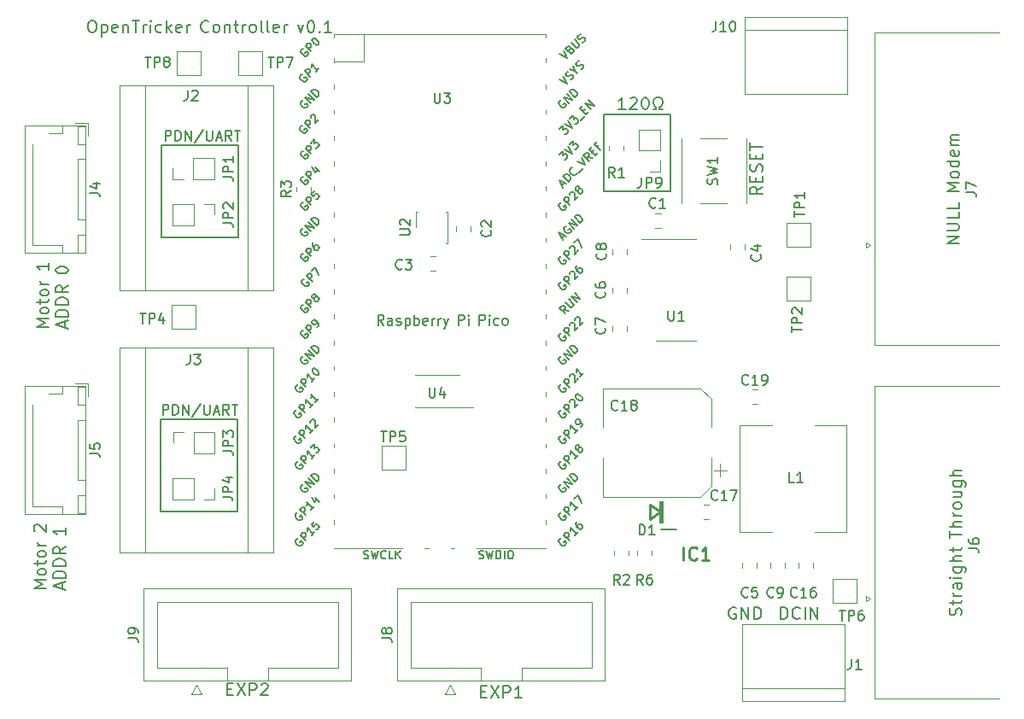
<source format=gbr>
%TF.GenerationSoftware,KiCad,Pcbnew,(7.0.0)*%
%TF.CreationDate,2023-03-02T20:10:48+13:00*%
%TF.ProjectId,pico_expansion_board,7069636f-5f65-4787-9061-6e73696f6e5f,rev?*%
%TF.SameCoordinates,Original*%
%TF.FileFunction,Legend,Top*%
%TF.FilePolarity,Positive*%
%FSLAX46Y46*%
G04 Gerber Fmt 4.6, Leading zero omitted, Abs format (unit mm)*
G04 Created by KiCad (PCBNEW (7.0.0)) date 2023-03-02 20:10:48*
%MOMM*%
%LPD*%
G01*
G04 APERTURE LIST*
%ADD10C,0.150000*%
%ADD11C,0.254000*%
%ADD12C,0.200000*%
%ADD13C,0.010000*%
%ADD14C,0.120000*%
G04 APERTURE END LIST*
D10*
X109982000Y-68834000D02*
X116586000Y-68834000D01*
X116586000Y-68834000D02*
X116586000Y-76454000D01*
X116586000Y-76454000D02*
X109982000Y-76454000D01*
X109982000Y-76454000D02*
X109982000Y-68834000D01*
X66167000Y-71882000D02*
X73787000Y-71882000D01*
X73787000Y-71882000D02*
X73787000Y-81026000D01*
X73787000Y-81026000D02*
X66167000Y-81026000D01*
X66167000Y-81026000D02*
X66167000Y-71882000D01*
X66040000Y-99060000D02*
X73660000Y-99060000D01*
X73660000Y-99060000D02*
X73660000Y-108204000D01*
X73660000Y-108204000D02*
X66040000Y-108204000D01*
X66040000Y-108204000D02*
X66040000Y-99060000D01*
X54690857Y-115792285D02*
X53490857Y-115792285D01*
X53490857Y-115792285D02*
X54348000Y-115392285D01*
X54348000Y-115392285D02*
X53490857Y-114992285D01*
X53490857Y-114992285D02*
X54690857Y-114992285D01*
X54690857Y-114249428D02*
X54633714Y-114363713D01*
X54633714Y-114363713D02*
X54576571Y-114420856D01*
X54576571Y-114420856D02*
X54462285Y-114477999D01*
X54462285Y-114477999D02*
X54119428Y-114477999D01*
X54119428Y-114477999D02*
X54005142Y-114420856D01*
X54005142Y-114420856D02*
X53948000Y-114363713D01*
X53948000Y-114363713D02*
X53890857Y-114249428D01*
X53890857Y-114249428D02*
X53890857Y-114077999D01*
X53890857Y-114077999D02*
X53948000Y-113963713D01*
X53948000Y-113963713D02*
X54005142Y-113906571D01*
X54005142Y-113906571D02*
X54119428Y-113849428D01*
X54119428Y-113849428D02*
X54462285Y-113849428D01*
X54462285Y-113849428D02*
X54576571Y-113906571D01*
X54576571Y-113906571D02*
X54633714Y-113963713D01*
X54633714Y-113963713D02*
X54690857Y-114077999D01*
X54690857Y-114077999D02*
X54690857Y-114249428D01*
X53890857Y-113506571D02*
X53890857Y-113049428D01*
X53490857Y-113335142D02*
X54519428Y-113335142D01*
X54519428Y-113335142D02*
X54633714Y-113277999D01*
X54633714Y-113277999D02*
X54690857Y-113163714D01*
X54690857Y-113163714D02*
X54690857Y-113049428D01*
X54690857Y-112478000D02*
X54633714Y-112592285D01*
X54633714Y-112592285D02*
X54576571Y-112649428D01*
X54576571Y-112649428D02*
X54462285Y-112706571D01*
X54462285Y-112706571D02*
X54119428Y-112706571D01*
X54119428Y-112706571D02*
X54005142Y-112649428D01*
X54005142Y-112649428D02*
X53948000Y-112592285D01*
X53948000Y-112592285D02*
X53890857Y-112478000D01*
X53890857Y-112478000D02*
X53890857Y-112306571D01*
X53890857Y-112306571D02*
X53948000Y-112192285D01*
X53948000Y-112192285D02*
X54005142Y-112135143D01*
X54005142Y-112135143D02*
X54119428Y-112078000D01*
X54119428Y-112078000D02*
X54462285Y-112078000D01*
X54462285Y-112078000D02*
X54576571Y-112135143D01*
X54576571Y-112135143D02*
X54633714Y-112192285D01*
X54633714Y-112192285D02*
X54690857Y-112306571D01*
X54690857Y-112306571D02*
X54690857Y-112478000D01*
X54690857Y-111563714D02*
X53890857Y-111563714D01*
X54119428Y-111563714D02*
X54005142Y-111506571D01*
X54005142Y-111506571D02*
X53948000Y-111449429D01*
X53948000Y-111449429D02*
X53890857Y-111335143D01*
X53890857Y-111335143D02*
X53890857Y-111220857D01*
X53605142Y-110158000D02*
X53548000Y-110100857D01*
X53548000Y-110100857D02*
X53490857Y-109986572D01*
X53490857Y-109986572D02*
X53490857Y-109700857D01*
X53490857Y-109700857D02*
X53548000Y-109586572D01*
X53548000Y-109586572D02*
X53605142Y-109529429D01*
X53605142Y-109529429D02*
X53719428Y-109472286D01*
X53719428Y-109472286D02*
X53833714Y-109472286D01*
X53833714Y-109472286D02*
X54005142Y-109529429D01*
X54005142Y-109529429D02*
X54690857Y-110215143D01*
X54690857Y-110215143D02*
X54690857Y-109472286D01*
X56292000Y-115849428D02*
X56292000Y-115278000D01*
X56634857Y-115963714D02*
X55434857Y-115563714D01*
X55434857Y-115563714D02*
X56634857Y-115163714D01*
X56634857Y-114763714D02*
X55434857Y-114763714D01*
X55434857Y-114763714D02*
X55434857Y-114478000D01*
X55434857Y-114478000D02*
X55492000Y-114306571D01*
X55492000Y-114306571D02*
X55606285Y-114192286D01*
X55606285Y-114192286D02*
X55720571Y-114135143D01*
X55720571Y-114135143D02*
X55949142Y-114078000D01*
X55949142Y-114078000D02*
X56120571Y-114078000D01*
X56120571Y-114078000D02*
X56349142Y-114135143D01*
X56349142Y-114135143D02*
X56463428Y-114192286D01*
X56463428Y-114192286D02*
X56577714Y-114306571D01*
X56577714Y-114306571D02*
X56634857Y-114478000D01*
X56634857Y-114478000D02*
X56634857Y-114763714D01*
X56634857Y-113563714D02*
X55434857Y-113563714D01*
X55434857Y-113563714D02*
X55434857Y-113278000D01*
X55434857Y-113278000D02*
X55492000Y-113106571D01*
X55492000Y-113106571D02*
X55606285Y-112992286D01*
X55606285Y-112992286D02*
X55720571Y-112935143D01*
X55720571Y-112935143D02*
X55949142Y-112878000D01*
X55949142Y-112878000D02*
X56120571Y-112878000D01*
X56120571Y-112878000D02*
X56349142Y-112935143D01*
X56349142Y-112935143D02*
X56463428Y-112992286D01*
X56463428Y-112992286D02*
X56577714Y-113106571D01*
X56577714Y-113106571D02*
X56634857Y-113278000D01*
X56634857Y-113278000D02*
X56634857Y-113563714D01*
X56634857Y-111678000D02*
X56063428Y-112078000D01*
X56634857Y-112363714D02*
X55434857Y-112363714D01*
X55434857Y-112363714D02*
X55434857Y-111906571D01*
X55434857Y-111906571D02*
X55492000Y-111792286D01*
X55492000Y-111792286D02*
X55549142Y-111735143D01*
X55549142Y-111735143D02*
X55663428Y-111678000D01*
X55663428Y-111678000D02*
X55834857Y-111678000D01*
X55834857Y-111678000D02*
X55949142Y-111735143D01*
X55949142Y-111735143D02*
X56006285Y-111792286D01*
X56006285Y-111792286D02*
X56063428Y-111906571D01*
X56063428Y-111906571D02*
X56063428Y-112363714D01*
X56634857Y-109815143D02*
X56634857Y-110500857D01*
X56634857Y-110158000D02*
X55434857Y-110158000D01*
X55434857Y-110158000D02*
X55606285Y-110272286D01*
X55606285Y-110272286D02*
X55720571Y-110386571D01*
X55720571Y-110386571D02*
X55777714Y-110500857D01*
X59188285Y-59498857D02*
X59416857Y-59498857D01*
X59416857Y-59498857D02*
X59531142Y-59556000D01*
X59531142Y-59556000D02*
X59645428Y-59670285D01*
X59645428Y-59670285D02*
X59702571Y-59898857D01*
X59702571Y-59898857D02*
X59702571Y-60298857D01*
X59702571Y-60298857D02*
X59645428Y-60527428D01*
X59645428Y-60527428D02*
X59531142Y-60641714D01*
X59531142Y-60641714D02*
X59416857Y-60698857D01*
X59416857Y-60698857D02*
X59188285Y-60698857D01*
X59188285Y-60698857D02*
X59074000Y-60641714D01*
X59074000Y-60641714D02*
X58959714Y-60527428D01*
X58959714Y-60527428D02*
X58902571Y-60298857D01*
X58902571Y-60298857D02*
X58902571Y-59898857D01*
X58902571Y-59898857D02*
X58959714Y-59670285D01*
X58959714Y-59670285D02*
X59074000Y-59556000D01*
X59074000Y-59556000D02*
X59188285Y-59498857D01*
X60216857Y-59898857D02*
X60216857Y-61098857D01*
X60216857Y-59956000D02*
X60331143Y-59898857D01*
X60331143Y-59898857D02*
X60559714Y-59898857D01*
X60559714Y-59898857D02*
X60674000Y-59956000D01*
X60674000Y-59956000D02*
X60731143Y-60013142D01*
X60731143Y-60013142D02*
X60788285Y-60127428D01*
X60788285Y-60127428D02*
X60788285Y-60470285D01*
X60788285Y-60470285D02*
X60731143Y-60584571D01*
X60731143Y-60584571D02*
X60674000Y-60641714D01*
X60674000Y-60641714D02*
X60559714Y-60698857D01*
X60559714Y-60698857D02*
X60331143Y-60698857D01*
X60331143Y-60698857D02*
X60216857Y-60641714D01*
X61759714Y-60641714D02*
X61645428Y-60698857D01*
X61645428Y-60698857D02*
X61416857Y-60698857D01*
X61416857Y-60698857D02*
X61302571Y-60641714D01*
X61302571Y-60641714D02*
X61245428Y-60527428D01*
X61245428Y-60527428D02*
X61245428Y-60070285D01*
X61245428Y-60070285D02*
X61302571Y-59956000D01*
X61302571Y-59956000D02*
X61416857Y-59898857D01*
X61416857Y-59898857D02*
X61645428Y-59898857D01*
X61645428Y-59898857D02*
X61759714Y-59956000D01*
X61759714Y-59956000D02*
X61816857Y-60070285D01*
X61816857Y-60070285D02*
X61816857Y-60184571D01*
X61816857Y-60184571D02*
X61245428Y-60298857D01*
X62331142Y-59898857D02*
X62331142Y-60698857D01*
X62331142Y-60013142D02*
X62388285Y-59956000D01*
X62388285Y-59956000D02*
X62502570Y-59898857D01*
X62502570Y-59898857D02*
X62673999Y-59898857D01*
X62673999Y-59898857D02*
X62788285Y-59956000D01*
X62788285Y-59956000D02*
X62845428Y-60070285D01*
X62845428Y-60070285D02*
X62845428Y-60698857D01*
X63245427Y-59498857D02*
X63931142Y-59498857D01*
X63588284Y-60698857D02*
X63588284Y-59498857D01*
X64331142Y-60698857D02*
X64331142Y-59898857D01*
X64331142Y-60127428D02*
X64388285Y-60013142D01*
X64388285Y-60013142D02*
X64445428Y-59956000D01*
X64445428Y-59956000D02*
X64559713Y-59898857D01*
X64559713Y-59898857D02*
X64673999Y-59898857D01*
X65073999Y-60698857D02*
X65073999Y-59898857D01*
X65073999Y-59498857D02*
X65016856Y-59556000D01*
X65016856Y-59556000D02*
X65073999Y-59613142D01*
X65073999Y-59613142D02*
X65131142Y-59556000D01*
X65131142Y-59556000D02*
X65073999Y-59498857D01*
X65073999Y-59498857D02*
X65073999Y-59613142D01*
X66159714Y-60641714D02*
X66045428Y-60698857D01*
X66045428Y-60698857D02*
X65816856Y-60698857D01*
X65816856Y-60698857D02*
X65702571Y-60641714D01*
X65702571Y-60641714D02*
X65645428Y-60584571D01*
X65645428Y-60584571D02*
X65588285Y-60470285D01*
X65588285Y-60470285D02*
X65588285Y-60127428D01*
X65588285Y-60127428D02*
X65645428Y-60013142D01*
X65645428Y-60013142D02*
X65702571Y-59956000D01*
X65702571Y-59956000D02*
X65816856Y-59898857D01*
X65816856Y-59898857D02*
X66045428Y-59898857D01*
X66045428Y-59898857D02*
X66159714Y-59956000D01*
X66673999Y-60698857D02*
X66673999Y-59498857D01*
X66788285Y-60241714D02*
X67131142Y-60698857D01*
X67131142Y-59898857D02*
X66673999Y-60356000D01*
X68102571Y-60641714D02*
X67988285Y-60698857D01*
X67988285Y-60698857D02*
X67759714Y-60698857D01*
X67759714Y-60698857D02*
X67645428Y-60641714D01*
X67645428Y-60641714D02*
X67588285Y-60527428D01*
X67588285Y-60527428D02*
X67588285Y-60070285D01*
X67588285Y-60070285D02*
X67645428Y-59956000D01*
X67645428Y-59956000D02*
X67759714Y-59898857D01*
X67759714Y-59898857D02*
X67988285Y-59898857D01*
X67988285Y-59898857D02*
X68102571Y-59956000D01*
X68102571Y-59956000D02*
X68159714Y-60070285D01*
X68159714Y-60070285D02*
X68159714Y-60184571D01*
X68159714Y-60184571D02*
X67588285Y-60298857D01*
X68673999Y-60698857D02*
X68673999Y-59898857D01*
X68673999Y-60127428D02*
X68731142Y-60013142D01*
X68731142Y-60013142D02*
X68788285Y-59956000D01*
X68788285Y-59956000D02*
X68902570Y-59898857D01*
X68902570Y-59898857D02*
X69016856Y-59898857D01*
X70822570Y-60584571D02*
X70765427Y-60641714D01*
X70765427Y-60641714D02*
X70593999Y-60698857D01*
X70593999Y-60698857D02*
X70479713Y-60698857D01*
X70479713Y-60698857D02*
X70308284Y-60641714D01*
X70308284Y-60641714D02*
X70193999Y-60527428D01*
X70193999Y-60527428D02*
X70136856Y-60413142D01*
X70136856Y-60413142D02*
X70079713Y-60184571D01*
X70079713Y-60184571D02*
X70079713Y-60013142D01*
X70079713Y-60013142D02*
X70136856Y-59784571D01*
X70136856Y-59784571D02*
X70193999Y-59670285D01*
X70193999Y-59670285D02*
X70308284Y-59556000D01*
X70308284Y-59556000D02*
X70479713Y-59498857D01*
X70479713Y-59498857D02*
X70593999Y-59498857D01*
X70593999Y-59498857D02*
X70765427Y-59556000D01*
X70765427Y-59556000D02*
X70822570Y-59613142D01*
X71508284Y-60698857D02*
X71393999Y-60641714D01*
X71393999Y-60641714D02*
X71336856Y-60584571D01*
X71336856Y-60584571D02*
X71279713Y-60470285D01*
X71279713Y-60470285D02*
X71279713Y-60127428D01*
X71279713Y-60127428D02*
X71336856Y-60013142D01*
X71336856Y-60013142D02*
X71393999Y-59956000D01*
X71393999Y-59956000D02*
X71508284Y-59898857D01*
X71508284Y-59898857D02*
X71679713Y-59898857D01*
X71679713Y-59898857D02*
X71793999Y-59956000D01*
X71793999Y-59956000D02*
X71851142Y-60013142D01*
X71851142Y-60013142D02*
X71908284Y-60127428D01*
X71908284Y-60127428D02*
X71908284Y-60470285D01*
X71908284Y-60470285D02*
X71851142Y-60584571D01*
X71851142Y-60584571D02*
X71793999Y-60641714D01*
X71793999Y-60641714D02*
X71679713Y-60698857D01*
X71679713Y-60698857D02*
X71508284Y-60698857D01*
X72422570Y-59898857D02*
X72422570Y-60698857D01*
X72422570Y-60013142D02*
X72479713Y-59956000D01*
X72479713Y-59956000D02*
X72593998Y-59898857D01*
X72593998Y-59898857D02*
X72765427Y-59898857D01*
X72765427Y-59898857D02*
X72879713Y-59956000D01*
X72879713Y-59956000D02*
X72936856Y-60070285D01*
X72936856Y-60070285D02*
X72936856Y-60698857D01*
X73336855Y-59898857D02*
X73793998Y-59898857D01*
X73508284Y-59498857D02*
X73508284Y-60527428D01*
X73508284Y-60527428D02*
X73565427Y-60641714D01*
X73565427Y-60641714D02*
X73679712Y-60698857D01*
X73679712Y-60698857D02*
X73793998Y-60698857D01*
X74193998Y-60698857D02*
X74193998Y-59898857D01*
X74193998Y-60127428D02*
X74251141Y-60013142D01*
X74251141Y-60013142D02*
X74308284Y-59956000D01*
X74308284Y-59956000D02*
X74422569Y-59898857D01*
X74422569Y-59898857D02*
X74536855Y-59898857D01*
X75108283Y-60698857D02*
X74993998Y-60641714D01*
X74993998Y-60641714D02*
X74936855Y-60584571D01*
X74936855Y-60584571D02*
X74879712Y-60470285D01*
X74879712Y-60470285D02*
X74879712Y-60127428D01*
X74879712Y-60127428D02*
X74936855Y-60013142D01*
X74936855Y-60013142D02*
X74993998Y-59956000D01*
X74993998Y-59956000D02*
X75108283Y-59898857D01*
X75108283Y-59898857D02*
X75279712Y-59898857D01*
X75279712Y-59898857D02*
X75393998Y-59956000D01*
X75393998Y-59956000D02*
X75451141Y-60013142D01*
X75451141Y-60013142D02*
X75508283Y-60127428D01*
X75508283Y-60127428D02*
X75508283Y-60470285D01*
X75508283Y-60470285D02*
X75451141Y-60584571D01*
X75451141Y-60584571D02*
X75393998Y-60641714D01*
X75393998Y-60641714D02*
X75279712Y-60698857D01*
X75279712Y-60698857D02*
X75108283Y-60698857D01*
X76193997Y-60698857D02*
X76079712Y-60641714D01*
X76079712Y-60641714D02*
X76022569Y-60527428D01*
X76022569Y-60527428D02*
X76022569Y-59498857D01*
X76822568Y-60698857D02*
X76708283Y-60641714D01*
X76708283Y-60641714D02*
X76651140Y-60527428D01*
X76651140Y-60527428D02*
X76651140Y-59498857D01*
X77736854Y-60641714D02*
X77622568Y-60698857D01*
X77622568Y-60698857D02*
X77393997Y-60698857D01*
X77393997Y-60698857D02*
X77279711Y-60641714D01*
X77279711Y-60641714D02*
X77222568Y-60527428D01*
X77222568Y-60527428D02*
X77222568Y-60070285D01*
X77222568Y-60070285D02*
X77279711Y-59956000D01*
X77279711Y-59956000D02*
X77393997Y-59898857D01*
X77393997Y-59898857D02*
X77622568Y-59898857D01*
X77622568Y-59898857D02*
X77736854Y-59956000D01*
X77736854Y-59956000D02*
X77793997Y-60070285D01*
X77793997Y-60070285D02*
X77793997Y-60184571D01*
X77793997Y-60184571D02*
X77222568Y-60298857D01*
X78308282Y-60698857D02*
X78308282Y-59898857D01*
X78308282Y-60127428D02*
X78365425Y-60013142D01*
X78365425Y-60013142D02*
X78422568Y-59956000D01*
X78422568Y-59956000D02*
X78536853Y-59898857D01*
X78536853Y-59898857D02*
X78651139Y-59898857D01*
X79656853Y-59898857D02*
X79942567Y-60698857D01*
X79942567Y-60698857D02*
X80228282Y-59898857D01*
X80913996Y-59498857D02*
X81028282Y-59498857D01*
X81028282Y-59498857D02*
X81142568Y-59556000D01*
X81142568Y-59556000D02*
X81199711Y-59613142D01*
X81199711Y-59613142D02*
X81256853Y-59727428D01*
X81256853Y-59727428D02*
X81313996Y-59956000D01*
X81313996Y-59956000D02*
X81313996Y-60241714D01*
X81313996Y-60241714D02*
X81256853Y-60470285D01*
X81256853Y-60470285D02*
X81199711Y-60584571D01*
X81199711Y-60584571D02*
X81142568Y-60641714D01*
X81142568Y-60641714D02*
X81028282Y-60698857D01*
X81028282Y-60698857D02*
X80913996Y-60698857D01*
X80913996Y-60698857D02*
X80799711Y-60641714D01*
X80799711Y-60641714D02*
X80742568Y-60584571D01*
X80742568Y-60584571D02*
X80685425Y-60470285D01*
X80685425Y-60470285D02*
X80628282Y-60241714D01*
X80628282Y-60241714D02*
X80628282Y-59956000D01*
X80628282Y-59956000D02*
X80685425Y-59727428D01*
X80685425Y-59727428D02*
X80742568Y-59613142D01*
X80742568Y-59613142D02*
X80799711Y-59556000D01*
X80799711Y-59556000D02*
X80913996Y-59498857D01*
X81828282Y-60584571D02*
X81885425Y-60641714D01*
X81885425Y-60641714D02*
X81828282Y-60698857D01*
X81828282Y-60698857D02*
X81771139Y-60641714D01*
X81771139Y-60641714D02*
X81828282Y-60584571D01*
X81828282Y-60584571D02*
X81828282Y-60698857D01*
X83028282Y-60698857D02*
X82342568Y-60698857D01*
X82685425Y-60698857D02*
X82685425Y-59498857D01*
X82685425Y-59498857D02*
X82571139Y-59670285D01*
X82571139Y-59670285D02*
X82456854Y-59784571D01*
X82456854Y-59784571D02*
X82342568Y-59841714D01*
X123088285Y-117722000D02*
X122974000Y-117664857D01*
X122974000Y-117664857D02*
X122802571Y-117664857D01*
X122802571Y-117664857D02*
X122631142Y-117722000D01*
X122631142Y-117722000D02*
X122516857Y-117836285D01*
X122516857Y-117836285D02*
X122459714Y-117950571D01*
X122459714Y-117950571D02*
X122402571Y-118179142D01*
X122402571Y-118179142D02*
X122402571Y-118350571D01*
X122402571Y-118350571D02*
X122459714Y-118579142D01*
X122459714Y-118579142D02*
X122516857Y-118693428D01*
X122516857Y-118693428D02*
X122631142Y-118807714D01*
X122631142Y-118807714D02*
X122802571Y-118864857D01*
X122802571Y-118864857D02*
X122916857Y-118864857D01*
X122916857Y-118864857D02*
X123088285Y-118807714D01*
X123088285Y-118807714D02*
X123145428Y-118750571D01*
X123145428Y-118750571D02*
X123145428Y-118350571D01*
X123145428Y-118350571D02*
X122916857Y-118350571D01*
X123659714Y-118864857D02*
X123659714Y-117664857D01*
X123659714Y-117664857D02*
X124345428Y-118864857D01*
X124345428Y-118864857D02*
X124345428Y-117664857D01*
X124916857Y-118864857D02*
X124916857Y-117664857D01*
X124916857Y-117664857D02*
X125202571Y-117664857D01*
X125202571Y-117664857D02*
X125374000Y-117722000D01*
X125374000Y-117722000D02*
X125488285Y-117836285D01*
X125488285Y-117836285D02*
X125545428Y-117950571D01*
X125545428Y-117950571D02*
X125602571Y-118179142D01*
X125602571Y-118179142D02*
X125602571Y-118350571D01*
X125602571Y-118350571D02*
X125545428Y-118579142D01*
X125545428Y-118579142D02*
X125488285Y-118693428D01*
X125488285Y-118693428D02*
X125374000Y-118807714D01*
X125374000Y-118807714D02*
X125202571Y-118864857D01*
X125202571Y-118864857D02*
X124916857Y-118864857D01*
X127556857Y-118864857D02*
X127556857Y-117664857D01*
X127556857Y-117664857D02*
X127842571Y-117664857D01*
X127842571Y-117664857D02*
X128014000Y-117722000D01*
X128014000Y-117722000D02*
X128128285Y-117836285D01*
X128128285Y-117836285D02*
X128185428Y-117950571D01*
X128185428Y-117950571D02*
X128242571Y-118179142D01*
X128242571Y-118179142D02*
X128242571Y-118350571D01*
X128242571Y-118350571D02*
X128185428Y-118579142D01*
X128185428Y-118579142D02*
X128128285Y-118693428D01*
X128128285Y-118693428D02*
X128014000Y-118807714D01*
X128014000Y-118807714D02*
X127842571Y-118864857D01*
X127842571Y-118864857D02*
X127556857Y-118864857D01*
X129442571Y-118750571D02*
X129385428Y-118807714D01*
X129385428Y-118807714D02*
X129214000Y-118864857D01*
X129214000Y-118864857D02*
X129099714Y-118864857D01*
X129099714Y-118864857D02*
X128928285Y-118807714D01*
X128928285Y-118807714D02*
X128814000Y-118693428D01*
X128814000Y-118693428D02*
X128756857Y-118579142D01*
X128756857Y-118579142D02*
X128699714Y-118350571D01*
X128699714Y-118350571D02*
X128699714Y-118179142D01*
X128699714Y-118179142D02*
X128756857Y-117950571D01*
X128756857Y-117950571D02*
X128814000Y-117836285D01*
X128814000Y-117836285D02*
X128928285Y-117722000D01*
X128928285Y-117722000D02*
X129099714Y-117664857D01*
X129099714Y-117664857D02*
X129214000Y-117664857D01*
X129214000Y-117664857D02*
X129385428Y-117722000D01*
X129385428Y-117722000D02*
X129442571Y-117779142D01*
X129956857Y-118864857D02*
X129956857Y-117664857D01*
X130528286Y-118864857D02*
X130528286Y-117664857D01*
X130528286Y-117664857D02*
X131214000Y-118864857D01*
X131214000Y-118864857D02*
X131214000Y-117664857D01*
X88185523Y-89698380D02*
X87852190Y-89222190D01*
X87614095Y-89698380D02*
X87614095Y-88698380D01*
X87614095Y-88698380D02*
X87995047Y-88698380D01*
X87995047Y-88698380D02*
X88090285Y-88746000D01*
X88090285Y-88746000D02*
X88137904Y-88793619D01*
X88137904Y-88793619D02*
X88185523Y-88888857D01*
X88185523Y-88888857D02*
X88185523Y-89031714D01*
X88185523Y-89031714D02*
X88137904Y-89126952D01*
X88137904Y-89126952D02*
X88090285Y-89174571D01*
X88090285Y-89174571D02*
X87995047Y-89222190D01*
X87995047Y-89222190D02*
X87614095Y-89222190D01*
X89042666Y-89698380D02*
X89042666Y-89174571D01*
X89042666Y-89174571D02*
X88995047Y-89079333D01*
X88995047Y-89079333D02*
X88899809Y-89031714D01*
X88899809Y-89031714D02*
X88709333Y-89031714D01*
X88709333Y-89031714D02*
X88614095Y-89079333D01*
X89042666Y-89650761D02*
X88947428Y-89698380D01*
X88947428Y-89698380D02*
X88709333Y-89698380D01*
X88709333Y-89698380D02*
X88614095Y-89650761D01*
X88614095Y-89650761D02*
X88566476Y-89555523D01*
X88566476Y-89555523D02*
X88566476Y-89460285D01*
X88566476Y-89460285D02*
X88614095Y-89365047D01*
X88614095Y-89365047D02*
X88709333Y-89317428D01*
X88709333Y-89317428D02*
X88947428Y-89317428D01*
X88947428Y-89317428D02*
X89042666Y-89269809D01*
X89471238Y-89650761D02*
X89566476Y-89698380D01*
X89566476Y-89698380D02*
X89756952Y-89698380D01*
X89756952Y-89698380D02*
X89852190Y-89650761D01*
X89852190Y-89650761D02*
X89899809Y-89555523D01*
X89899809Y-89555523D02*
X89899809Y-89507904D01*
X89899809Y-89507904D02*
X89852190Y-89412666D01*
X89852190Y-89412666D02*
X89756952Y-89365047D01*
X89756952Y-89365047D02*
X89614095Y-89365047D01*
X89614095Y-89365047D02*
X89518857Y-89317428D01*
X89518857Y-89317428D02*
X89471238Y-89222190D01*
X89471238Y-89222190D02*
X89471238Y-89174571D01*
X89471238Y-89174571D02*
X89518857Y-89079333D01*
X89518857Y-89079333D02*
X89614095Y-89031714D01*
X89614095Y-89031714D02*
X89756952Y-89031714D01*
X89756952Y-89031714D02*
X89852190Y-89079333D01*
X90328381Y-89031714D02*
X90328381Y-90031714D01*
X90328381Y-89079333D02*
X90423619Y-89031714D01*
X90423619Y-89031714D02*
X90614095Y-89031714D01*
X90614095Y-89031714D02*
X90709333Y-89079333D01*
X90709333Y-89079333D02*
X90756952Y-89126952D01*
X90756952Y-89126952D02*
X90804571Y-89222190D01*
X90804571Y-89222190D02*
X90804571Y-89507904D01*
X90804571Y-89507904D02*
X90756952Y-89603142D01*
X90756952Y-89603142D02*
X90709333Y-89650761D01*
X90709333Y-89650761D02*
X90614095Y-89698380D01*
X90614095Y-89698380D02*
X90423619Y-89698380D01*
X90423619Y-89698380D02*
X90328381Y-89650761D01*
X91233143Y-89698380D02*
X91233143Y-88698380D01*
X91233143Y-89079333D02*
X91328381Y-89031714D01*
X91328381Y-89031714D02*
X91518857Y-89031714D01*
X91518857Y-89031714D02*
X91614095Y-89079333D01*
X91614095Y-89079333D02*
X91661714Y-89126952D01*
X91661714Y-89126952D02*
X91709333Y-89222190D01*
X91709333Y-89222190D02*
X91709333Y-89507904D01*
X91709333Y-89507904D02*
X91661714Y-89603142D01*
X91661714Y-89603142D02*
X91614095Y-89650761D01*
X91614095Y-89650761D02*
X91518857Y-89698380D01*
X91518857Y-89698380D02*
X91328381Y-89698380D01*
X91328381Y-89698380D02*
X91233143Y-89650761D01*
X92518857Y-89650761D02*
X92423619Y-89698380D01*
X92423619Y-89698380D02*
X92233143Y-89698380D01*
X92233143Y-89698380D02*
X92137905Y-89650761D01*
X92137905Y-89650761D02*
X92090286Y-89555523D01*
X92090286Y-89555523D02*
X92090286Y-89174571D01*
X92090286Y-89174571D02*
X92137905Y-89079333D01*
X92137905Y-89079333D02*
X92233143Y-89031714D01*
X92233143Y-89031714D02*
X92423619Y-89031714D01*
X92423619Y-89031714D02*
X92518857Y-89079333D01*
X92518857Y-89079333D02*
X92566476Y-89174571D01*
X92566476Y-89174571D02*
X92566476Y-89269809D01*
X92566476Y-89269809D02*
X92090286Y-89365047D01*
X92995048Y-89698380D02*
X92995048Y-89031714D01*
X92995048Y-89222190D02*
X93042667Y-89126952D01*
X93042667Y-89126952D02*
X93090286Y-89079333D01*
X93090286Y-89079333D02*
X93185524Y-89031714D01*
X93185524Y-89031714D02*
X93280762Y-89031714D01*
X93614096Y-89698380D02*
X93614096Y-89031714D01*
X93614096Y-89222190D02*
X93661715Y-89126952D01*
X93661715Y-89126952D02*
X93709334Y-89079333D01*
X93709334Y-89079333D02*
X93804572Y-89031714D01*
X93804572Y-89031714D02*
X93899810Y-89031714D01*
X94137906Y-89031714D02*
X94376001Y-89698380D01*
X94614096Y-89031714D02*
X94376001Y-89698380D01*
X94376001Y-89698380D02*
X94280763Y-89936476D01*
X94280763Y-89936476D02*
X94233144Y-89984095D01*
X94233144Y-89984095D02*
X94137906Y-90031714D01*
X95595049Y-89698380D02*
X95595049Y-88698380D01*
X95595049Y-88698380D02*
X95976001Y-88698380D01*
X95976001Y-88698380D02*
X96071239Y-88746000D01*
X96071239Y-88746000D02*
X96118858Y-88793619D01*
X96118858Y-88793619D02*
X96166477Y-88888857D01*
X96166477Y-88888857D02*
X96166477Y-89031714D01*
X96166477Y-89031714D02*
X96118858Y-89126952D01*
X96118858Y-89126952D02*
X96071239Y-89174571D01*
X96071239Y-89174571D02*
X95976001Y-89222190D01*
X95976001Y-89222190D02*
X95595049Y-89222190D01*
X96595049Y-89698380D02*
X96595049Y-89031714D01*
X96595049Y-88698380D02*
X96547430Y-88746000D01*
X96547430Y-88746000D02*
X96595049Y-88793619D01*
X96595049Y-88793619D02*
X96642668Y-88746000D01*
X96642668Y-88746000D02*
X96595049Y-88698380D01*
X96595049Y-88698380D02*
X96595049Y-88793619D01*
X97671239Y-89698380D02*
X97671239Y-88698380D01*
X97671239Y-88698380D02*
X98052191Y-88698380D01*
X98052191Y-88698380D02*
X98147429Y-88746000D01*
X98147429Y-88746000D02*
X98195048Y-88793619D01*
X98195048Y-88793619D02*
X98242667Y-88888857D01*
X98242667Y-88888857D02*
X98242667Y-89031714D01*
X98242667Y-89031714D02*
X98195048Y-89126952D01*
X98195048Y-89126952D02*
X98147429Y-89174571D01*
X98147429Y-89174571D02*
X98052191Y-89222190D01*
X98052191Y-89222190D02*
X97671239Y-89222190D01*
X98671239Y-89698380D02*
X98671239Y-89031714D01*
X98671239Y-88698380D02*
X98623620Y-88746000D01*
X98623620Y-88746000D02*
X98671239Y-88793619D01*
X98671239Y-88793619D02*
X98718858Y-88746000D01*
X98718858Y-88746000D02*
X98671239Y-88698380D01*
X98671239Y-88698380D02*
X98671239Y-88793619D01*
X99576000Y-89650761D02*
X99480762Y-89698380D01*
X99480762Y-89698380D02*
X99290286Y-89698380D01*
X99290286Y-89698380D02*
X99195048Y-89650761D01*
X99195048Y-89650761D02*
X99147429Y-89603142D01*
X99147429Y-89603142D02*
X99099810Y-89507904D01*
X99099810Y-89507904D02*
X99099810Y-89222190D01*
X99099810Y-89222190D02*
X99147429Y-89126952D01*
X99147429Y-89126952D02*
X99195048Y-89079333D01*
X99195048Y-89079333D02*
X99290286Y-89031714D01*
X99290286Y-89031714D02*
X99480762Y-89031714D01*
X99480762Y-89031714D02*
X99576000Y-89079333D01*
X100147429Y-89698380D02*
X100052191Y-89650761D01*
X100052191Y-89650761D02*
X100004572Y-89603142D01*
X100004572Y-89603142D02*
X99956953Y-89507904D01*
X99956953Y-89507904D02*
X99956953Y-89222190D01*
X99956953Y-89222190D02*
X100004572Y-89126952D01*
X100004572Y-89126952D02*
X100052191Y-89079333D01*
X100052191Y-89079333D02*
X100147429Y-89031714D01*
X100147429Y-89031714D02*
X100290286Y-89031714D01*
X100290286Y-89031714D02*
X100385524Y-89079333D01*
X100385524Y-89079333D02*
X100433143Y-89126952D01*
X100433143Y-89126952D02*
X100480762Y-89222190D01*
X100480762Y-89222190D02*
X100480762Y-89507904D01*
X100480762Y-89507904D02*
X100433143Y-89603142D01*
X100433143Y-89603142D02*
X100385524Y-89650761D01*
X100385524Y-89650761D02*
X100290286Y-89698380D01*
X100290286Y-89698380D02*
X100147429Y-89698380D01*
X54944857Y-89884285D02*
X53744857Y-89884285D01*
X53744857Y-89884285D02*
X54602000Y-89484285D01*
X54602000Y-89484285D02*
X53744857Y-89084285D01*
X53744857Y-89084285D02*
X54944857Y-89084285D01*
X54944857Y-88341428D02*
X54887714Y-88455713D01*
X54887714Y-88455713D02*
X54830571Y-88512856D01*
X54830571Y-88512856D02*
X54716285Y-88569999D01*
X54716285Y-88569999D02*
X54373428Y-88569999D01*
X54373428Y-88569999D02*
X54259142Y-88512856D01*
X54259142Y-88512856D02*
X54202000Y-88455713D01*
X54202000Y-88455713D02*
X54144857Y-88341428D01*
X54144857Y-88341428D02*
X54144857Y-88169999D01*
X54144857Y-88169999D02*
X54202000Y-88055713D01*
X54202000Y-88055713D02*
X54259142Y-87998571D01*
X54259142Y-87998571D02*
X54373428Y-87941428D01*
X54373428Y-87941428D02*
X54716285Y-87941428D01*
X54716285Y-87941428D02*
X54830571Y-87998571D01*
X54830571Y-87998571D02*
X54887714Y-88055713D01*
X54887714Y-88055713D02*
X54944857Y-88169999D01*
X54944857Y-88169999D02*
X54944857Y-88341428D01*
X54144857Y-87598571D02*
X54144857Y-87141428D01*
X53744857Y-87427142D02*
X54773428Y-87427142D01*
X54773428Y-87427142D02*
X54887714Y-87369999D01*
X54887714Y-87369999D02*
X54944857Y-87255714D01*
X54944857Y-87255714D02*
X54944857Y-87141428D01*
X54944857Y-86570000D02*
X54887714Y-86684285D01*
X54887714Y-86684285D02*
X54830571Y-86741428D01*
X54830571Y-86741428D02*
X54716285Y-86798571D01*
X54716285Y-86798571D02*
X54373428Y-86798571D01*
X54373428Y-86798571D02*
X54259142Y-86741428D01*
X54259142Y-86741428D02*
X54202000Y-86684285D01*
X54202000Y-86684285D02*
X54144857Y-86570000D01*
X54144857Y-86570000D02*
X54144857Y-86398571D01*
X54144857Y-86398571D02*
X54202000Y-86284285D01*
X54202000Y-86284285D02*
X54259142Y-86227143D01*
X54259142Y-86227143D02*
X54373428Y-86170000D01*
X54373428Y-86170000D02*
X54716285Y-86170000D01*
X54716285Y-86170000D02*
X54830571Y-86227143D01*
X54830571Y-86227143D02*
X54887714Y-86284285D01*
X54887714Y-86284285D02*
X54944857Y-86398571D01*
X54944857Y-86398571D02*
X54944857Y-86570000D01*
X54944857Y-85655714D02*
X54144857Y-85655714D01*
X54373428Y-85655714D02*
X54259142Y-85598571D01*
X54259142Y-85598571D02*
X54202000Y-85541429D01*
X54202000Y-85541429D02*
X54144857Y-85427143D01*
X54144857Y-85427143D02*
X54144857Y-85312857D01*
X54944857Y-83564286D02*
X54944857Y-84250000D01*
X54944857Y-83907143D02*
X53744857Y-83907143D01*
X53744857Y-83907143D02*
X53916285Y-84021429D01*
X53916285Y-84021429D02*
X54030571Y-84135714D01*
X54030571Y-84135714D02*
X54087714Y-84250000D01*
X56546000Y-89941428D02*
X56546000Y-89370000D01*
X56888857Y-90055714D02*
X55688857Y-89655714D01*
X55688857Y-89655714D02*
X56888857Y-89255714D01*
X56888857Y-88855714D02*
X55688857Y-88855714D01*
X55688857Y-88855714D02*
X55688857Y-88570000D01*
X55688857Y-88570000D02*
X55746000Y-88398571D01*
X55746000Y-88398571D02*
X55860285Y-88284286D01*
X55860285Y-88284286D02*
X55974571Y-88227143D01*
X55974571Y-88227143D02*
X56203142Y-88170000D01*
X56203142Y-88170000D02*
X56374571Y-88170000D01*
X56374571Y-88170000D02*
X56603142Y-88227143D01*
X56603142Y-88227143D02*
X56717428Y-88284286D01*
X56717428Y-88284286D02*
X56831714Y-88398571D01*
X56831714Y-88398571D02*
X56888857Y-88570000D01*
X56888857Y-88570000D02*
X56888857Y-88855714D01*
X56888857Y-87655714D02*
X55688857Y-87655714D01*
X55688857Y-87655714D02*
X55688857Y-87370000D01*
X55688857Y-87370000D02*
X55746000Y-87198571D01*
X55746000Y-87198571D02*
X55860285Y-87084286D01*
X55860285Y-87084286D02*
X55974571Y-87027143D01*
X55974571Y-87027143D02*
X56203142Y-86970000D01*
X56203142Y-86970000D02*
X56374571Y-86970000D01*
X56374571Y-86970000D02*
X56603142Y-87027143D01*
X56603142Y-87027143D02*
X56717428Y-87084286D01*
X56717428Y-87084286D02*
X56831714Y-87198571D01*
X56831714Y-87198571D02*
X56888857Y-87370000D01*
X56888857Y-87370000D02*
X56888857Y-87655714D01*
X56888857Y-85770000D02*
X56317428Y-86170000D01*
X56888857Y-86455714D02*
X55688857Y-86455714D01*
X55688857Y-86455714D02*
X55688857Y-85998571D01*
X55688857Y-85998571D02*
X55746000Y-85884286D01*
X55746000Y-85884286D02*
X55803142Y-85827143D01*
X55803142Y-85827143D02*
X55917428Y-85770000D01*
X55917428Y-85770000D02*
X56088857Y-85770000D01*
X56088857Y-85770000D02*
X56203142Y-85827143D01*
X56203142Y-85827143D02*
X56260285Y-85884286D01*
X56260285Y-85884286D02*
X56317428Y-85998571D01*
X56317428Y-85998571D02*
X56317428Y-86455714D01*
X55688857Y-84307143D02*
X55688857Y-84192857D01*
X55688857Y-84192857D02*
X55746000Y-84078571D01*
X55746000Y-84078571D02*
X55803142Y-84021429D01*
X55803142Y-84021429D02*
X55917428Y-83964286D01*
X55917428Y-83964286D02*
X56146000Y-83907143D01*
X56146000Y-83907143D02*
X56431714Y-83907143D01*
X56431714Y-83907143D02*
X56660285Y-83964286D01*
X56660285Y-83964286D02*
X56774571Y-84021429D01*
X56774571Y-84021429D02*
X56831714Y-84078571D01*
X56831714Y-84078571D02*
X56888857Y-84192857D01*
X56888857Y-84192857D02*
X56888857Y-84307143D01*
X56888857Y-84307143D02*
X56831714Y-84421429D01*
X56831714Y-84421429D02*
X56774571Y-84478571D01*
X56774571Y-84478571D02*
X56660285Y-84535714D01*
X56660285Y-84535714D02*
X56431714Y-84592857D01*
X56431714Y-84592857D02*
X56146000Y-84592857D01*
X56146000Y-84592857D02*
X55917428Y-84535714D01*
X55917428Y-84535714D02*
X55803142Y-84478571D01*
X55803142Y-84478571D02*
X55746000Y-84421429D01*
X55746000Y-84421429D02*
X55688857Y-84307143D01*
X66532095Y-71410380D02*
X66532095Y-70410380D01*
X66532095Y-70410380D02*
X66913047Y-70410380D01*
X66913047Y-70410380D02*
X67008285Y-70458000D01*
X67008285Y-70458000D02*
X67055904Y-70505619D01*
X67055904Y-70505619D02*
X67103523Y-70600857D01*
X67103523Y-70600857D02*
X67103523Y-70743714D01*
X67103523Y-70743714D02*
X67055904Y-70838952D01*
X67055904Y-70838952D02*
X67008285Y-70886571D01*
X67008285Y-70886571D02*
X66913047Y-70934190D01*
X66913047Y-70934190D02*
X66532095Y-70934190D01*
X67532095Y-71410380D02*
X67532095Y-70410380D01*
X67532095Y-70410380D02*
X67770190Y-70410380D01*
X67770190Y-70410380D02*
X67913047Y-70458000D01*
X67913047Y-70458000D02*
X68008285Y-70553238D01*
X68008285Y-70553238D02*
X68055904Y-70648476D01*
X68055904Y-70648476D02*
X68103523Y-70838952D01*
X68103523Y-70838952D02*
X68103523Y-70981809D01*
X68103523Y-70981809D02*
X68055904Y-71172285D01*
X68055904Y-71172285D02*
X68008285Y-71267523D01*
X68008285Y-71267523D02*
X67913047Y-71362761D01*
X67913047Y-71362761D02*
X67770190Y-71410380D01*
X67770190Y-71410380D02*
X67532095Y-71410380D01*
X68532095Y-71410380D02*
X68532095Y-70410380D01*
X68532095Y-70410380D02*
X69103523Y-71410380D01*
X69103523Y-71410380D02*
X69103523Y-70410380D01*
X70293999Y-70362761D02*
X69436857Y-71648476D01*
X70627333Y-70410380D02*
X70627333Y-71219904D01*
X70627333Y-71219904D02*
X70674952Y-71315142D01*
X70674952Y-71315142D02*
X70722571Y-71362761D01*
X70722571Y-71362761D02*
X70817809Y-71410380D01*
X70817809Y-71410380D02*
X71008285Y-71410380D01*
X71008285Y-71410380D02*
X71103523Y-71362761D01*
X71103523Y-71362761D02*
X71151142Y-71315142D01*
X71151142Y-71315142D02*
X71198761Y-71219904D01*
X71198761Y-71219904D02*
X71198761Y-70410380D01*
X71627333Y-71124666D02*
X72103523Y-71124666D01*
X71532095Y-71410380D02*
X71865428Y-70410380D01*
X71865428Y-70410380D02*
X72198761Y-71410380D01*
X73103523Y-71410380D02*
X72770190Y-70934190D01*
X72532095Y-71410380D02*
X72532095Y-70410380D01*
X72532095Y-70410380D02*
X72913047Y-70410380D01*
X72913047Y-70410380D02*
X73008285Y-70458000D01*
X73008285Y-70458000D02*
X73055904Y-70505619D01*
X73055904Y-70505619D02*
X73103523Y-70600857D01*
X73103523Y-70600857D02*
X73103523Y-70743714D01*
X73103523Y-70743714D02*
X73055904Y-70838952D01*
X73055904Y-70838952D02*
X73008285Y-70886571D01*
X73008285Y-70886571D02*
X72913047Y-70934190D01*
X72913047Y-70934190D02*
X72532095Y-70934190D01*
X73389238Y-70410380D02*
X73960666Y-70410380D01*
X73674952Y-71410380D02*
X73674952Y-70410380D01*
X145417714Y-118469141D02*
X145474857Y-118297713D01*
X145474857Y-118297713D02*
X145474857Y-118011998D01*
X145474857Y-118011998D02*
X145417714Y-117897713D01*
X145417714Y-117897713D02*
X145360571Y-117840570D01*
X145360571Y-117840570D02*
X145246285Y-117783427D01*
X145246285Y-117783427D02*
X145132000Y-117783427D01*
X145132000Y-117783427D02*
X145017714Y-117840570D01*
X145017714Y-117840570D02*
X144960571Y-117897713D01*
X144960571Y-117897713D02*
X144903428Y-118011998D01*
X144903428Y-118011998D02*
X144846285Y-118240570D01*
X144846285Y-118240570D02*
X144789142Y-118354855D01*
X144789142Y-118354855D02*
X144732000Y-118411998D01*
X144732000Y-118411998D02*
X144617714Y-118469141D01*
X144617714Y-118469141D02*
X144503428Y-118469141D01*
X144503428Y-118469141D02*
X144389142Y-118411998D01*
X144389142Y-118411998D02*
X144332000Y-118354855D01*
X144332000Y-118354855D02*
X144274857Y-118240570D01*
X144274857Y-118240570D02*
X144274857Y-117954855D01*
X144274857Y-117954855D02*
X144332000Y-117783427D01*
X144674857Y-117440570D02*
X144674857Y-116983427D01*
X144274857Y-117269141D02*
X145303428Y-117269141D01*
X145303428Y-117269141D02*
X145417714Y-117211998D01*
X145417714Y-117211998D02*
X145474857Y-117097713D01*
X145474857Y-117097713D02*
X145474857Y-116983427D01*
X145474857Y-116583427D02*
X144674857Y-116583427D01*
X144903428Y-116583427D02*
X144789142Y-116526284D01*
X144789142Y-116526284D02*
X144732000Y-116469142D01*
X144732000Y-116469142D02*
X144674857Y-116354856D01*
X144674857Y-116354856D02*
X144674857Y-116240570D01*
X145474857Y-115326285D02*
X144846285Y-115326285D01*
X144846285Y-115326285D02*
X144732000Y-115383427D01*
X144732000Y-115383427D02*
X144674857Y-115497713D01*
X144674857Y-115497713D02*
X144674857Y-115726285D01*
X144674857Y-115726285D02*
X144732000Y-115840570D01*
X145417714Y-115326285D02*
X145474857Y-115440570D01*
X145474857Y-115440570D02*
X145474857Y-115726285D01*
X145474857Y-115726285D02*
X145417714Y-115840570D01*
X145417714Y-115840570D02*
X145303428Y-115897713D01*
X145303428Y-115897713D02*
X145189142Y-115897713D01*
X145189142Y-115897713D02*
X145074857Y-115840570D01*
X145074857Y-115840570D02*
X145017714Y-115726285D01*
X145017714Y-115726285D02*
X145017714Y-115440570D01*
X145017714Y-115440570D02*
X144960571Y-115326285D01*
X145474857Y-114754856D02*
X144674857Y-114754856D01*
X144274857Y-114754856D02*
X144332000Y-114811999D01*
X144332000Y-114811999D02*
X144389142Y-114754856D01*
X144389142Y-114754856D02*
X144332000Y-114697713D01*
X144332000Y-114697713D02*
X144274857Y-114754856D01*
X144274857Y-114754856D02*
X144389142Y-114754856D01*
X144674857Y-113669142D02*
X145646285Y-113669142D01*
X145646285Y-113669142D02*
X145760571Y-113726284D01*
X145760571Y-113726284D02*
X145817714Y-113783427D01*
X145817714Y-113783427D02*
X145874857Y-113897713D01*
X145874857Y-113897713D02*
X145874857Y-114069142D01*
X145874857Y-114069142D02*
X145817714Y-114183427D01*
X145417714Y-113669142D02*
X145474857Y-113783427D01*
X145474857Y-113783427D02*
X145474857Y-114011999D01*
X145474857Y-114011999D02*
X145417714Y-114126284D01*
X145417714Y-114126284D02*
X145360571Y-114183427D01*
X145360571Y-114183427D02*
X145246285Y-114240570D01*
X145246285Y-114240570D02*
X144903428Y-114240570D01*
X144903428Y-114240570D02*
X144789142Y-114183427D01*
X144789142Y-114183427D02*
X144732000Y-114126284D01*
X144732000Y-114126284D02*
X144674857Y-114011999D01*
X144674857Y-114011999D02*
X144674857Y-113783427D01*
X144674857Y-113783427D02*
X144732000Y-113669142D01*
X145474857Y-113097713D02*
X144274857Y-113097713D01*
X145474857Y-112583428D02*
X144846285Y-112583428D01*
X144846285Y-112583428D02*
X144732000Y-112640570D01*
X144732000Y-112640570D02*
X144674857Y-112754856D01*
X144674857Y-112754856D02*
X144674857Y-112926285D01*
X144674857Y-112926285D02*
X144732000Y-113040570D01*
X144732000Y-113040570D02*
X144789142Y-113097713D01*
X144674857Y-112183428D02*
X144674857Y-111726285D01*
X144274857Y-112011999D02*
X145303428Y-112011999D01*
X145303428Y-112011999D02*
X145417714Y-111954856D01*
X145417714Y-111954856D02*
X145474857Y-111840571D01*
X145474857Y-111840571D02*
X145474857Y-111726285D01*
X144274857Y-110777714D02*
X144274857Y-110092000D01*
X145474857Y-110434857D02*
X144274857Y-110434857D01*
X145474857Y-109691999D02*
X144274857Y-109691999D01*
X145474857Y-109177714D02*
X144846285Y-109177714D01*
X144846285Y-109177714D02*
X144732000Y-109234856D01*
X144732000Y-109234856D02*
X144674857Y-109349142D01*
X144674857Y-109349142D02*
X144674857Y-109520571D01*
X144674857Y-109520571D02*
X144732000Y-109634856D01*
X144732000Y-109634856D02*
X144789142Y-109691999D01*
X145474857Y-108606285D02*
X144674857Y-108606285D01*
X144903428Y-108606285D02*
X144789142Y-108549142D01*
X144789142Y-108549142D02*
X144732000Y-108492000D01*
X144732000Y-108492000D02*
X144674857Y-108377714D01*
X144674857Y-108377714D02*
X144674857Y-108263428D01*
X145474857Y-107692000D02*
X145417714Y-107806285D01*
X145417714Y-107806285D02*
X145360571Y-107863428D01*
X145360571Y-107863428D02*
X145246285Y-107920571D01*
X145246285Y-107920571D02*
X144903428Y-107920571D01*
X144903428Y-107920571D02*
X144789142Y-107863428D01*
X144789142Y-107863428D02*
X144732000Y-107806285D01*
X144732000Y-107806285D02*
X144674857Y-107692000D01*
X144674857Y-107692000D02*
X144674857Y-107520571D01*
X144674857Y-107520571D02*
X144732000Y-107406285D01*
X144732000Y-107406285D02*
X144789142Y-107349143D01*
X144789142Y-107349143D02*
X144903428Y-107292000D01*
X144903428Y-107292000D02*
X145246285Y-107292000D01*
X145246285Y-107292000D02*
X145360571Y-107349143D01*
X145360571Y-107349143D02*
X145417714Y-107406285D01*
X145417714Y-107406285D02*
X145474857Y-107520571D01*
X145474857Y-107520571D02*
X145474857Y-107692000D01*
X144674857Y-106263429D02*
X145474857Y-106263429D01*
X144674857Y-106777714D02*
X145303428Y-106777714D01*
X145303428Y-106777714D02*
X145417714Y-106720571D01*
X145417714Y-106720571D02*
X145474857Y-106606286D01*
X145474857Y-106606286D02*
X145474857Y-106434857D01*
X145474857Y-106434857D02*
X145417714Y-106320571D01*
X145417714Y-106320571D02*
X145360571Y-106263429D01*
X144674857Y-105177715D02*
X145646285Y-105177715D01*
X145646285Y-105177715D02*
X145760571Y-105234857D01*
X145760571Y-105234857D02*
X145817714Y-105292000D01*
X145817714Y-105292000D02*
X145874857Y-105406286D01*
X145874857Y-105406286D02*
X145874857Y-105577715D01*
X145874857Y-105577715D02*
X145817714Y-105692000D01*
X145417714Y-105177715D02*
X145474857Y-105292000D01*
X145474857Y-105292000D02*
X145474857Y-105520572D01*
X145474857Y-105520572D02*
X145417714Y-105634857D01*
X145417714Y-105634857D02*
X145360571Y-105692000D01*
X145360571Y-105692000D02*
X145246285Y-105749143D01*
X145246285Y-105749143D02*
X144903428Y-105749143D01*
X144903428Y-105749143D02*
X144789142Y-105692000D01*
X144789142Y-105692000D02*
X144732000Y-105634857D01*
X144732000Y-105634857D02*
X144674857Y-105520572D01*
X144674857Y-105520572D02*
X144674857Y-105292000D01*
X144674857Y-105292000D02*
X144732000Y-105177715D01*
X145474857Y-104606286D02*
X144274857Y-104606286D01*
X145474857Y-104092001D02*
X144846285Y-104092001D01*
X144846285Y-104092001D02*
X144732000Y-104149143D01*
X144732000Y-104149143D02*
X144674857Y-104263429D01*
X144674857Y-104263429D02*
X144674857Y-104434858D01*
X144674857Y-104434858D02*
X144732000Y-104549143D01*
X144732000Y-104549143D02*
X144789142Y-104606286D01*
X66278095Y-98588380D02*
X66278095Y-97588380D01*
X66278095Y-97588380D02*
X66659047Y-97588380D01*
X66659047Y-97588380D02*
X66754285Y-97636000D01*
X66754285Y-97636000D02*
X66801904Y-97683619D01*
X66801904Y-97683619D02*
X66849523Y-97778857D01*
X66849523Y-97778857D02*
X66849523Y-97921714D01*
X66849523Y-97921714D02*
X66801904Y-98016952D01*
X66801904Y-98016952D02*
X66754285Y-98064571D01*
X66754285Y-98064571D02*
X66659047Y-98112190D01*
X66659047Y-98112190D02*
X66278095Y-98112190D01*
X67278095Y-98588380D02*
X67278095Y-97588380D01*
X67278095Y-97588380D02*
X67516190Y-97588380D01*
X67516190Y-97588380D02*
X67659047Y-97636000D01*
X67659047Y-97636000D02*
X67754285Y-97731238D01*
X67754285Y-97731238D02*
X67801904Y-97826476D01*
X67801904Y-97826476D02*
X67849523Y-98016952D01*
X67849523Y-98016952D02*
X67849523Y-98159809D01*
X67849523Y-98159809D02*
X67801904Y-98350285D01*
X67801904Y-98350285D02*
X67754285Y-98445523D01*
X67754285Y-98445523D02*
X67659047Y-98540761D01*
X67659047Y-98540761D02*
X67516190Y-98588380D01*
X67516190Y-98588380D02*
X67278095Y-98588380D01*
X68278095Y-98588380D02*
X68278095Y-97588380D01*
X68278095Y-97588380D02*
X68849523Y-98588380D01*
X68849523Y-98588380D02*
X68849523Y-97588380D01*
X70039999Y-97540761D02*
X69182857Y-98826476D01*
X70373333Y-97588380D02*
X70373333Y-98397904D01*
X70373333Y-98397904D02*
X70420952Y-98493142D01*
X70420952Y-98493142D02*
X70468571Y-98540761D01*
X70468571Y-98540761D02*
X70563809Y-98588380D01*
X70563809Y-98588380D02*
X70754285Y-98588380D01*
X70754285Y-98588380D02*
X70849523Y-98540761D01*
X70849523Y-98540761D02*
X70897142Y-98493142D01*
X70897142Y-98493142D02*
X70944761Y-98397904D01*
X70944761Y-98397904D02*
X70944761Y-97588380D01*
X71373333Y-98302666D02*
X71849523Y-98302666D01*
X71278095Y-98588380D02*
X71611428Y-97588380D01*
X71611428Y-97588380D02*
X71944761Y-98588380D01*
X72849523Y-98588380D02*
X72516190Y-98112190D01*
X72278095Y-98588380D02*
X72278095Y-97588380D01*
X72278095Y-97588380D02*
X72659047Y-97588380D01*
X72659047Y-97588380D02*
X72754285Y-97636000D01*
X72754285Y-97636000D02*
X72801904Y-97683619D01*
X72801904Y-97683619D02*
X72849523Y-97778857D01*
X72849523Y-97778857D02*
X72849523Y-97921714D01*
X72849523Y-97921714D02*
X72801904Y-98016952D01*
X72801904Y-98016952D02*
X72754285Y-98064571D01*
X72754285Y-98064571D02*
X72659047Y-98112190D01*
X72659047Y-98112190D02*
X72278095Y-98112190D01*
X73135238Y-97588380D02*
X73706666Y-97588380D01*
X73420952Y-98588380D02*
X73420952Y-97588380D01*
X112166285Y-68318857D02*
X111480571Y-68318857D01*
X111823428Y-68318857D02*
X111823428Y-67118857D01*
X111823428Y-67118857D02*
X111709142Y-67290285D01*
X111709142Y-67290285D02*
X111594857Y-67404571D01*
X111594857Y-67404571D02*
X111480571Y-67461714D01*
X112623428Y-67233142D02*
X112680571Y-67176000D01*
X112680571Y-67176000D02*
X112794857Y-67118857D01*
X112794857Y-67118857D02*
X113080571Y-67118857D01*
X113080571Y-67118857D02*
X113194857Y-67176000D01*
X113194857Y-67176000D02*
X113251999Y-67233142D01*
X113251999Y-67233142D02*
X113309142Y-67347428D01*
X113309142Y-67347428D02*
X113309142Y-67461714D01*
X113309142Y-67461714D02*
X113251999Y-67633142D01*
X113251999Y-67633142D02*
X112566285Y-68318857D01*
X112566285Y-68318857D02*
X113309142Y-68318857D01*
X114051999Y-67118857D02*
X114166285Y-67118857D01*
X114166285Y-67118857D02*
X114280571Y-67176000D01*
X114280571Y-67176000D02*
X114337714Y-67233142D01*
X114337714Y-67233142D02*
X114394856Y-67347428D01*
X114394856Y-67347428D02*
X114451999Y-67576000D01*
X114451999Y-67576000D02*
X114451999Y-67861714D01*
X114451999Y-67861714D02*
X114394856Y-68090285D01*
X114394856Y-68090285D02*
X114337714Y-68204571D01*
X114337714Y-68204571D02*
X114280571Y-68261714D01*
X114280571Y-68261714D02*
X114166285Y-68318857D01*
X114166285Y-68318857D02*
X114051999Y-68318857D01*
X114051999Y-68318857D02*
X113937714Y-68261714D01*
X113937714Y-68261714D02*
X113880571Y-68204571D01*
X113880571Y-68204571D02*
X113823428Y-68090285D01*
X113823428Y-68090285D02*
X113766285Y-67861714D01*
X113766285Y-67861714D02*
X113766285Y-67576000D01*
X113766285Y-67576000D02*
X113823428Y-67347428D01*
X113823428Y-67347428D02*
X113880571Y-67233142D01*
X113880571Y-67233142D02*
X113937714Y-67176000D01*
X113937714Y-67176000D02*
X114051999Y-67118857D01*
X114909142Y-68318857D02*
X115194856Y-68318857D01*
X115194856Y-68318857D02*
X115194856Y-68090285D01*
X115194856Y-68090285D02*
X115080571Y-68033142D01*
X115080571Y-68033142D02*
X114966285Y-67918857D01*
X114966285Y-67918857D02*
X114909142Y-67747428D01*
X114909142Y-67747428D02*
X114909142Y-67461714D01*
X114909142Y-67461714D02*
X114966285Y-67290285D01*
X114966285Y-67290285D02*
X115080571Y-67176000D01*
X115080571Y-67176000D02*
X115251999Y-67118857D01*
X115251999Y-67118857D02*
X115480571Y-67118857D01*
X115480571Y-67118857D02*
X115651999Y-67176000D01*
X115651999Y-67176000D02*
X115766285Y-67290285D01*
X115766285Y-67290285D02*
X115823428Y-67461714D01*
X115823428Y-67461714D02*
X115823428Y-67747428D01*
X115823428Y-67747428D02*
X115766285Y-67918857D01*
X115766285Y-67918857D02*
X115651999Y-68033142D01*
X115651999Y-68033142D02*
X115537713Y-68090285D01*
X115537713Y-68090285D02*
X115537713Y-68318857D01*
X115537713Y-68318857D02*
X115823428Y-68318857D01*
X125722857Y-75990571D02*
X125151428Y-76390571D01*
X125722857Y-76676285D02*
X124522857Y-76676285D01*
X124522857Y-76676285D02*
X124522857Y-76219142D01*
X124522857Y-76219142D02*
X124580000Y-76104857D01*
X124580000Y-76104857D02*
X124637142Y-76047714D01*
X124637142Y-76047714D02*
X124751428Y-75990571D01*
X124751428Y-75990571D02*
X124922857Y-75990571D01*
X124922857Y-75990571D02*
X125037142Y-76047714D01*
X125037142Y-76047714D02*
X125094285Y-76104857D01*
X125094285Y-76104857D02*
X125151428Y-76219142D01*
X125151428Y-76219142D02*
X125151428Y-76676285D01*
X125094285Y-75476285D02*
X125094285Y-75076285D01*
X125722857Y-74904857D02*
X125722857Y-75476285D01*
X125722857Y-75476285D02*
X124522857Y-75476285D01*
X124522857Y-75476285D02*
X124522857Y-74904857D01*
X125665714Y-74447714D02*
X125722857Y-74276286D01*
X125722857Y-74276286D02*
X125722857Y-73990571D01*
X125722857Y-73990571D02*
X125665714Y-73876286D01*
X125665714Y-73876286D02*
X125608571Y-73819143D01*
X125608571Y-73819143D02*
X125494285Y-73762000D01*
X125494285Y-73762000D02*
X125380000Y-73762000D01*
X125380000Y-73762000D02*
X125265714Y-73819143D01*
X125265714Y-73819143D02*
X125208571Y-73876286D01*
X125208571Y-73876286D02*
X125151428Y-73990571D01*
X125151428Y-73990571D02*
X125094285Y-74219143D01*
X125094285Y-74219143D02*
X125037142Y-74333428D01*
X125037142Y-74333428D02*
X124980000Y-74390571D01*
X124980000Y-74390571D02*
X124865714Y-74447714D01*
X124865714Y-74447714D02*
X124751428Y-74447714D01*
X124751428Y-74447714D02*
X124637142Y-74390571D01*
X124637142Y-74390571D02*
X124580000Y-74333428D01*
X124580000Y-74333428D02*
X124522857Y-74219143D01*
X124522857Y-74219143D02*
X124522857Y-73933428D01*
X124522857Y-73933428D02*
X124580000Y-73762000D01*
X125094285Y-73247714D02*
X125094285Y-72847714D01*
X125722857Y-72676286D02*
X125722857Y-73247714D01*
X125722857Y-73247714D02*
X124522857Y-73247714D01*
X124522857Y-73247714D02*
X124522857Y-72676286D01*
X124522857Y-72333429D02*
X124522857Y-71647715D01*
X125722857Y-71990572D02*
X124522857Y-71990572D01*
D11*
%TO.C,IC1*%
X117886237Y-112988573D02*
X117886237Y-111718573D01*
X119216714Y-112867621D02*
X119156238Y-112928097D01*
X119156238Y-112928097D02*
X118974809Y-112988573D01*
X118974809Y-112988573D02*
X118853857Y-112988573D01*
X118853857Y-112988573D02*
X118672428Y-112928097D01*
X118672428Y-112928097D02*
X118551476Y-112807145D01*
X118551476Y-112807145D02*
X118490999Y-112686192D01*
X118490999Y-112686192D02*
X118430523Y-112444288D01*
X118430523Y-112444288D02*
X118430523Y-112262859D01*
X118430523Y-112262859D02*
X118490999Y-112020954D01*
X118490999Y-112020954D02*
X118551476Y-111900002D01*
X118551476Y-111900002D02*
X118672428Y-111779050D01*
X118672428Y-111779050D02*
X118853857Y-111718573D01*
X118853857Y-111718573D02*
X118974809Y-111718573D01*
X118974809Y-111718573D02*
X119156238Y-111779050D01*
X119156238Y-111779050D02*
X119216714Y-111839526D01*
X120426238Y-112988573D02*
X119700523Y-112988573D01*
X120063380Y-112988573D02*
X120063380Y-111718573D01*
X120063380Y-111718573D02*
X119942428Y-111900002D01*
X119942428Y-111900002D02*
X119821476Y-112020954D01*
X119821476Y-112020954D02*
X119700523Y-112081430D01*
D10*
%TO.C,D1*%
X113534905Y-110492380D02*
X113534905Y-109492380D01*
X113534905Y-109492380D02*
X113773000Y-109492380D01*
X113773000Y-109492380D02*
X113915857Y-109540000D01*
X113915857Y-109540000D02*
X114011095Y-109635238D01*
X114011095Y-109635238D02*
X114058714Y-109730476D01*
X114058714Y-109730476D02*
X114106333Y-109920952D01*
X114106333Y-109920952D02*
X114106333Y-110063809D01*
X114106333Y-110063809D02*
X114058714Y-110254285D01*
X114058714Y-110254285D02*
X114011095Y-110349523D01*
X114011095Y-110349523D02*
X113915857Y-110444761D01*
X113915857Y-110444761D02*
X113773000Y-110492380D01*
X113773000Y-110492380D02*
X113534905Y-110492380D01*
X115058714Y-110492380D02*
X114487286Y-110492380D01*
X114773000Y-110492380D02*
X114773000Y-109492380D01*
X114773000Y-109492380D02*
X114677762Y-109635238D01*
X114677762Y-109635238D02*
X114582524Y-109730476D01*
X114582524Y-109730476D02*
X114487286Y-109778095D01*
%TO.C,L1*%
X128865333Y-105269380D02*
X128389143Y-105269380D01*
X128389143Y-105269380D02*
X128389143Y-104269380D01*
X129722476Y-105269380D02*
X129151048Y-105269380D01*
X129436762Y-105269380D02*
X129436762Y-104269380D01*
X129436762Y-104269380D02*
X129341524Y-104412238D01*
X129341524Y-104412238D02*
X129246286Y-104507476D01*
X129246286Y-104507476D02*
X129151048Y-104555095D01*
%TO.C,JP9*%
X113720666Y-75059380D02*
X113720666Y-75773666D01*
X113720666Y-75773666D02*
X113673047Y-75916523D01*
X113673047Y-75916523D02*
X113577809Y-76011761D01*
X113577809Y-76011761D02*
X113434952Y-76059380D01*
X113434952Y-76059380D02*
X113339714Y-76059380D01*
X114196857Y-76059380D02*
X114196857Y-75059380D01*
X114196857Y-75059380D02*
X114577809Y-75059380D01*
X114577809Y-75059380D02*
X114673047Y-75107000D01*
X114673047Y-75107000D02*
X114720666Y-75154619D01*
X114720666Y-75154619D02*
X114768285Y-75249857D01*
X114768285Y-75249857D02*
X114768285Y-75392714D01*
X114768285Y-75392714D02*
X114720666Y-75487952D01*
X114720666Y-75487952D02*
X114673047Y-75535571D01*
X114673047Y-75535571D02*
X114577809Y-75583190D01*
X114577809Y-75583190D02*
X114196857Y-75583190D01*
X115244476Y-76059380D02*
X115434952Y-76059380D01*
X115434952Y-76059380D02*
X115530190Y-76011761D01*
X115530190Y-76011761D02*
X115577809Y-75964142D01*
X115577809Y-75964142D02*
X115673047Y-75821285D01*
X115673047Y-75821285D02*
X115720666Y-75630809D01*
X115720666Y-75630809D02*
X115720666Y-75249857D01*
X115720666Y-75249857D02*
X115673047Y-75154619D01*
X115673047Y-75154619D02*
X115625428Y-75107000D01*
X115625428Y-75107000D02*
X115530190Y-75059380D01*
X115530190Y-75059380D02*
X115339714Y-75059380D01*
X115339714Y-75059380D02*
X115244476Y-75107000D01*
X115244476Y-75107000D02*
X115196857Y-75154619D01*
X115196857Y-75154619D02*
X115149238Y-75249857D01*
X115149238Y-75249857D02*
X115149238Y-75487952D01*
X115149238Y-75487952D02*
X115196857Y-75583190D01*
X115196857Y-75583190D02*
X115244476Y-75630809D01*
X115244476Y-75630809D02*
X115339714Y-75678428D01*
X115339714Y-75678428D02*
X115530190Y-75678428D01*
X115530190Y-75678428D02*
X115625428Y-75630809D01*
X115625428Y-75630809D02*
X115673047Y-75583190D01*
X115673047Y-75583190D02*
X115720666Y-75487952D01*
%TO.C,JP4*%
X72209380Y-106741333D02*
X72923666Y-106741333D01*
X72923666Y-106741333D02*
X73066523Y-106788952D01*
X73066523Y-106788952D02*
X73161761Y-106884190D01*
X73161761Y-106884190D02*
X73209380Y-107027047D01*
X73209380Y-107027047D02*
X73209380Y-107122285D01*
X73209380Y-106265142D02*
X72209380Y-106265142D01*
X72209380Y-106265142D02*
X72209380Y-105884190D01*
X72209380Y-105884190D02*
X72257000Y-105788952D01*
X72257000Y-105788952D02*
X72304619Y-105741333D01*
X72304619Y-105741333D02*
X72399857Y-105693714D01*
X72399857Y-105693714D02*
X72542714Y-105693714D01*
X72542714Y-105693714D02*
X72637952Y-105741333D01*
X72637952Y-105741333D02*
X72685571Y-105788952D01*
X72685571Y-105788952D02*
X72733190Y-105884190D01*
X72733190Y-105884190D02*
X72733190Y-106265142D01*
X72542714Y-104836571D02*
X73209380Y-104836571D01*
X72161761Y-105074666D02*
X72876047Y-105312761D01*
X72876047Y-105312761D02*
X72876047Y-104693714D01*
%TO.C,JP3*%
X72265380Y-102179333D02*
X72979666Y-102179333D01*
X72979666Y-102179333D02*
X73122523Y-102226952D01*
X73122523Y-102226952D02*
X73217761Y-102322190D01*
X73217761Y-102322190D02*
X73265380Y-102465047D01*
X73265380Y-102465047D02*
X73265380Y-102560285D01*
X73265380Y-101703142D02*
X72265380Y-101703142D01*
X72265380Y-101703142D02*
X72265380Y-101322190D01*
X72265380Y-101322190D02*
X72313000Y-101226952D01*
X72313000Y-101226952D02*
X72360619Y-101179333D01*
X72360619Y-101179333D02*
X72455857Y-101131714D01*
X72455857Y-101131714D02*
X72598714Y-101131714D01*
X72598714Y-101131714D02*
X72693952Y-101179333D01*
X72693952Y-101179333D02*
X72741571Y-101226952D01*
X72741571Y-101226952D02*
X72789190Y-101322190D01*
X72789190Y-101322190D02*
X72789190Y-101703142D01*
X72265380Y-100798380D02*
X72265380Y-100179333D01*
X72265380Y-100179333D02*
X72646333Y-100512666D01*
X72646333Y-100512666D02*
X72646333Y-100369809D01*
X72646333Y-100369809D02*
X72693952Y-100274571D01*
X72693952Y-100274571D02*
X72741571Y-100226952D01*
X72741571Y-100226952D02*
X72836809Y-100179333D01*
X72836809Y-100179333D02*
X73074904Y-100179333D01*
X73074904Y-100179333D02*
X73170142Y-100226952D01*
X73170142Y-100226952D02*
X73217761Y-100274571D01*
X73217761Y-100274571D02*
X73265380Y-100369809D01*
X73265380Y-100369809D02*
X73265380Y-100655523D01*
X73265380Y-100655523D02*
X73217761Y-100750761D01*
X73217761Y-100750761D02*
X73170142Y-100798380D01*
%TO.C,JP2*%
X72265380Y-79573333D02*
X72979666Y-79573333D01*
X72979666Y-79573333D02*
X73122523Y-79620952D01*
X73122523Y-79620952D02*
X73217761Y-79716190D01*
X73217761Y-79716190D02*
X73265380Y-79859047D01*
X73265380Y-79859047D02*
X73265380Y-79954285D01*
X73265380Y-79097142D02*
X72265380Y-79097142D01*
X72265380Y-79097142D02*
X72265380Y-78716190D01*
X72265380Y-78716190D02*
X72313000Y-78620952D01*
X72313000Y-78620952D02*
X72360619Y-78573333D01*
X72360619Y-78573333D02*
X72455857Y-78525714D01*
X72455857Y-78525714D02*
X72598714Y-78525714D01*
X72598714Y-78525714D02*
X72693952Y-78573333D01*
X72693952Y-78573333D02*
X72741571Y-78620952D01*
X72741571Y-78620952D02*
X72789190Y-78716190D01*
X72789190Y-78716190D02*
X72789190Y-79097142D01*
X72360619Y-78144761D02*
X72313000Y-78097142D01*
X72313000Y-78097142D02*
X72265380Y-78001904D01*
X72265380Y-78001904D02*
X72265380Y-77763809D01*
X72265380Y-77763809D02*
X72313000Y-77668571D01*
X72313000Y-77668571D02*
X72360619Y-77620952D01*
X72360619Y-77620952D02*
X72455857Y-77573333D01*
X72455857Y-77573333D02*
X72551095Y-77573333D01*
X72551095Y-77573333D02*
X72693952Y-77620952D01*
X72693952Y-77620952D02*
X73265380Y-78192380D01*
X73265380Y-78192380D02*
X73265380Y-77573333D01*
%TO.C,JP1*%
X72265380Y-75001333D02*
X72979666Y-75001333D01*
X72979666Y-75001333D02*
X73122523Y-75048952D01*
X73122523Y-75048952D02*
X73217761Y-75144190D01*
X73217761Y-75144190D02*
X73265380Y-75287047D01*
X73265380Y-75287047D02*
X73265380Y-75382285D01*
X73265380Y-74525142D02*
X72265380Y-74525142D01*
X72265380Y-74525142D02*
X72265380Y-74144190D01*
X72265380Y-74144190D02*
X72313000Y-74048952D01*
X72313000Y-74048952D02*
X72360619Y-74001333D01*
X72360619Y-74001333D02*
X72455857Y-73953714D01*
X72455857Y-73953714D02*
X72598714Y-73953714D01*
X72598714Y-73953714D02*
X72693952Y-74001333D01*
X72693952Y-74001333D02*
X72741571Y-74048952D01*
X72741571Y-74048952D02*
X72789190Y-74144190D01*
X72789190Y-74144190D02*
X72789190Y-74525142D01*
X73265380Y-73001333D02*
X73265380Y-73572761D01*
X73265380Y-73287047D02*
X72265380Y-73287047D01*
X72265380Y-73287047D02*
X72408238Y-73382285D01*
X72408238Y-73382285D02*
X72503476Y-73477523D01*
X72503476Y-73477523D02*
X72551095Y-73572761D01*
%TO.C,C18*%
X111371142Y-98062142D02*
X111323523Y-98109761D01*
X111323523Y-98109761D02*
X111180666Y-98157380D01*
X111180666Y-98157380D02*
X111085428Y-98157380D01*
X111085428Y-98157380D02*
X110942571Y-98109761D01*
X110942571Y-98109761D02*
X110847333Y-98014523D01*
X110847333Y-98014523D02*
X110799714Y-97919285D01*
X110799714Y-97919285D02*
X110752095Y-97728809D01*
X110752095Y-97728809D02*
X110752095Y-97585952D01*
X110752095Y-97585952D02*
X110799714Y-97395476D01*
X110799714Y-97395476D02*
X110847333Y-97300238D01*
X110847333Y-97300238D02*
X110942571Y-97205000D01*
X110942571Y-97205000D02*
X111085428Y-97157380D01*
X111085428Y-97157380D02*
X111180666Y-97157380D01*
X111180666Y-97157380D02*
X111323523Y-97205000D01*
X111323523Y-97205000D02*
X111371142Y-97252619D01*
X112323523Y-98157380D02*
X111752095Y-98157380D01*
X112037809Y-98157380D02*
X112037809Y-97157380D01*
X112037809Y-97157380D02*
X111942571Y-97300238D01*
X111942571Y-97300238D02*
X111847333Y-97395476D01*
X111847333Y-97395476D02*
X111752095Y-97443095D01*
X112894952Y-97585952D02*
X112799714Y-97538333D01*
X112799714Y-97538333D02*
X112752095Y-97490714D01*
X112752095Y-97490714D02*
X112704476Y-97395476D01*
X112704476Y-97395476D02*
X112704476Y-97347857D01*
X112704476Y-97347857D02*
X112752095Y-97252619D01*
X112752095Y-97252619D02*
X112799714Y-97205000D01*
X112799714Y-97205000D02*
X112894952Y-97157380D01*
X112894952Y-97157380D02*
X113085428Y-97157380D01*
X113085428Y-97157380D02*
X113180666Y-97205000D01*
X113180666Y-97205000D02*
X113228285Y-97252619D01*
X113228285Y-97252619D02*
X113275904Y-97347857D01*
X113275904Y-97347857D02*
X113275904Y-97395476D01*
X113275904Y-97395476D02*
X113228285Y-97490714D01*
X113228285Y-97490714D02*
X113180666Y-97538333D01*
X113180666Y-97538333D02*
X113085428Y-97585952D01*
X113085428Y-97585952D02*
X112894952Y-97585952D01*
X112894952Y-97585952D02*
X112799714Y-97633571D01*
X112799714Y-97633571D02*
X112752095Y-97681190D01*
X112752095Y-97681190D02*
X112704476Y-97776428D01*
X112704476Y-97776428D02*
X112704476Y-97966904D01*
X112704476Y-97966904D02*
X112752095Y-98062142D01*
X112752095Y-98062142D02*
X112799714Y-98109761D01*
X112799714Y-98109761D02*
X112894952Y-98157380D01*
X112894952Y-98157380D02*
X113085428Y-98157380D01*
X113085428Y-98157380D02*
X113180666Y-98109761D01*
X113180666Y-98109761D02*
X113228285Y-98062142D01*
X113228285Y-98062142D02*
X113275904Y-97966904D01*
X113275904Y-97966904D02*
X113275904Y-97776428D01*
X113275904Y-97776428D02*
X113228285Y-97681190D01*
X113228285Y-97681190D02*
X113180666Y-97633571D01*
X113180666Y-97633571D02*
X113085428Y-97585952D01*
%TO.C,U4*%
X92710095Y-95887380D02*
X92710095Y-96696904D01*
X92710095Y-96696904D02*
X92757714Y-96792142D01*
X92757714Y-96792142D02*
X92805333Y-96839761D01*
X92805333Y-96839761D02*
X92900571Y-96887380D01*
X92900571Y-96887380D02*
X93091047Y-96887380D01*
X93091047Y-96887380D02*
X93186285Y-96839761D01*
X93186285Y-96839761D02*
X93233904Y-96792142D01*
X93233904Y-96792142D02*
X93281523Y-96696904D01*
X93281523Y-96696904D02*
X93281523Y-95887380D01*
X94186285Y-96220714D02*
X94186285Y-96887380D01*
X93948190Y-95839761D02*
X93710095Y-96554047D01*
X93710095Y-96554047D02*
X94329142Y-96554047D01*
%TO.C,U2*%
X89781380Y-80771904D02*
X90590904Y-80771904D01*
X90590904Y-80771904D02*
X90686142Y-80724285D01*
X90686142Y-80724285D02*
X90733761Y-80676666D01*
X90733761Y-80676666D02*
X90781380Y-80581428D01*
X90781380Y-80581428D02*
X90781380Y-80390952D01*
X90781380Y-80390952D02*
X90733761Y-80295714D01*
X90733761Y-80295714D02*
X90686142Y-80248095D01*
X90686142Y-80248095D02*
X90590904Y-80200476D01*
X90590904Y-80200476D02*
X89781380Y-80200476D01*
X89876619Y-79771904D02*
X89829000Y-79724285D01*
X89829000Y-79724285D02*
X89781380Y-79629047D01*
X89781380Y-79629047D02*
X89781380Y-79390952D01*
X89781380Y-79390952D02*
X89829000Y-79295714D01*
X89829000Y-79295714D02*
X89876619Y-79248095D01*
X89876619Y-79248095D02*
X89971857Y-79200476D01*
X89971857Y-79200476D02*
X90067095Y-79200476D01*
X90067095Y-79200476D02*
X90209952Y-79248095D01*
X90209952Y-79248095D02*
X90781380Y-79819523D01*
X90781380Y-79819523D02*
X90781380Y-79200476D01*
%TO.C,J1*%
X134540666Y-122811380D02*
X134540666Y-123525666D01*
X134540666Y-123525666D02*
X134493047Y-123668523D01*
X134493047Y-123668523D02*
X134397809Y-123763761D01*
X134397809Y-123763761D02*
X134254952Y-123811380D01*
X134254952Y-123811380D02*
X134159714Y-123811380D01*
X135540666Y-123811380D02*
X134969238Y-123811380D01*
X135254952Y-123811380D02*
X135254952Y-122811380D01*
X135254952Y-122811380D02*
X135159714Y-122954238D01*
X135159714Y-122954238D02*
X135064476Y-123049476D01*
X135064476Y-123049476D02*
X134969238Y-123097095D01*
%TO.C,C5*%
X124293333Y-116604142D02*
X124245714Y-116651761D01*
X124245714Y-116651761D02*
X124102857Y-116699380D01*
X124102857Y-116699380D02*
X124007619Y-116699380D01*
X124007619Y-116699380D02*
X123864762Y-116651761D01*
X123864762Y-116651761D02*
X123769524Y-116556523D01*
X123769524Y-116556523D02*
X123721905Y-116461285D01*
X123721905Y-116461285D02*
X123674286Y-116270809D01*
X123674286Y-116270809D02*
X123674286Y-116127952D01*
X123674286Y-116127952D02*
X123721905Y-115937476D01*
X123721905Y-115937476D02*
X123769524Y-115842238D01*
X123769524Y-115842238D02*
X123864762Y-115747000D01*
X123864762Y-115747000D02*
X124007619Y-115699380D01*
X124007619Y-115699380D02*
X124102857Y-115699380D01*
X124102857Y-115699380D02*
X124245714Y-115747000D01*
X124245714Y-115747000D02*
X124293333Y-115794619D01*
X125198095Y-115699380D02*
X124721905Y-115699380D01*
X124721905Y-115699380D02*
X124674286Y-116175571D01*
X124674286Y-116175571D02*
X124721905Y-116127952D01*
X124721905Y-116127952D02*
X124817143Y-116080333D01*
X124817143Y-116080333D02*
X125055238Y-116080333D01*
X125055238Y-116080333D02*
X125150476Y-116127952D01*
X125150476Y-116127952D02*
X125198095Y-116175571D01*
X125198095Y-116175571D02*
X125245714Y-116270809D01*
X125245714Y-116270809D02*
X125245714Y-116508904D01*
X125245714Y-116508904D02*
X125198095Y-116604142D01*
X125198095Y-116604142D02*
X125150476Y-116651761D01*
X125150476Y-116651761D02*
X125055238Y-116699380D01*
X125055238Y-116699380D02*
X124817143Y-116699380D01*
X124817143Y-116699380D02*
X124721905Y-116651761D01*
X124721905Y-116651761D02*
X124674286Y-116604142D01*
%TO.C,R1*%
X111085333Y-75043380D02*
X110752000Y-74567190D01*
X110513905Y-75043380D02*
X110513905Y-74043380D01*
X110513905Y-74043380D02*
X110894857Y-74043380D01*
X110894857Y-74043380D02*
X110990095Y-74091000D01*
X110990095Y-74091000D02*
X111037714Y-74138619D01*
X111037714Y-74138619D02*
X111085333Y-74233857D01*
X111085333Y-74233857D02*
X111085333Y-74376714D01*
X111085333Y-74376714D02*
X111037714Y-74471952D01*
X111037714Y-74471952D02*
X110990095Y-74519571D01*
X110990095Y-74519571D02*
X110894857Y-74567190D01*
X110894857Y-74567190D02*
X110513905Y-74567190D01*
X112037714Y-75043380D02*
X111466286Y-75043380D01*
X111752000Y-75043380D02*
X111752000Y-74043380D01*
X111752000Y-74043380D02*
X111656762Y-74186238D01*
X111656762Y-74186238D02*
X111561524Y-74281476D01*
X111561524Y-74281476D02*
X111466286Y-74329095D01*
%TO.C,C7*%
X110065142Y-89955666D02*
X110112761Y-90003285D01*
X110112761Y-90003285D02*
X110160380Y-90146142D01*
X110160380Y-90146142D02*
X110160380Y-90241380D01*
X110160380Y-90241380D02*
X110112761Y-90384237D01*
X110112761Y-90384237D02*
X110017523Y-90479475D01*
X110017523Y-90479475D02*
X109922285Y-90527094D01*
X109922285Y-90527094D02*
X109731809Y-90574713D01*
X109731809Y-90574713D02*
X109588952Y-90574713D01*
X109588952Y-90574713D02*
X109398476Y-90527094D01*
X109398476Y-90527094D02*
X109303238Y-90479475D01*
X109303238Y-90479475D02*
X109208000Y-90384237D01*
X109208000Y-90384237D02*
X109160380Y-90241380D01*
X109160380Y-90241380D02*
X109160380Y-90146142D01*
X109160380Y-90146142D02*
X109208000Y-90003285D01*
X109208000Y-90003285D02*
X109255619Y-89955666D01*
X109160380Y-89622332D02*
X109160380Y-88955666D01*
X109160380Y-88955666D02*
X110160380Y-89384237D01*
%TO.C,C2*%
X98754142Y-80297166D02*
X98801761Y-80344785D01*
X98801761Y-80344785D02*
X98849380Y-80487642D01*
X98849380Y-80487642D02*
X98849380Y-80582880D01*
X98849380Y-80582880D02*
X98801761Y-80725737D01*
X98801761Y-80725737D02*
X98706523Y-80820975D01*
X98706523Y-80820975D02*
X98611285Y-80868594D01*
X98611285Y-80868594D02*
X98420809Y-80916213D01*
X98420809Y-80916213D02*
X98277952Y-80916213D01*
X98277952Y-80916213D02*
X98087476Y-80868594D01*
X98087476Y-80868594D02*
X97992238Y-80820975D01*
X97992238Y-80820975D02*
X97897000Y-80725737D01*
X97897000Y-80725737D02*
X97849380Y-80582880D01*
X97849380Y-80582880D02*
X97849380Y-80487642D01*
X97849380Y-80487642D02*
X97897000Y-80344785D01*
X97897000Y-80344785D02*
X97944619Y-80297166D01*
X97944619Y-79916213D02*
X97897000Y-79868594D01*
X97897000Y-79868594D02*
X97849380Y-79773356D01*
X97849380Y-79773356D02*
X97849380Y-79535261D01*
X97849380Y-79535261D02*
X97897000Y-79440023D01*
X97897000Y-79440023D02*
X97944619Y-79392404D01*
X97944619Y-79392404D02*
X98039857Y-79344785D01*
X98039857Y-79344785D02*
X98135095Y-79344785D01*
X98135095Y-79344785D02*
X98277952Y-79392404D01*
X98277952Y-79392404D02*
X98849380Y-79963832D01*
X98849380Y-79963832D02*
X98849380Y-79344785D01*
%TO.C,C1*%
X115149333Y-77996142D02*
X115101714Y-78043761D01*
X115101714Y-78043761D02*
X114958857Y-78091380D01*
X114958857Y-78091380D02*
X114863619Y-78091380D01*
X114863619Y-78091380D02*
X114720762Y-78043761D01*
X114720762Y-78043761D02*
X114625524Y-77948523D01*
X114625524Y-77948523D02*
X114577905Y-77853285D01*
X114577905Y-77853285D02*
X114530286Y-77662809D01*
X114530286Y-77662809D02*
X114530286Y-77519952D01*
X114530286Y-77519952D02*
X114577905Y-77329476D01*
X114577905Y-77329476D02*
X114625524Y-77234238D01*
X114625524Y-77234238D02*
X114720762Y-77139000D01*
X114720762Y-77139000D02*
X114863619Y-77091380D01*
X114863619Y-77091380D02*
X114958857Y-77091380D01*
X114958857Y-77091380D02*
X115101714Y-77139000D01*
X115101714Y-77139000D02*
X115149333Y-77186619D01*
X116101714Y-78091380D02*
X115530286Y-78091380D01*
X115816000Y-78091380D02*
X115816000Y-77091380D01*
X115816000Y-77091380D02*
X115720762Y-77234238D01*
X115720762Y-77234238D02*
X115625524Y-77329476D01*
X115625524Y-77329476D02*
X115530286Y-77377095D01*
%TO.C,SW1*%
X121223761Y-75755332D02*
X121271380Y-75612475D01*
X121271380Y-75612475D02*
X121271380Y-75374380D01*
X121271380Y-75374380D02*
X121223761Y-75279142D01*
X121223761Y-75279142D02*
X121176142Y-75231523D01*
X121176142Y-75231523D02*
X121080904Y-75183904D01*
X121080904Y-75183904D02*
X120985666Y-75183904D01*
X120985666Y-75183904D02*
X120890428Y-75231523D01*
X120890428Y-75231523D02*
X120842809Y-75279142D01*
X120842809Y-75279142D02*
X120795190Y-75374380D01*
X120795190Y-75374380D02*
X120747571Y-75564856D01*
X120747571Y-75564856D02*
X120699952Y-75660094D01*
X120699952Y-75660094D02*
X120652333Y-75707713D01*
X120652333Y-75707713D02*
X120557095Y-75755332D01*
X120557095Y-75755332D02*
X120461857Y-75755332D01*
X120461857Y-75755332D02*
X120366619Y-75707713D01*
X120366619Y-75707713D02*
X120319000Y-75660094D01*
X120319000Y-75660094D02*
X120271380Y-75564856D01*
X120271380Y-75564856D02*
X120271380Y-75326761D01*
X120271380Y-75326761D02*
X120319000Y-75183904D01*
X120271380Y-74850570D02*
X121271380Y-74612475D01*
X121271380Y-74612475D02*
X120557095Y-74421999D01*
X120557095Y-74421999D02*
X121271380Y-74231523D01*
X121271380Y-74231523D02*
X120271380Y-73993428D01*
X121271380Y-73088666D02*
X121271380Y-73660094D01*
X121271380Y-73374380D02*
X120271380Y-73374380D01*
X120271380Y-73374380D02*
X120414238Y-73469618D01*
X120414238Y-73469618D02*
X120509476Y-73564856D01*
X120509476Y-73564856D02*
X120557095Y-73660094D01*
%TO.C,C3*%
X90003333Y-84092142D02*
X89955714Y-84139761D01*
X89955714Y-84139761D02*
X89812857Y-84187380D01*
X89812857Y-84187380D02*
X89717619Y-84187380D01*
X89717619Y-84187380D02*
X89574762Y-84139761D01*
X89574762Y-84139761D02*
X89479524Y-84044523D01*
X89479524Y-84044523D02*
X89431905Y-83949285D01*
X89431905Y-83949285D02*
X89384286Y-83758809D01*
X89384286Y-83758809D02*
X89384286Y-83615952D01*
X89384286Y-83615952D02*
X89431905Y-83425476D01*
X89431905Y-83425476D02*
X89479524Y-83330238D01*
X89479524Y-83330238D02*
X89574762Y-83235000D01*
X89574762Y-83235000D02*
X89717619Y-83187380D01*
X89717619Y-83187380D02*
X89812857Y-83187380D01*
X89812857Y-83187380D02*
X89955714Y-83235000D01*
X89955714Y-83235000D02*
X90003333Y-83282619D01*
X90336667Y-83187380D02*
X90955714Y-83187380D01*
X90955714Y-83187380D02*
X90622381Y-83568333D01*
X90622381Y-83568333D02*
X90765238Y-83568333D01*
X90765238Y-83568333D02*
X90860476Y-83615952D01*
X90860476Y-83615952D02*
X90908095Y-83663571D01*
X90908095Y-83663571D02*
X90955714Y-83758809D01*
X90955714Y-83758809D02*
X90955714Y-83996904D01*
X90955714Y-83996904D02*
X90908095Y-84092142D01*
X90908095Y-84092142D02*
X90860476Y-84139761D01*
X90860476Y-84139761D02*
X90765238Y-84187380D01*
X90765238Y-84187380D02*
X90479524Y-84187380D01*
X90479524Y-84187380D02*
X90384286Y-84139761D01*
X90384286Y-84139761D02*
X90336667Y-84092142D01*
%TO.C,C9*%
X126833333Y-116604142D02*
X126785714Y-116651761D01*
X126785714Y-116651761D02*
X126642857Y-116699380D01*
X126642857Y-116699380D02*
X126547619Y-116699380D01*
X126547619Y-116699380D02*
X126404762Y-116651761D01*
X126404762Y-116651761D02*
X126309524Y-116556523D01*
X126309524Y-116556523D02*
X126261905Y-116461285D01*
X126261905Y-116461285D02*
X126214286Y-116270809D01*
X126214286Y-116270809D02*
X126214286Y-116127952D01*
X126214286Y-116127952D02*
X126261905Y-115937476D01*
X126261905Y-115937476D02*
X126309524Y-115842238D01*
X126309524Y-115842238D02*
X126404762Y-115747000D01*
X126404762Y-115747000D02*
X126547619Y-115699380D01*
X126547619Y-115699380D02*
X126642857Y-115699380D01*
X126642857Y-115699380D02*
X126785714Y-115747000D01*
X126785714Y-115747000D02*
X126833333Y-115794619D01*
X127309524Y-116699380D02*
X127500000Y-116699380D01*
X127500000Y-116699380D02*
X127595238Y-116651761D01*
X127595238Y-116651761D02*
X127642857Y-116604142D01*
X127642857Y-116604142D02*
X127738095Y-116461285D01*
X127738095Y-116461285D02*
X127785714Y-116270809D01*
X127785714Y-116270809D02*
X127785714Y-115889857D01*
X127785714Y-115889857D02*
X127738095Y-115794619D01*
X127738095Y-115794619D02*
X127690476Y-115747000D01*
X127690476Y-115747000D02*
X127595238Y-115699380D01*
X127595238Y-115699380D02*
X127404762Y-115699380D01*
X127404762Y-115699380D02*
X127309524Y-115747000D01*
X127309524Y-115747000D02*
X127261905Y-115794619D01*
X127261905Y-115794619D02*
X127214286Y-115889857D01*
X127214286Y-115889857D02*
X127214286Y-116127952D01*
X127214286Y-116127952D02*
X127261905Y-116223190D01*
X127261905Y-116223190D02*
X127309524Y-116270809D01*
X127309524Y-116270809D02*
X127404762Y-116318428D01*
X127404762Y-116318428D02*
X127595238Y-116318428D01*
X127595238Y-116318428D02*
X127690476Y-116270809D01*
X127690476Y-116270809D02*
X127738095Y-116223190D01*
X127738095Y-116223190D02*
X127785714Y-116127952D01*
%TO.C,C4*%
X125494142Y-82716666D02*
X125541761Y-82764285D01*
X125541761Y-82764285D02*
X125589380Y-82907142D01*
X125589380Y-82907142D02*
X125589380Y-83002380D01*
X125589380Y-83002380D02*
X125541761Y-83145237D01*
X125541761Y-83145237D02*
X125446523Y-83240475D01*
X125446523Y-83240475D02*
X125351285Y-83288094D01*
X125351285Y-83288094D02*
X125160809Y-83335713D01*
X125160809Y-83335713D02*
X125017952Y-83335713D01*
X125017952Y-83335713D02*
X124827476Y-83288094D01*
X124827476Y-83288094D02*
X124732238Y-83240475D01*
X124732238Y-83240475D02*
X124637000Y-83145237D01*
X124637000Y-83145237D02*
X124589380Y-83002380D01*
X124589380Y-83002380D02*
X124589380Y-82907142D01*
X124589380Y-82907142D02*
X124637000Y-82764285D01*
X124637000Y-82764285D02*
X124684619Y-82716666D01*
X124922714Y-81859523D02*
X125589380Y-81859523D01*
X124541761Y-82097618D02*
X125256047Y-82335713D01*
X125256047Y-82335713D02*
X125256047Y-81716666D01*
%TO.C,TP7*%
X76716095Y-63121380D02*
X77287523Y-63121380D01*
X77001809Y-64121380D02*
X77001809Y-63121380D01*
X77620857Y-64121380D02*
X77620857Y-63121380D01*
X77620857Y-63121380D02*
X78001809Y-63121380D01*
X78001809Y-63121380D02*
X78097047Y-63169000D01*
X78097047Y-63169000D02*
X78144666Y-63216619D01*
X78144666Y-63216619D02*
X78192285Y-63311857D01*
X78192285Y-63311857D02*
X78192285Y-63454714D01*
X78192285Y-63454714D02*
X78144666Y-63549952D01*
X78144666Y-63549952D02*
X78097047Y-63597571D01*
X78097047Y-63597571D02*
X78001809Y-63645190D01*
X78001809Y-63645190D02*
X77620857Y-63645190D01*
X78525619Y-63121380D02*
X79192285Y-63121380D01*
X79192285Y-63121380D02*
X78763714Y-64121380D01*
%TO.C,J8*%
X88009380Y-120729333D02*
X88723666Y-120729333D01*
X88723666Y-120729333D02*
X88866523Y-120776952D01*
X88866523Y-120776952D02*
X88961761Y-120872190D01*
X88961761Y-120872190D02*
X89009380Y-121015047D01*
X89009380Y-121015047D02*
X89009380Y-121110285D01*
X88437952Y-120110285D02*
X88390333Y-120205523D01*
X88390333Y-120205523D02*
X88342714Y-120253142D01*
X88342714Y-120253142D02*
X88247476Y-120300761D01*
X88247476Y-120300761D02*
X88199857Y-120300761D01*
X88199857Y-120300761D02*
X88104619Y-120253142D01*
X88104619Y-120253142D02*
X88057000Y-120205523D01*
X88057000Y-120205523D02*
X88009380Y-120110285D01*
X88009380Y-120110285D02*
X88009380Y-119919809D01*
X88009380Y-119919809D02*
X88057000Y-119824571D01*
X88057000Y-119824571D02*
X88104619Y-119776952D01*
X88104619Y-119776952D02*
X88199857Y-119729333D01*
X88199857Y-119729333D02*
X88247476Y-119729333D01*
X88247476Y-119729333D02*
X88342714Y-119776952D01*
X88342714Y-119776952D02*
X88390333Y-119824571D01*
X88390333Y-119824571D02*
X88437952Y-119919809D01*
X88437952Y-119919809D02*
X88437952Y-120110285D01*
X88437952Y-120110285D02*
X88485571Y-120205523D01*
X88485571Y-120205523D02*
X88533190Y-120253142D01*
X88533190Y-120253142D02*
X88628428Y-120300761D01*
X88628428Y-120300761D02*
X88818904Y-120300761D01*
X88818904Y-120300761D02*
X88914142Y-120253142D01*
X88914142Y-120253142D02*
X88961761Y-120205523D01*
X88961761Y-120205523D02*
X89009380Y-120110285D01*
X89009380Y-120110285D02*
X89009380Y-119919809D01*
X89009380Y-119919809D02*
X88961761Y-119824571D01*
X88961761Y-119824571D02*
X88914142Y-119776952D01*
X88914142Y-119776952D02*
X88818904Y-119729333D01*
X88818904Y-119729333D02*
X88628428Y-119729333D01*
X88628428Y-119729333D02*
X88533190Y-119776952D01*
X88533190Y-119776952D02*
X88485571Y-119824571D01*
X88485571Y-119824571D02*
X88437952Y-119919809D01*
X97822000Y-126050285D02*
X98222000Y-126050285D01*
X98393428Y-126678857D02*
X97822000Y-126678857D01*
X97822000Y-126678857D02*
X97822000Y-125478857D01*
X97822000Y-125478857D02*
X98393428Y-125478857D01*
X98793428Y-125478857D02*
X99593428Y-126678857D01*
X99593428Y-125478857D02*
X98793428Y-126678857D01*
X100050571Y-126678857D02*
X100050571Y-125478857D01*
X100050571Y-125478857D02*
X100507714Y-125478857D01*
X100507714Y-125478857D02*
X100621999Y-125536000D01*
X100621999Y-125536000D02*
X100679142Y-125593142D01*
X100679142Y-125593142D02*
X100736285Y-125707428D01*
X100736285Y-125707428D02*
X100736285Y-125878857D01*
X100736285Y-125878857D02*
X100679142Y-125993142D01*
X100679142Y-125993142D02*
X100621999Y-126050285D01*
X100621999Y-126050285D02*
X100507714Y-126107428D01*
X100507714Y-126107428D02*
X100050571Y-126107428D01*
X101879142Y-126678857D02*
X101193428Y-126678857D01*
X101536285Y-126678857D02*
X101536285Y-125478857D01*
X101536285Y-125478857D02*
X101421999Y-125650285D01*
X101421999Y-125650285D02*
X101307714Y-125764571D01*
X101307714Y-125764571D02*
X101193428Y-125821714D01*
%TO.C,C19*%
X124325142Y-95522142D02*
X124277523Y-95569761D01*
X124277523Y-95569761D02*
X124134666Y-95617380D01*
X124134666Y-95617380D02*
X124039428Y-95617380D01*
X124039428Y-95617380D02*
X123896571Y-95569761D01*
X123896571Y-95569761D02*
X123801333Y-95474523D01*
X123801333Y-95474523D02*
X123753714Y-95379285D01*
X123753714Y-95379285D02*
X123706095Y-95188809D01*
X123706095Y-95188809D02*
X123706095Y-95045952D01*
X123706095Y-95045952D02*
X123753714Y-94855476D01*
X123753714Y-94855476D02*
X123801333Y-94760238D01*
X123801333Y-94760238D02*
X123896571Y-94665000D01*
X123896571Y-94665000D02*
X124039428Y-94617380D01*
X124039428Y-94617380D02*
X124134666Y-94617380D01*
X124134666Y-94617380D02*
X124277523Y-94665000D01*
X124277523Y-94665000D02*
X124325142Y-94712619D01*
X125277523Y-95617380D02*
X124706095Y-95617380D01*
X124991809Y-95617380D02*
X124991809Y-94617380D01*
X124991809Y-94617380D02*
X124896571Y-94760238D01*
X124896571Y-94760238D02*
X124801333Y-94855476D01*
X124801333Y-94855476D02*
X124706095Y-94903095D01*
X125753714Y-95617380D02*
X125944190Y-95617380D01*
X125944190Y-95617380D02*
X126039428Y-95569761D01*
X126039428Y-95569761D02*
X126087047Y-95522142D01*
X126087047Y-95522142D02*
X126182285Y-95379285D01*
X126182285Y-95379285D02*
X126229904Y-95188809D01*
X126229904Y-95188809D02*
X126229904Y-94807857D01*
X126229904Y-94807857D02*
X126182285Y-94712619D01*
X126182285Y-94712619D02*
X126134666Y-94665000D01*
X126134666Y-94665000D02*
X126039428Y-94617380D01*
X126039428Y-94617380D02*
X125848952Y-94617380D01*
X125848952Y-94617380D02*
X125753714Y-94665000D01*
X125753714Y-94665000D02*
X125706095Y-94712619D01*
X125706095Y-94712619D02*
X125658476Y-94807857D01*
X125658476Y-94807857D02*
X125658476Y-95045952D01*
X125658476Y-95045952D02*
X125706095Y-95141190D01*
X125706095Y-95141190D02*
X125753714Y-95188809D01*
X125753714Y-95188809D02*
X125848952Y-95236428D01*
X125848952Y-95236428D02*
X126039428Y-95236428D01*
X126039428Y-95236428D02*
X126134666Y-95188809D01*
X126134666Y-95188809D02*
X126182285Y-95141190D01*
X126182285Y-95141190D02*
X126229904Y-95045952D01*
%TO.C,C8*%
X110163142Y-82589666D02*
X110210761Y-82637285D01*
X110210761Y-82637285D02*
X110258380Y-82780142D01*
X110258380Y-82780142D02*
X110258380Y-82875380D01*
X110258380Y-82875380D02*
X110210761Y-83018237D01*
X110210761Y-83018237D02*
X110115523Y-83113475D01*
X110115523Y-83113475D02*
X110020285Y-83161094D01*
X110020285Y-83161094D02*
X109829809Y-83208713D01*
X109829809Y-83208713D02*
X109686952Y-83208713D01*
X109686952Y-83208713D02*
X109496476Y-83161094D01*
X109496476Y-83161094D02*
X109401238Y-83113475D01*
X109401238Y-83113475D02*
X109306000Y-83018237D01*
X109306000Y-83018237D02*
X109258380Y-82875380D01*
X109258380Y-82875380D02*
X109258380Y-82780142D01*
X109258380Y-82780142D02*
X109306000Y-82637285D01*
X109306000Y-82637285D02*
X109353619Y-82589666D01*
X109686952Y-82018237D02*
X109639333Y-82113475D01*
X109639333Y-82113475D02*
X109591714Y-82161094D01*
X109591714Y-82161094D02*
X109496476Y-82208713D01*
X109496476Y-82208713D02*
X109448857Y-82208713D01*
X109448857Y-82208713D02*
X109353619Y-82161094D01*
X109353619Y-82161094D02*
X109306000Y-82113475D01*
X109306000Y-82113475D02*
X109258380Y-82018237D01*
X109258380Y-82018237D02*
X109258380Y-81827761D01*
X109258380Y-81827761D02*
X109306000Y-81732523D01*
X109306000Y-81732523D02*
X109353619Y-81684904D01*
X109353619Y-81684904D02*
X109448857Y-81637285D01*
X109448857Y-81637285D02*
X109496476Y-81637285D01*
X109496476Y-81637285D02*
X109591714Y-81684904D01*
X109591714Y-81684904D02*
X109639333Y-81732523D01*
X109639333Y-81732523D02*
X109686952Y-81827761D01*
X109686952Y-81827761D02*
X109686952Y-82018237D01*
X109686952Y-82018237D02*
X109734571Y-82113475D01*
X109734571Y-82113475D02*
X109782190Y-82161094D01*
X109782190Y-82161094D02*
X109877428Y-82208713D01*
X109877428Y-82208713D02*
X110067904Y-82208713D01*
X110067904Y-82208713D02*
X110163142Y-82161094D01*
X110163142Y-82161094D02*
X110210761Y-82113475D01*
X110210761Y-82113475D02*
X110258380Y-82018237D01*
X110258380Y-82018237D02*
X110258380Y-81827761D01*
X110258380Y-81827761D02*
X110210761Y-81732523D01*
X110210761Y-81732523D02*
X110163142Y-81684904D01*
X110163142Y-81684904D02*
X110067904Y-81637285D01*
X110067904Y-81637285D02*
X109877428Y-81637285D01*
X109877428Y-81637285D02*
X109782190Y-81684904D01*
X109782190Y-81684904D02*
X109734571Y-81732523D01*
X109734571Y-81732523D02*
X109686952Y-81827761D01*
%TO.C,J10*%
X121110476Y-59565380D02*
X121110476Y-60279666D01*
X121110476Y-60279666D02*
X121062857Y-60422523D01*
X121062857Y-60422523D02*
X120967619Y-60517761D01*
X120967619Y-60517761D02*
X120824762Y-60565380D01*
X120824762Y-60565380D02*
X120729524Y-60565380D01*
X122110476Y-60565380D02*
X121539048Y-60565380D01*
X121824762Y-60565380D02*
X121824762Y-59565380D01*
X121824762Y-59565380D02*
X121729524Y-59708238D01*
X121729524Y-59708238D02*
X121634286Y-59803476D01*
X121634286Y-59803476D02*
X121539048Y-59851095D01*
X122729524Y-59565380D02*
X122824762Y-59565380D01*
X122824762Y-59565380D02*
X122920000Y-59613000D01*
X122920000Y-59613000D02*
X122967619Y-59660619D01*
X122967619Y-59660619D02*
X123015238Y-59755857D01*
X123015238Y-59755857D02*
X123062857Y-59946333D01*
X123062857Y-59946333D02*
X123062857Y-60184428D01*
X123062857Y-60184428D02*
X123015238Y-60374904D01*
X123015238Y-60374904D02*
X122967619Y-60470142D01*
X122967619Y-60470142D02*
X122920000Y-60517761D01*
X122920000Y-60517761D02*
X122824762Y-60565380D01*
X122824762Y-60565380D02*
X122729524Y-60565380D01*
X122729524Y-60565380D02*
X122634286Y-60517761D01*
X122634286Y-60517761D02*
X122586667Y-60470142D01*
X122586667Y-60470142D02*
X122539048Y-60374904D01*
X122539048Y-60374904D02*
X122491429Y-60184428D01*
X122491429Y-60184428D02*
X122491429Y-59946333D01*
X122491429Y-59946333D02*
X122539048Y-59755857D01*
X122539048Y-59755857D02*
X122586667Y-59660619D01*
X122586667Y-59660619D02*
X122634286Y-59613000D01*
X122634286Y-59613000D02*
X122729524Y-59565380D01*
%TO.C,C16*%
X129151142Y-116604142D02*
X129103523Y-116651761D01*
X129103523Y-116651761D02*
X128960666Y-116699380D01*
X128960666Y-116699380D02*
X128865428Y-116699380D01*
X128865428Y-116699380D02*
X128722571Y-116651761D01*
X128722571Y-116651761D02*
X128627333Y-116556523D01*
X128627333Y-116556523D02*
X128579714Y-116461285D01*
X128579714Y-116461285D02*
X128532095Y-116270809D01*
X128532095Y-116270809D02*
X128532095Y-116127952D01*
X128532095Y-116127952D02*
X128579714Y-115937476D01*
X128579714Y-115937476D02*
X128627333Y-115842238D01*
X128627333Y-115842238D02*
X128722571Y-115747000D01*
X128722571Y-115747000D02*
X128865428Y-115699380D01*
X128865428Y-115699380D02*
X128960666Y-115699380D01*
X128960666Y-115699380D02*
X129103523Y-115747000D01*
X129103523Y-115747000D02*
X129151142Y-115794619D01*
X130103523Y-116699380D02*
X129532095Y-116699380D01*
X129817809Y-116699380D02*
X129817809Y-115699380D01*
X129817809Y-115699380D02*
X129722571Y-115842238D01*
X129722571Y-115842238D02*
X129627333Y-115937476D01*
X129627333Y-115937476D02*
X129532095Y-115985095D01*
X130960666Y-115699380D02*
X130770190Y-115699380D01*
X130770190Y-115699380D02*
X130674952Y-115747000D01*
X130674952Y-115747000D02*
X130627333Y-115794619D01*
X130627333Y-115794619D02*
X130532095Y-115937476D01*
X130532095Y-115937476D02*
X130484476Y-116127952D01*
X130484476Y-116127952D02*
X130484476Y-116508904D01*
X130484476Y-116508904D02*
X130532095Y-116604142D01*
X130532095Y-116604142D02*
X130579714Y-116651761D01*
X130579714Y-116651761D02*
X130674952Y-116699380D01*
X130674952Y-116699380D02*
X130865428Y-116699380D01*
X130865428Y-116699380D02*
X130960666Y-116651761D01*
X130960666Y-116651761D02*
X131008285Y-116604142D01*
X131008285Y-116604142D02*
X131055904Y-116508904D01*
X131055904Y-116508904D02*
X131055904Y-116270809D01*
X131055904Y-116270809D02*
X131008285Y-116175571D01*
X131008285Y-116175571D02*
X130960666Y-116127952D01*
X130960666Y-116127952D02*
X130865428Y-116080333D01*
X130865428Y-116080333D02*
X130674952Y-116080333D01*
X130674952Y-116080333D02*
X130579714Y-116127952D01*
X130579714Y-116127952D02*
X130532095Y-116175571D01*
X130532095Y-116175571D02*
X130484476Y-116270809D01*
%TO.C,U3*%
X93218095Y-66677380D02*
X93218095Y-67486904D01*
X93218095Y-67486904D02*
X93265714Y-67582142D01*
X93265714Y-67582142D02*
X93313333Y-67629761D01*
X93313333Y-67629761D02*
X93408571Y-67677380D01*
X93408571Y-67677380D02*
X93599047Y-67677380D01*
X93599047Y-67677380D02*
X93694285Y-67629761D01*
X93694285Y-67629761D02*
X93741904Y-67582142D01*
X93741904Y-67582142D02*
X93789523Y-67486904D01*
X93789523Y-67486904D02*
X93789523Y-66677380D01*
X94170476Y-66677380D02*
X94789523Y-66677380D01*
X94789523Y-66677380D02*
X94456190Y-67058333D01*
X94456190Y-67058333D02*
X94599047Y-67058333D01*
X94599047Y-67058333D02*
X94694285Y-67105952D01*
X94694285Y-67105952D02*
X94741904Y-67153571D01*
X94741904Y-67153571D02*
X94789523Y-67248809D01*
X94789523Y-67248809D02*
X94789523Y-67486904D01*
X94789523Y-67486904D02*
X94741904Y-67582142D01*
X94741904Y-67582142D02*
X94694285Y-67629761D01*
X94694285Y-67629761D02*
X94599047Y-67677380D01*
X94599047Y-67677380D02*
X94313333Y-67677380D01*
X94313333Y-67677380D02*
X94218095Y-67629761D01*
X94218095Y-67629761D02*
X94170476Y-67582142D01*
X80191013Y-87703134D02*
X80110201Y-87730072D01*
X80110201Y-87730072D02*
X80029388Y-87810884D01*
X80029388Y-87810884D02*
X79975514Y-87918633D01*
X79975514Y-87918633D02*
X79975514Y-88026383D01*
X79975514Y-88026383D02*
X80002451Y-88107195D01*
X80002451Y-88107195D02*
X80083263Y-88241882D01*
X80083263Y-88241882D02*
X80164075Y-88322695D01*
X80164075Y-88322695D02*
X80298762Y-88403507D01*
X80298762Y-88403507D02*
X80379575Y-88430444D01*
X80379575Y-88430444D02*
X80487324Y-88430444D01*
X80487324Y-88430444D02*
X80595074Y-88376569D01*
X80595074Y-88376569D02*
X80648949Y-88322695D01*
X80648949Y-88322695D02*
X80702823Y-88214945D01*
X80702823Y-88214945D02*
X80702823Y-88161070D01*
X80702823Y-88161070D02*
X80514262Y-87972508D01*
X80514262Y-87972508D02*
X80406512Y-88080258D01*
X80999135Y-87972508D02*
X80433449Y-87406823D01*
X80433449Y-87406823D02*
X80648949Y-87191324D01*
X80648949Y-87191324D02*
X80729761Y-87164386D01*
X80729761Y-87164386D02*
X80783636Y-87164386D01*
X80783636Y-87164386D02*
X80864448Y-87191324D01*
X80864448Y-87191324D02*
X80945260Y-87272136D01*
X80945260Y-87272136D02*
X80972197Y-87352948D01*
X80972197Y-87352948D02*
X80972197Y-87406823D01*
X80972197Y-87406823D02*
X80945260Y-87487635D01*
X80945260Y-87487635D02*
X80729761Y-87703134D01*
X81322384Y-87002762D02*
X81241571Y-87029699D01*
X81241571Y-87029699D02*
X81187697Y-87029699D01*
X81187697Y-87029699D02*
X81106884Y-87002762D01*
X81106884Y-87002762D02*
X81079947Y-86975824D01*
X81079947Y-86975824D02*
X81053010Y-86895012D01*
X81053010Y-86895012D02*
X81053010Y-86841137D01*
X81053010Y-86841137D02*
X81079947Y-86760325D01*
X81079947Y-86760325D02*
X81187697Y-86652576D01*
X81187697Y-86652576D02*
X81268509Y-86625638D01*
X81268509Y-86625638D02*
X81322384Y-86625638D01*
X81322384Y-86625638D02*
X81403196Y-86652576D01*
X81403196Y-86652576D02*
X81430133Y-86679513D01*
X81430133Y-86679513D02*
X81457071Y-86760325D01*
X81457071Y-86760325D02*
X81457071Y-86814200D01*
X81457071Y-86814200D02*
X81430133Y-86895012D01*
X81430133Y-86895012D02*
X81322384Y-87002762D01*
X81322384Y-87002762D02*
X81295446Y-87083574D01*
X81295446Y-87083574D02*
X81295446Y-87137449D01*
X81295446Y-87137449D02*
X81322384Y-87218261D01*
X81322384Y-87218261D02*
X81430133Y-87326011D01*
X81430133Y-87326011D02*
X81510945Y-87352948D01*
X81510945Y-87352948D02*
X81564820Y-87352948D01*
X81564820Y-87352948D02*
X81645632Y-87326011D01*
X81645632Y-87326011D02*
X81753382Y-87218261D01*
X81753382Y-87218261D02*
X81780319Y-87137449D01*
X81780319Y-87137449D02*
X81780319Y-87083574D01*
X81780319Y-87083574D02*
X81753382Y-87002762D01*
X81753382Y-87002762D02*
X81645632Y-86895012D01*
X81645632Y-86895012D02*
X81564820Y-86868075D01*
X81564820Y-86868075D02*
X81510945Y-86868075D01*
X81510945Y-86868075D02*
X81430133Y-86895012D01*
X105775638Y-95602509D02*
X105694826Y-95629446D01*
X105694826Y-95629446D02*
X105614014Y-95710258D01*
X105614014Y-95710258D02*
X105560139Y-95818008D01*
X105560139Y-95818008D02*
X105560139Y-95925758D01*
X105560139Y-95925758D02*
X105587077Y-96006570D01*
X105587077Y-96006570D02*
X105667889Y-96141257D01*
X105667889Y-96141257D02*
X105748701Y-96222069D01*
X105748701Y-96222069D02*
X105883388Y-96302881D01*
X105883388Y-96302881D02*
X105964200Y-96329819D01*
X105964200Y-96329819D02*
X106071950Y-96329819D01*
X106071950Y-96329819D02*
X106179699Y-96275944D01*
X106179699Y-96275944D02*
X106233574Y-96222069D01*
X106233574Y-96222069D02*
X106287449Y-96114319D01*
X106287449Y-96114319D02*
X106287449Y-96060445D01*
X106287449Y-96060445D02*
X106098887Y-95871883D01*
X106098887Y-95871883D02*
X105991138Y-95979632D01*
X106583760Y-95871883D02*
X106018075Y-95306197D01*
X106018075Y-95306197D02*
X106233574Y-95090698D01*
X106233574Y-95090698D02*
X106314386Y-95063761D01*
X106314386Y-95063761D02*
X106368261Y-95063761D01*
X106368261Y-95063761D02*
X106449073Y-95090698D01*
X106449073Y-95090698D02*
X106529886Y-95171510D01*
X106529886Y-95171510D02*
X106556823Y-95252323D01*
X106556823Y-95252323D02*
X106556823Y-95306197D01*
X106556823Y-95306197D02*
X106529886Y-95387010D01*
X106529886Y-95387010D02*
X106314386Y-95602509D01*
X106610698Y-94821324D02*
X106610698Y-94767449D01*
X106610698Y-94767449D02*
X106637635Y-94686637D01*
X106637635Y-94686637D02*
X106772322Y-94551950D01*
X106772322Y-94551950D02*
X106853134Y-94525013D01*
X106853134Y-94525013D02*
X106907009Y-94525013D01*
X106907009Y-94525013D02*
X106987821Y-94551950D01*
X106987821Y-94551950D02*
X107041696Y-94605825D01*
X107041696Y-94605825D02*
X107095571Y-94713574D01*
X107095571Y-94713574D02*
X107095571Y-95360072D01*
X107095571Y-95360072D02*
X107445757Y-95009886D01*
X107984505Y-94471138D02*
X107661257Y-94794387D01*
X107822881Y-94632762D02*
X107257196Y-94067077D01*
X107257196Y-94067077D02*
X107284133Y-94201764D01*
X107284133Y-94201764D02*
X107284133Y-94309513D01*
X107284133Y-94309513D02*
X107257196Y-94390326D01*
X80164076Y-67410072D02*
X80083263Y-67437009D01*
X80083263Y-67437009D02*
X80002451Y-67517821D01*
X80002451Y-67517821D02*
X79948576Y-67625571D01*
X79948576Y-67625571D02*
X79948576Y-67733320D01*
X79948576Y-67733320D02*
X79975514Y-67814133D01*
X79975514Y-67814133D02*
X80056326Y-67948820D01*
X80056326Y-67948820D02*
X80137138Y-68029632D01*
X80137138Y-68029632D02*
X80271825Y-68110444D01*
X80271825Y-68110444D02*
X80352637Y-68137381D01*
X80352637Y-68137381D02*
X80460387Y-68137381D01*
X80460387Y-68137381D02*
X80568137Y-68083507D01*
X80568137Y-68083507D02*
X80622011Y-68029632D01*
X80622011Y-68029632D02*
X80675886Y-67921882D01*
X80675886Y-67921882D02*
X80675886Y-67868007D01*
X80675886Y-67868007D02*
X80487324Y-67679446D01*
X80487324Y-67679446D02*
X80379575Y-67787195D01*
X80972198Y-67679446D02*
X80406512Y-67113760D01*
X80406512Y-67113760D02*
X81295446Y-67356197D01*
X81295446Y-67356197D02*
X80729761Y-66790511D01*
X81564820Y-67086823D02*
X80999135Y-66521137D01*
X80999135Y-66521137D02*
X81133822Y-66386450D01*
X81133822Y-66386450D02*
X81241571Y-66332576D01*
X81241571Y-66332576D02*
X81349321Y-66332576D01*
X81349321Y-66332576D02*
X81430133Y-66359513D01*
X81430133Y-66359513D02*
X81564820Y-66440325D01*
X81564820Y-66440325D02*
X81645632Y-66521137D01*
X81645632Y-66521137D02*
X81726445Y-66655824D01*
X81726445Y-66655824D02*
X81753382Y-66736637D01*
X81753382Y-66736637D02*
X81753382Y-66844386D01*
X81753382Y-66844386D02*
X81699507Y-66952136D01*
X81699507Y-66952136D02*
X81564820Y-67086823D01*
X105775638Y-82902509D02*
X105694826Y-82929446D01*
X105694826Y-82929446D02*
X105614014Y-83010258D01*
X105614014Y-83010258D02*
X105560139Y-83118008D01*
X105560139Y-83118008D02*
X105560139Y-83225758D01*
X105560139Y-83225758D02*
X105587077Y-83306570D01*
X105587077Y-83306570D02*
X105667889Y-83441257D01*
X105667889Y-83441257D02*
X105748701Y-83522069D01*
X105748701Y-83522069D02*
X105883388Y-83602881D01*
X105883388Y-83602881D02*
X105964200Y-83629819D01*
X105964200Y-83629819D02*
X106071950Y-83629819D01*
X106071950Y-83629819D02*
X106179699Y-83575944D01*
X106179699Y-83575944D02*
X106233574Y-83522069D01*
X106233574Y-83522069D02*
X106287449Y-83414319D01*
X106287449Y-83414319D02*
X106287449Y-83360445D01*
X106287449Y-83360445D02*
X106098887Y-83171883D01*
X106098887Y-83171883D02*
X105991138Y-83279632D01*
X106583760Y-83171883D02*
X106018075Y-82606197D01*
X106018075Y-82606197D02*
X106233574Y-82390698D01*
X106233574Y-82390698D02*
X106314386Y-82363761D01*
X106314386Y-82363761D02*
X106368261Y-82363761D01*
X106368261Y-82363761D02*
X106449073Y-82390698D01*
X106449073Y-82390698D02*
X106529886Y-82471510D01*
X106529886Y-82471510D02*
X106556823Y-82552323D01*
X106556823Y-82552323D02*
X106556823Y-82606197D01*
X106556823Y-82606197D02*
X106529886Y-82687010D01*
X106529886Y-82687010D02*
X106314386Y-82902509D01*
X106610698Y-82121324D02*
X106610698Y-82067449D01*
X106610698Y-82067449D02*
X106637635Y-81986637D01*
X106637635Y-81986637D02*
X106772322Y-81851950D01*
X106772322Y-81851950D02*
X106853134Y-81825013D01*
X106853134Y-81825013D02*
X106907009Y-81825013D01*
X106907009Y-81825013D02*
X106987821Y-81851950D01*
X106987821Y-81851950D02*
X107041696Y-81905825D01*
X107041696Y-81905825D02*
X107095571Y-82013574D01*
X107095571Y-82013574D02*
X107095571Y-82660072D01*
X107095571Y-82660072D02*
X107445757Y-82309886D01*
X107068634Y-81555638D02*
X107445757Y-81178515D01*
X107445757Y-81178515D02*
X107769006Y-81986637D01*
X79667638Y-95592509D02*
X79586826Y-95619446D01*
X79586826Y-95619446D02*
X79506014Y-95700258D01*
X79506014Y-95700258D02*
X79452139Y-95808008D01*
X79452139Y-95808008D02*
X79452139Y-95915758D01*
X79452139Y-95915758D02*
X79479077Y-95996570D01*
X79479077Y-95996570D02*
X79559889Y-96131257D01*
X79559889Y-96131257D02*
X79640701Y-96212069D01*
X79640701Y-96212069D02*
X79775388Y-96292881D01*
X79775388Y-96292881D02*
X79856200Y-96319819D01*
X79856200Y-96319819D02*
X79963950Y-96319819D01*
X79963950Y-96319819D02*
X80071699Y-96265944D01*
X80071699Y-96265944D02*
X80125574Y-96212069D01*
X80125574Y-96212069D02*
X80179449Y-96104319D01*
X80179449Y-96104319D02*
X80179449Y-96050445D01*
X80179449Y-96050445D02*
X79990887Y-95861883D01*
X79990887Y-95861883D02*
X79883138Y-95969632D01*
X80475760Y-95861883D02*
X79910075Y-95296197D01*
X79910075Y-95296197D02*
X80125574Y-95080698D01*
X80125574Y-95080698D02*
X80206386Y-95053761D01*
X80206386Y-95053761D02*
X80260261Y-95053761D01*
X80260261Y-95053761D02*
X80341073Y-95080698D01*
X80341073Y-95080698D02*
X80421886Y-95161510D01*
X80421886Y-95161510D02*
X80448823Y-95242323D01*
X80448823Y-95242323D02*
X80448823Y-95296197D01*
X80448823Y-95296197D02*
X80421886Y-95377010D01*
X80421886Y-95377010D02*
X80206386Y-95592509D01*
X81337757Y-94999886D02*
X81014508Y-95323135D01*
X81176133Y-95161510D02*
X80610447Y-94595825D01*
X80610447Y-94595825D02*
X80637385Y-94730512D01*
X80637385Y-94730512D02*
X80637385Y-94838261D01*
X80637385Y-94838261D02*
X80610447Y-94919074D01*
X81122258Y-94084014D02*
X81176133Y-94030139D01*
X81176133Y-94030139D02*
X81256945Y-94003202D01*
X81256945Y-94003202D02*
X81310820Y-94003202D01*
X81310820Y-94003202D02*
X81391632Y-94030139D01*
X81391632Y-94030139D02*
X81526319Y-94110951D01*
X81526319Y-94110951D02*
X81661006Y-94245638D01*
X81661006Y-94245638D02*
X81741818Y-94380326D01*
X81741818Y-94380326D02*
X81768756Y-94461138D01*
X81768756Y-94461138D02*
X81768756Y-94515013D01*
X81768756Y-94515013D02*
X81741818Y-94595825D01*
X81741818Y-94595825D02*
X81687944Y-94649700D01*
X81687944Y-94649700D02*
X81607131Y-94676637D01*
X81607131Y-94676637D02*
X81553257Y-94676637D01*
X81553257Y-94676637D02*
X81472444Y-94649700D01*
X81472444Y-94649700D02*
X81337757Y-94568887D01*
X81337757Y-94568887D02*
X81203070Y-94434200D01*
X81203070Y-94434200D02*
X81122258Y-94299513D01*
X81122258Y-94299513D02*
X81095321Y-94218701D01*
X81095321Y-94218701D02*
X81095321Y-94164826D01*
X81095321Y-94164826D02*
X81122258Y-94084014D01*
X79521638Y-98132509D02*
X79440826Y-98159446D01*
X79440826Y-98159446D02*
X79360014Y-98240258D01*
X79360014Y-98240258D02*
X79306139Y-98348008D01*
X79306139Y-98348008D02*
X79306139Y-98455758D01*
X79306139Y-98455758D02*
X79333077Y-98536570D01*
X79333077Y-98536570D02*
X79413889Y-98671257D01*
X79413889Y-98671257D02*
X79494701Y-98752069D01*
X79494701Y-98752069D02*
X79629388Y-98832881D01*
X79629388Y-98832881D02*
X79710200Y-98859819D01*
X79710200Y-98859819D02*
X79817950Y-98859819D01*
X79817950Y-98859819D02*
X79925699Y-98805944D01*
X79925699Y-98805944D02*
X79979574Y-98752069D01*
X79979574Y-98752069D02*
X80033449Y-98644319D01*
X80033449Y-98644319D02*
X80033449Y-98590445D01*
X80033449Y-98590445D02*
X79844887Y-98401883D01*
X79844887Y-98401883D02*
X79737138Y-98509632D01*
X80329760Y-98401883D02*
X79764075Y-97836197D01*
X79764075Y-97836197D02*
X79979574Y-97620698D01*
X79979574Y-97620698D02*
X80060386Y-97593761D01*
X80060386Y-97593761D02*
X80114261Y-97593761D01*
X80114261Y-97593761D02*
X80195073Y-97620698D01*
X80195073Y-97620698D02*
X80275886Y-97701510D01*
X80275886Y-97701510D02*
X80302823Y-97782323D01*
X80302823Y-97782323D02*
X80302823Y-97836197D01*
X80302823Y-97836197D02*
X80275886Y-97917010D01*
X80275886Y-97917010D02*
X80060386Y-98132509D01*
X81191757Y-97539886D02*
X80868508Y-97863135D01*
X81030133Y-97701510D02*
X80464447Y-97135825D01*
X80464447Y-97135825D02*
X80491385Y-97270512D01*
X80491385Y-97270512D02*
X80491385Y-97378261D01*
X80491385Y-97378261D02*
X80464447Y-97459074D01*
X81730505Y-97001138D02*
X81407257Y-97324387D01*
X81568881Y-97162762D02*
X81003196Y-96597077D01*
X81003196Y-96597077D02*
X81030133Y-96731764D01*
X81030133Y-96731764D02*
X81030133Y-96839513D01*
X81030133Y-96839513D02*
X81003196Y-96920326D01*
X105764076Y-105510072D02*
X105683263Y-105537009D01*
X105683263Y-105537009D02*
X105602451Y-105617821D01*
X105602451Y-105617821D02*
X105548576Y-105725571D01*
X105548576Y-105725571D02*
X105548576Y-105833320D01*
X105548576Y-105833320D02*
X105575514Y-105914133D01*
X105575514Y-105914133D02*
X105656326Y-106048820D01*
X105656326Y-106048820D02*
X105737138Y-106129632D01*
X105737138Y-106129632D02*
X105871825Y-106210444D01*
X105871825Y-106210444D02*
X105952637Y-106237381D01*
X105952637Y-106237381D02*
X106060387Y-106237381D01*
X106060387Y-106237381D02*
X106168137Y-106183507D01*
X106168137Y-106183507D02*
X106222011Y-106129632D01*
X106222011Y-106129632D02*
X106275886Y-106021882D01*
X106275886Y-106021882D02*
X106275886Y-105968007D01*
X106275886Y-105968007D02*
X106087324Y-105779446D01*
X106087324Y-105779446D02*
X105979575Y-105887195D01*
X106572198Y-105779446D02*
X106006512Y-105213760D01*
X106006512Y-105213760D02*
X106895446Y-105456197D01*
X106895446Y-105456197D02*
X106329761Y-104890511D01*
X107164820Y-105186823D02*
X106599135Y-104621137D01*
X106599135Y-104621137D02*
X106733822Y-104486450D01*
X106733822Y-104486450D02*
X106841571Y-104432576D01*
X106841571Y-104432576D02*
X106949321Y-104432576D01*
X106949321Y-104432576D02*
X107030133Y-104459513D01*
X107030133Y-104459513D02*
X107164820Y-104540325D01*
X107164820Y-104540325D02*
X107245632Y-104621137D01*
X107245632Y-104621137D02*
X107326445Y-104755824D01*
X107326445Y-104755824D02*
X107353382Y-104836637D01*
X107353382Y-104836637D02*
X107353382Y-104944386D01*
X107353382Y-104944386D02*
X107299507Y-105052136D01*
X107299507Y-105052136D02*
X107164820Y-105186823D01*
X105775638Y-108292509D02*
X105694826Y-108319446D01*
X105694826Y-108319446D02*
X105614014Y-108400258D01*
X105614014Y-108400258D02*
X105560139Y-108508008D01*
X105560139Y-108508008D02*
X105560139Y-108615758D01*
X105560139Y-108615758D02*
X105587077Y-108696570D01*
X105587077Y-108696570D02*
X105667889Y-108831257D01*
X105667889Y-108831257D02*
X105748701Y-108912069D01*
X105748701Y-108912069D02*
X105883388Y-108992881D01*
X105883388Y-108992881D02*
X105964200Y-109019819D01*
X105964200Y-109019819D02*
X106071950Y-109019819D01*
X106071950Y-109019819D02*
X106179699Y-108965944D01*
X106179699Y-108965944D02*
X106233574Y-108912069D01*
X106233574Y-108912069D02*
X106287449Y-108804319D01*
X106287449Y-108804319D02*
X106287449Y-108750445D01*
X106287449Y-108750445D02*
X106098887Y-108561883D01*
X106098887Y-108561883D02*
X105991138Y-108669632D01*
X106583760Y-108561883D02*
X106018075Y-107996197D01*
X106018075Y-107996197D02*
X106233574Y-107780698D01*
X106233574Y-107780698D02*
X106314386Y-107753761D01*
X106314386Y-107753761D02*
X106368261Y-107753761D01*
X106368261Y-107753761D02*
X106449073Y-107780698D01*
X106449073Y-107780698D02*
X106529886Y-107861510D01*
X106529886Y-107861510D02*
X106556823Y-107942323D01*
X106556823Y-107942323D02*
X106556823Y-107996197D01*
X106556823Y-107996197D02*
X106529886Y-108077010D01*
X106529886Y-108077010D02*
X106314386Y-108292509D01*
X107445757Y-107699886D02*
X107122508Y-108023135D01*
X107284133Y-107861510D02*
X106718447Y-107295825D01*
X106718447Y-107295825D02*
X106745385Y-107430512D01*
X106745385Y-107430512D02*
X106745385Y-107538261D01*
X106745385Y-107538261D02*
X106718447Y-107619074D01*
X107068634Y-106945638D02*
X107445757Y-106568515D01*
X107445757Y-106568515D02*
X107769006Y-107376637D01*
X97630761Y-112815809D02*
X97745047Y-112853904D01*
X97745047Y-112853904D02*
X97935523Y-112853904D01*
X97935523Y-112853904D02*
X98011714Y-112815809D01*
X98011714Y-112815809D02*
X98049809Y-112777714D01*
X98049809Y-112777714D02*
X98087904Y-112701523D01*
X98087904Y-112701523D02*
X98087904Y-112625333D01*
X98087904Y-112625333D02*
X98049809Y-112549142D01*
X98049809Y-112549142D02*
X98011714Y-112511047D01*
X98011714Y-112511047D02*
X97935523Y-112472952D01*
X97935523Y-112472952D02*
X97783142Y-112434857D01*
X97783142Y-112434857D02*
X97706952Y-112396761D01*
X97706952Y-112396761D02*
X97668857Y-112358666D01*
X97668857Y-112358666D02*
X97630761Y-112282476D01*
X97630761Y-112282476D02*
X97630761Y-112206285D01*
X97630761Y-112206285D02*
X97668857Y-112130095D01*
X97668857Y-112130095D02*
X97706952Y-112092000D01*
X97706952Y-112092000D02*
X97783142Y-112053904D01*
X97783142Y-112053904D02*
X97973619Y-112053904D01*
X97973619Y-112053904D02*
X98087904Y-112092000D01*
X98354571Y-112053904D02*
X98545047Y-112853904D01*
X98545047Y-112853904D02*
X98697428Y-112282476D01*
X98697428Y-112282476D02*
X98849809Y-112853904D01*
X98849809Y-112853904D02*
X99040286Y-112053904D01*
X99345048Y-112853904D02*
X99345048Y-112053904D01*
X99345048Y-112053904D02*
X99535524Y-112053904D01*
X99535524Y-112053904D02*
X99649810Y-112092000D01*
X99649810Y-112092000D02*
X99726000Y-112168190D01*
X99726000Y-112168190D02*
X99764095Y-112244380D01*
X99764095Y-112244380D02*
X99802191Y-112396761D01*
X99802191Y-112396761D02*
X99802191Y-112511047D01*
X99802191Y-112511047D02*
X99764095Y-112663428D01*
X99764095Y-112663428D02*
X99726000Y-112739619D01*
X99726000Y-112739619D02*
X99649810Y-112815809D01*
X99649810Y-112815809D02*
X99535524Y-112853904D01*
X99535524Y-112853904D02*
X99345048Y-112853904D01*
X100145048Y-112853904D02*
X100145048Y-112053904D01*
X100678381Y-112053904D02*
X100830762Y-112053904D01*
X100830762Y-112053904D02*
X100906952Y-112092000D01*
X100906952Y-112092000D02*
X100983143Y-112168190D01*
X100983143Y-112168190D02*
X101021238Y-112320571D01*
X101021238Y-112320571D02*
X101021238Y-112587238D01*
X101021238Y-112587238D02*
X100983143Y-112739619D01*
X100983143Y-112739619D02*
X100906952Y-112815809D01*
X100906952Y-112815809D02*
X100830762Y-112853904D01*
X100830762Y-112853904D02*
X100678381Y-112853904D01*
X100678381Y-112853904D02*
X100602190Y-112815809D01*
X100602190Y-112815809D02*
X100526000Y-112739619D01*
X100526000Y-112739619D02*
X100487904Y-112587238D01*
X100487904Y-112587238D02*
X100487904Y-112320571D01*
X100487904Y-112320571D02*
X100526000Y-112168190D01*
X100526000Y-112168190D02*
X100602190Y-112092000D01*
X100602190Y-112092000D02*
X100678381Y-112053904D01*
X105600048Y-70270224D02*
X105950234Y-69920038D01*
X105950234Y-69920038D02*
X105977172Y-70324099D01*
X105977172Y-70324099D02*
X106057984Y-70243287D01*
X106057984Y-70243287D02*
X106138796Y-70216350D01*
X106138796Y-70216350D02*
X106192671Y-70216350D01*
X106192671Y-70216350D02*
X106273483Y-70243287D01*
X106273483Y-70243287D02*
X106408170Y-70377974D01*
X106408170Y-70377974D02*
X106435107Y-70458786D01*
X106435107Y-70458786D02*
X106435107Y-70512661D01*
X106435107Y-70512661D02*
X106408170Y-70593473D01*
X106408170Y-70593473D02*
X106246546Y-70755098D01*
X106246546Y-70755098D02*
X106165733Y-70782035D01*
X106165733Y-70782035D02*
X106111859Y-70782035D01*
X106111859Y-69758414D02*
X106866106Y-70135537D01*
X106866106Y-70135537D02*
X106488982Y-69381290D01*
X106623669Y-69246603D02*
X106973855Y-68896417D01*
X106973855Y-68896417D02*
X107000793Y-69300478D01*
X107000793Y-69300478D02*
X107081605Y-69219666D01*
X107081605Y-69219666D02*
X107162417Y-69192728D01*
X107162417Y-69192728D02*
X107216292Y-69192728D01*
X107216292Y-69192728D02*
X107297104Y-69219666D01*
X107297104Y-69219666D02*
X107431791Y-69354353D01*
X107431791Y-69354353D02*
X107458729Y-69435165D01*
X107458729Y-69435165D02*
X107458729Y-69489040D01*
X107458729Y-69489040D02*
X107431791Y-69569852D01*
X107431791Y-69569852D02*
X107270167Y-69731476D01*
X107270167Y-69731476D02*
X107189355Y-69758414D01*
X107189355Y-69758414D02*
X107135480Y-69758414D01*
X107701165Y-69408227D02*
X108132164Y-68977229D01*
X107916665Y-68492356D02*
X108105226Y-68303794D01*
X108482350Y-68519293D02*
X108212976Y-68788667D01*
X108212976Y-68788667D02*
X107647291Y-68222982D01*
X107647291Y-68222982D02*
X107916665Y-67953608D01*
X108724787Y-68276856D02*
X108159102Y-67711171D01*
X108159102Y-67711171D02*
X109048036Y-67953607D01*
X109048036Y-67953607D02*
X108482350Y-67387922D01*
X80164076Y-92810072D02*
X80083263Y-92837009D01*
X80083263Y-92837009D02*
X80002451Y-92917821D01*
X80002451Y-92917821D02*
X79948576Y-93025571D01*
X79948576Y-93025571D02*
X79948576Y-93133320D01*
X79948576Y-93133320D02*
X79975514Y-93214133D01*
X79975514Y-93214133D02*
X80056326Y-93348820D01*
X80056326Y-93348820D02*
X80137138Y-93429632D01*
X80137138Y-93429632D02*
X80271825Y-93510444D01*
X80271825Y-93510444D02*
X80352637Y-93537381D01*
X80352637Y-93537381D02*
X80460387Y-93537381D01*
X80460387Y-93537381D02*
X80568137Y-93483507D01*
X80568137Y-93483507D02*
X80622011Y-93429632D01*
X80622011Y-93429632D02*
X80675886Y-93321882D01*
X80675886Y-93321882D02*
X80675886Y-93268007D01*
X80675886Y-93268007D02*
X80487324Y-93079446D01*
X80487324Y-93079446D02*
X80379575Y-93187195D01*
X80972198Y-93079446D02*
X80406512Y-92513760D01*
X80406512Y-92513760D02*
X81295446Y-92756197D01*
X81295446Y-92756197D02*
X80729761Y-92190511D01*
X81564820Y-92486823D02*
X80999135Y-91921137D01*
X80999135Y-91921137D02*
X81133822Y-91786450D01*
X81133822Y-91786450D02*
X81241571Y-91732576D01*
X81241571Y-91732576D02*
X81349321Y-91732576D01*
X81349321Y-91732576D02*
X81430133Y-91759513D01*
X81430133Y-91759513D02*
X81564820Y-91840325D01*
X81564820Y-91840325D02*
X81645632Y-91921137D01*
X81645632Y-91921137D02*
X81726445Y-92055824D01*
X81726445Y-92055824D02*
X81753382Y-92136637D01*
X81753382Y-92136637D02*
X81753382Y-92244386D01*
X81753382Y-92244386D02*
X81699507Y-92352136D01*
X81699507Y-92352136D02*
X81564820Y-92486823D01*
X106516292Y-88255351D02*
X106058356Y-88174539D01*
X106193043Y-88578600D02*
X105627358Y-88012914D01*
X105627358Y-88012914D02*
X105842857Y-87797415D01*
X105842857Y-87797415D02*
X105923669Y-87770478D01*
X105923669Y-87770478D02*
X105977544Y-87770478D01*
X105977544Y-87770478D02*
X106058356Y-87797415D01*
X106058356Y-87797415D02*
X106139168Y-87878227D01*
X106139168Y-87878227D02*
X106166106Y-87959040D01*
X106166106Y-87959040D02*
X106166106Y-88012914D01*
X106166106Y-88012914D02*
X106139168Y-88093727D01*
X106139168Y-88093727D02*
X105923669Y-88309226D01*
X106193043Y-87447229D02*
X106650979Y-87905165D01*
X106650979Y-87905165D02*
X106731791Y-87932102D01*
X106731791Y-87932102D02*
X106785666Y-87932102D01*
X106785666Y-87932102D02*
X106866478Y-87905165D01*
X106866478Y-87905165D02*
X106974228Y-87797415D01*
X106974228Y-87797415D02*
X107001165Y-87716603D01*
X107001165Y-87716603D02*
X107001165Y-87662728D01*
X107001165Y-87662728D02*
X106974228Y-87581916D01*
X106974228Y-87581916D02*
X106516292Y-87123980D01*
X107351351Y-87420292D02*
X106785666Y-86854606D01*
X106785666Y-86854606D02*
X107674600Y-87097043D01*
X107674600Y-87097043D02*
X107108915Y-86531358D01*
X79521638Y-100672509D02*
X79440826Y-100699446D01*
X79440826Y-100699446D02*
X79360014Y-100780258D01*
X79360014Y-100780258D02*
X79306139Y-100888008D01*
X79306139Y-100888008D02*
X79306139Y-100995758D01*
X79306139Y-100995758D02*
X79333077Y-101076570D01*
X79333077Y-101076570D02*
X79413889Y-101211257D01*
X79413889Y-101211257D02*
X79494701Y-101292069D01*
X79494701Y-101292069D02*
X79629388Y-101372881D01*
X79629388Y-101372881D02*
X79710200Y-101399819D01*
X79710200Y-101399819D02*
X79817950Y-101399819D01*
X79817950Y-101399819D02*
X79925699Y-101345944D01*
X79925699Y-101345944D02*
X79979574Y-101292069D01*
X79979574Y-101292069D02*
X80033449Y-101184319D01*
X80033449Y-101184319D02*
X80033449Y-101130445D01*
X80033449Y-101130445D02*
X79844887Y-100941883D01*
X79844887Y-100941883D02*
X79737138Y-101049632D01*
X80329760Y-100941883D02*
X79764075Y-100376197D01*
X79764075Y-100376197D02*
X79979574Y-100160698D01*
X79979574Y-100160698D02*
X80060386Y-100133761D01*
X80060386Y-100133761D02*
X80114261Y-100133761D01*
X80114261Y-100133761D02*
X80195073Y-100160698D01*
X80195073Y-100160698D02*
X80275886Y-100241510D01*
X80275886Y-100241510D02*
X80302823Y-100322323D01*
X80302823Y-100322323D02*
X80302823Y-100376197D01*
X80302823Y-100376197D02*
X80275886Y-100457010D01*
X80275886Y-100457010D02*
X80060386Y-100672509D01*
X81191757Y-100079886D02*
X80868508Y-100403135D01*
X81030133Y-100241510D02*
X80464447Y-99675825D01*
X80464447Y-99675825D02*
X80491385Y-99810512D01*
X80491385Y-99810512D02*
X80491385Y-99918261D01*
X80491385Y-99918261D02*
X80464447Y-99999074D01*
X80895446Y-99352576D02*
X80895446Y-99298701D01*
X80895446Y-99298701D02*
X80922383Y-99217889D01*
X80922383Y-99217889D02*
X81057070Y-99083202D01*
X81057070Y-99083202D02*
X81137883Y-99056264D01*
X81137883Y-99056264D02*
X81191757Y-99056264D01*
X81191757Y-99056264D02*
X81272570Y-99083202D01*
X81272570Y-99083202D02*
X81326444Y-99137077D01*
X81326444Y-99137077D02*
X81380319Y-99244826D01*
X81380319Y-99244826D02*
X81380319Y-99891324D01*
X81380319Y-99891324D02*
X81730505Y-99541138D01*
X86216475Y-112815809D02*
X86330761Y-112853904D01*
X86330761Y-112853904D02*
X86521237Y-112853904D01*
X86521237Y-112853904D02*
X86597428Y-112815809D01*
X86597428Y-112815809D02*
X86635523Y-112777714D01*
X86635523Y-112777714D02*
X86673618Y-112701523D01*
X86673618Y-112701523D02*
X86673618Y-112625333D01*
X86673618Y-112625333D02*
X86635523Y-112549142D01*
X86635523Y-112549142D02*
X86597428Y-112511047D01*
X86597428Y-112511047D02*
X86521237Y-112472952D01*
X86521237Y-112472952D02*
X86368856Y-112434857D01*
X86368856Y-112434857D02*
X86292666Y-112396761D01*
X86292666Y-112396761D02*
X86254571Y-112358666D01*
X86254571Y-112358666D02*
X86216475Y-112282476D01*
X86216475Y-112282476D02*
X86216475Y-112206285D01*
X86216475Y-112206285D02*
X86254571Y-112130095D01*
X86254571Y-112130095D02*
X86292666Y-112092000D01*
X86292666Y-112092000D02*
X86368856Y-112053904D01*
X86368856Y-112053904D02*
X86559333Y-112053904D01*
X86559333Y-112053904D02*
X86673618Y-112092000D01*
X86940285Y-112053904D02*
X87130761Y-112853904D01*
X87130761Y-112853904D02*
X87283142Y-112282476D01*
X87283142Y-112282476D02*
X87435523Y-112853904D01*
X87435523Y-112853904D02*
X87626000Y-112053904D01*
X88387905Y-112777714D02*
X88349809Y-112815809D01*
X88349809Y-112815809D02*
X88235524Y-112853904D01*
X88235524Y-112853904D02*
X88159333Y-112853904D01*
X88159333Y-112853904D02*
X88045047Y-112815809D01*
X88045047Y-112815809D02*
X87968857Y-112739619D01*
X87968857Y-112739619D02*
X87930762Y-112663428D01*
X87930762Y-112663428D02*
X87892666Y-112511047D01*
X87892666Y-112511047D02*
X87892666Y-112396761D01*
X87892666Y-112396761D02*
X87930762Y-112244380D01*
X87930762Y-112244380D02*
X87968857Y-112168190D01*
X87968857Y-112168190D02*
X88045047Y-112092000D01*
X88045047Y-112092000D02*
X88159333Y-112053904D01*
X88159333Y-112053904D02*
X88235524Y-112053904D01*
X88235524Y-112053904D02*
X88349809Y-112092000D01*
X88349809Y-112092000D02*
X88387905Y-112130095D01*
X89111714Y-112853904D02*
X88730762Y-112853904D01*
X88730762Y-112853904D02*
X88730762Y-112053904D01*
X89378381Y-112853904D02*
X89378381Y-112053904D01*
X89835524Y-112853904D02*
X89492666Y-112396761D01*
X89835524Y-112053904D02*
X89378381Y-112511047D01*
X105775638Y-103212509D02*
X105694826Y-103239446D01*
X105694826Y-103239446D02*
X105614014Y-103320258D01*
X105614014Y-103320258D02*
X105560139Y-103428008D01*
X105560139Y-103428008D02*
X105560139Y-103535758D01*
X105560139Y-103535758D02*
X105587077Y-103616570D01*
X105587077Y-103616570D02*
X105667889Y-103751257D01*
X105667889Y-103751257D02*
X105748701Y-103832069D01*
X105748701Y-103832069D02*
X105883388Y-103912881D01*
X105883388Y-103912881D02*
X105964200Y-103939819D01*
X105964200Y-103939819D02*
X106071950Y-103939819D01*
X106071950Y-103939819D02*
X106179699Y-103885944D01*
X106179699Y-103885944D02*
X106233574Y-103832069D01*
X106233574Y-103832069D02*
X106287449Y-103724319D01*
X106287449Y-103724319D02*
X106287449Y-103670445D01*
X106287449Y-103670445D02*
X106098887Y-103481883D01*
X106098887Y-103481883D02*
X105991138Y-103589632D01*
X106583760Y-103481883D02*
X106018075Y-102916197D01*
X106018075Y-102916197D02*
X106233574Y-102700698D01*
X106233574Y-102700698D02*
X106314386Y-102673761D01*
X106314386Y-102673761D02*
X106368261Y-102673761D01*
X106368261Y-102673761D02*
X106449073Y-102700698D01*
X106449073Y-102700698D02*
X106529886Y-102781510D01*
X106529886Y-102781510D02*
X106556823Y-102862323D01*
X106556823Y-102862323D02*
X106556823Y-102916197D01*
X106556823Y-102916197D02*
X106529886Y-102997010D01*
X106529886Y-102997010D02*
X106314386Y-103212509D01*
X107445757Y-102619886D02*
X107122508Y-102943135D01*
X107284133Y-102781510D02*
X106718447Y-102215825D01*
X106718447Y-102215825D02*
X106745385Y-102350512D01*
X106745385Y-102350512D02*
X106745385Y-102458261D01*
X106745385Y-102458261D02*
X106718447Y-102539074D01*
X107445757Y-101973388D02*
X107364945Y-102000326D01*
X107364945Y-102000326D02*
X107311070Y-102000326D01*
X107311070Y-102000326D02*
X107230258Y-101973388D01*
X107230258Y-101973388D02*
X107203321Y-101946451D01*
X107203321Y-101946451D02*
X107176383Y-101865638D01*
X107176383Y-101865638D02*
X107176383Y-101811764D01*
X107176383Y-101811764D02*
X107203321Y-101730951D01*
X107203321Y-101730951D02*
X107311070Y-101623202D01*
X107311070Y-101623202D02*
X107391883Y-101596264D01*
X107391883Y-101596264D02*
X107445757Y-101596264D01*
X107445757Y-101596264D02*
X107526570Y-101623202D01*
X107526570Y-101623202D02*
X107553507Y-101650139D01*
X107553507Y-101650139D02*
X107580444Y-101730951D01*
X107580444Y-101730951D02*
X107580444Y-101784826D01*
X107580444Y-101784826D02*
X107553507Y-101865638D01*
X107553507Y-101865638D02*
X107445757Y-101973388D01*
X107445757Y-101973388D02*
X107418820Y-102054200D01*
X107418820Y-102054200D02*
X107418820Y-102108075D01*
X107418820Y-102108075D02*
X107445757Y-102188887D01*
X107445757Y-102188887D02*
X107553507Y-102296637D01*
X107553507Y-102296637D02*
X107634319Y-102323574D01*
X107634319Y-102323574D02*
X107688194Y-102323574D01*
X107688194Y-102323574D02*
X107769006Y-102296637D01*
X107769006Y-102296637D02*
X107876756Y-102188887D01*
X107876756Y-102188887D02*
X107903693Y-102108075D01*
X107903693Y-102108075D02*
X107903693Y-102054200D01*
X107903693Y-102054200D02*
X107876756Y-101973388D01*
X107876756Y-101973388D02*
X107769006Y-101865638D01*
X107769006Y-101865638D02*
X107688194Y-101838701D01*
X107688194Y-101838701D02*
X107634319Y-101838701D01*
X107634319Y-101838701D02*
X107553507Y-101865638D01*
X79621638Y-108292509D02*
X79540826Y-108319446D01*
X79540826Y-108319446D02*
X79460014Y-108400258D01*
X79460014Y-108400258D02*
X79406139Y-108508008D01*
X79406139Y-108508008D02*
X79406139Y-108615758D01*
X79406139Y-108615758D02*
X79433077Y-108696570D01*
X79433077Y-108696570D02*
X79513889Y-108831257D01*
X79513889Y-108831257D02*
X79594701Y-108912069D01*
X79594701Y-108912069D02*
X79729388Y-108992881D01*
X79729388Y-108992881D02*
X79810200Y-109019819D01*
X79810200Y-109019819D02*
X79917950Y-109019819D01*
X79917950Y-109019819D02*
X80025699Y-108965944D01*
X80025699Y-108965944D02*
X80079574Y-108912069D01*
X80079574Y-108912069D02*
X80133449Y-108804319D01*
X80133449Y-108804319D02*
X80133449Y-108750445D01*
X80133449Y-108750445D02*
X79944887Y-108561883D01*
X79944887Y-108561883D02*
X79837138Y-108669632D01*
X80429760Y-108561883D02*
X79864075Y-107996197D01*
X79864075Y-107996197D02*
X80079574Y-107780698D01*
X80079574Y-107780698D02*
X80160386Y-107753761D01*
X80160386Y-107753761D02*
X80214261Y-107753761D01*
X80214261Y-107753761D02*
X80295073Y-107780698D01*
X80295073Y-107780698D02*
X80375886Y-107861510D01*
X80375886Y-107861510D02*
X80402823Y-107942323D01*
X80402823Y-107942323D02*
X80402823Y-107996197D01*
X80402823Y-107996197D02*
X80375886Y-108077010D01*
X80375886Y-108077010D02*
X80160386Y-108292509D01*
X81291757Y-107699886D02*
X80968508Y-108023135D01*
X81130133Y-107861510D02*
X80564447Y-107295825D01*
X80564447Y-107295825D02*
X80591385Y-107430512D01*
X80591385Y-107430512D02*
X80591385Y-107538261D01*
X80591385Y-107538261D02*
X80564447Y-107619074D01*
X81399507Y-106837889D02*
X81776631Y-107215013D01*
X81049321Y-106757077D02*
X81318695Y-107295825D01*
X81318695Y-107295825D02*
X81668881Y-106945638D01*
X105631046Y-62839226D02*
X106385294Y-63216350D01*
X106385294Y-63216350D02*
X106008170Y-62462102D01*
X106654667Y-62354353D02*
X106762417Y-62300478D01*
X106762417Y-62300478D02*
X106816292Y-62300478D01*
X106816292Y-62300478D02*
X106897104Y-62327416D01*
X106897104Y-62327416D02*
X106977916Y-62408228D01*
X106977916Y-62408228D02*
X107004854Y-62489040D01*
X107004854Y-62489040D02*
X107004854Y-62542915D01*
X107004854Y-62542915D02*
X106977916Y-62623727D01*
X106977916Y-62623727D02*
X106762417Y-62839226D01*
X106762417Y-62839226D02*
X106196732Y-62273541D01*
X106196732Y-62273541D02*
X106385293Y-62084979D01*
X106385293Y-62084979D02*
X106466106Y-62058042D01*
X106466106Y-62058042D02*
X106519980Y-62058042D01*
X106519980Y-62058042D02*
X106600793Y-62084979D01*
X106600793Y-62084979D02*
X106654667Y-62138854D01*
X106654667Y-62138854D02*
X106681605Y-62219666D01*
X106681605Y-62219666D02*
X106681605Y-62273541D01*
X106681605Y-62273541D02*
X106654667Y-62354353D01*
X106654667Y-62354353D02*
X106466106Y-62542915D01*
X106762417Y-61707855D02*
X107220353Y-62165791D01*
X107220353Y-62165791D02*
X107301165Y-62192729D01*
X107301165Y-62192729D02*
X107355040Y-62192729D01*
X107355040Y-62192729D02*
X107435852Y-62165791D01*
X107435852Y-62165791D02*
X107543602Y-62058042D01*
X107543602Y-62058042D02*
X107570539Y-61977229D01*
X107570539Y-61977229D02*
X107570539Y-61923355D01*
X107570539Y-61923355D02*
X107543602Y-61842542D01*
X107543602Y-61842542D02*
X107085666Y-61384607D01*
X107866850Y-61680918D02*
X107974600Y-61627043D01*
X107974600Y-61627043D02*
X108109287Y-61492356D01*
X108109287Y-61492356D02*
X108136224Y-61411544D01*
X108136224Y-61411544D02*
X108136224Y-61357669D01*
X108136224Y-61357669D02*
X108109287Y-61276857D01*
X108109287Y-61276857D02*
X108055412Y-61222982D01*
X108055412Y-61222982D02*
X107974600Y-61196045D01*
X107974600Y-61196045D02*
X107920725Y-61196045D01*
X107920725Y-61196045D02*
X107839913Y-61222982D01*
X107839913Y-61222982D02*
X107705226Y-61303794D01*
X107705226Y-61303794D02*
X107624414Y-61330732D01*
X107624414Y-61330732D02*
X107570539Y-61330732D01*
X107570539Y-61330732D02*
X107489727Y-61303794D01*
X107489727Y-61303794D02*
X107435852Y-61249920D01*
X107435852Y-61249920D02*
X107408914Y-61169107D01*
X107408914Y-61169107D02*
X107408914Y-61115233D01*
X107408914Y-61115233D02*
X107435852Y-61034420D01*
X107435852Y-61034420D02*
X107570539Y-60899733D01*
X107570539Y-60899733D02*
X107678288Y-60845859D01*
X105775638Y-85432509D02*
X105694826Y-85459446D01*
X105694826Y-85459446D02*
X105614014Y-85540258D01*
X105614014Y-85540258D02*
X105560139Y-85648008D01*
X105560139Y-85648008D02*
X105560139Y-85755758D01*
X105560139Y-85755758D02*
X105587077Y-85836570D01*
X105587077Y-85836570D02*
X105667889Y-85971257D01*
X105667889Y-85971257D02*
X105748701Y-86052069D01*
X105748701Y-86052069D02*
X105883388Y-86132881D01*
X105883388Y-86132881D02*
X105964200Y-86159819D01*
X105964200Y-86159819D02*
X106071950Y-86159819D01*
X106071950Y-86159819D02*
X106179699Y-86105944D01*
X106179699Y-86105944D02*
X106233574Y-86052069D01*
X106233574Y-86052069D02*
X106287449Y-85944319D01*
X106287449Y-85944319D02*
X106287449Y-85890445D01*
X106287449Y-85890445D02*
X106098887Y-85701883D01*
X106098887Y-85701883D02*
X105991138Y-85809632D01*
X106583760Y-85701883D02*
X106018075Y-85136197D01*
X106018075Y-85136197D02*
X106233574Y-84920698D01*
X106233574Y-84920698D02*
X106314386Y-84893761D01*
X106314386Y-84893761D02*
X106368261Y-84893761D01*
X106368261Y-84893761D02*
X106449073Y-84920698D01*
X106449073Y-84920698D02*
X106529886Y-85001510D01*
X106529886Y-85001510D02*
X106556823Y-85082323D01*
X106556823Y-85082323D02*
X106556823Y-85136197D01*
X106556823Y-85136197D02*
X106529886Y-85217010D01*
X106529886Y-85217010D02*
X106314386Y-85432509D01*
X106610698Y-84651324D02*
X106610698Y-84597449D01*
X106610698Y-84597449D02*
X106637635Y-84516637D01*
X106637635Y-84516637D02*
X106772322Y-84381950D01*
X106772322Y-84381950D02*
X106853134Y-84355013D01*
X106853134Y-84355013D02*
X106907009Y-84355013D01*
X106907009Y-84355013D02*
X106987821Y-84381950D01*
X106987821Y-84381950D02*
X107041696Y-84435825D01*
X107041696Y-84435825D02*
X107095571Y-84543574D01*
X107095571Y-84543574D02*
X107095571Y-85190072D01*
X107095571Y-85190072D02*
X107445757Y-84839886D01*
X107364945Y-83789327D02*
X107257196Y-83897077D01*
X107257196Y-83897077D02*
X107230258Y-83977889D01*
X107230258Y-83977889D02*
X107230258Y-84031764D01*
X107230258Y-84031764D02*
X107257196Y-84166451D01*
X107257196Y-84166451D02*
X107338008Y-84301138D01*
X107338008Y-84301138D02*
X107553507Y-84516637D01*
X107553507Y-84516637D02*
X107634319Y-84543574D01*
X107634319Y-84543574D02*
X107688194Y-84543574D01*
X107688194Y-84543574D02*
X107769006Y-84516637D01*
X107769006Y-84516637D02*
X107876756Y-84408887D01*
X107876756Y-84408887D02*
X107903693Y-84328075D01*
X107903693Y-84328075D02*
X107903693Y-84274200D01*
X107903693Y-84274200D02*
X107876756Y-84193388D01*
X107876756Y-84193388D02*
X107742069Y-84058701D01*
X107742069Y-84058701D02*
X107661257Y-84031764D01*
X107661257Y-84031764D02*
X107607382Y-84031764D01*
X107607382Y-84031764D02*
X107526570Y-84058701D01*
X107526570Y-84058701D02*
X107418820Y-84166451D01*
X107418820Y-84166451D02*
X107391883Y-84247263D01*
X107391883Y-84247263D02*
X107391883Y-84301138D01*
X107391883Y-84301138D02*
X107418820Y-84381950D01*
X105567764Y-72802509D02*
X105917950Y-72452322D01*
X105917950Y-72452322D02*
X105944887Y-72856383D01*
X105944887Y-72856383D02*
X106025699Y-72775571D01*
X106025699Y-72775571D02*
X106106512Y-72748634D01*
X106106512Y-72748634D02*
X106160386Y-72748634D01*
X106160386Y-72748634D02*
X106241199Y-72775571D01*
X106241199Y-72775571D02*
X106375886Y-72910258D01*
X106375886Y-72910258D02*
X106402823Y-72991070D01*
X106402823Y-72991070D02*
X106402823Y-73044945D01*
X106402823Y-73044945D02*
X106375886Y-73125757D01*
X106375886Y-73125757D02*
X106214261Y-73287382D01*
X106214261Y-73287382D02*
X106133449Y-73314319D01*
X106133449Y-73314319D02*
X106079574Y-73314319D01*
X106079574Y-72290698D02*
X106833822Y-72667821D01*
X106833822Y-72667821D02*
X106456698Y-71913574D01*
X106591385Y-71778887D02*
X106941571Y-71428701D01*
X106941571Y-71428701D02*
X106968508Y-71832762D01*
X106968508Y-71832762D02*
X107049321Y-71751950D01*
X107049321Y-71751950D02*
X107130133Y-71725013D01*
X107130133Y-71725013D02*
X107184008Y-71725013D01*
X107184008Y-71725013D02*
X107264820Y-71751950D01*
X107264820Y-71751950D02*
X107399507Y-71886637D01*
X107399507Y-71886637D02*
X107426444Y-71967449D01*
X107426444Y-71967449D02*
X107426444Y-72021324D01*
X107426444Y-72021324D02*
X107399507Y-72102136D01*
X107399507Y-72102136D02*
X107237882Y-72263761D01*
X107237882Y-72263761D02*
X107157070Y-72290698D01*
X107157070Y-72290698D02*
X107103195Y-72290698D01*
X105775638Y-90512509D02*
X105694826Y-90539446D01*
X105694826Y-90539446D02*
X105614014Y-90620258D01*
X105614014Y-90620258D02*
X105560139Y-90728008D01*
X105560139Y-90728008D02*
X105560139Y-90835758D01*
X105560139Y-90835758D02*
X105587077Y-90916570D01*
X105587077Y-90916570D02*
X105667889Y-91051257D01*
X105667889Y-91051257D02*
X105748701Y-91132069D01*
X105748701Y-91132069D02*
X105883388Y-91212881D01*
X105883388Y-91212881D02*
X105964200Y-91239819D01*
X105964200Y-91239819D02*
X106071950Y-91239819D01*
X106071950Y-91239819D02*
X106179699Y-91185944D01*
X106179699Y-91185944D02*
X106233574Y-91132069D01*
X106233574Y-91132069D02*
X106287449Y-91024319D01*
X106287449Y-91024319D02*
X106287449Y-90970445D01*
X106287449Y-90970445D02*
X106098887Y-90781883D01*
X106098887Y-90781883D02*
X105991138Y-90889632D01*
X106583760Y-90781883D02*
X106018075Y-90216197D01*
X106018075Y-90216197D02*
X106233574Y-90000698D01*
X106233574Y-90000698D02*
X106314386Y-89973761D01*
X106314386Y-89973761D02*
X106368261Y-89973761D01*
X106368261Y-89973761D02*
X106449073Y-90000698D01*
X106449073Y-90000698D02*
X106529886Y-90081510D01*
X106529886Y-90081510D02*
X106556823Y-90162323D01*
X106556823Y-90162323D02*
X106556823Y-90216197D01*
X106556823Y-90216197D02*
X106529886Y-90297010D01*
X106529886Y-90297010D02*
X106314386Y-90512509D01*
X106610698Y-89731324D02*
X106610698Y-89677449D01*
X106610698Y-89677449D02*
X106637635Y-89596637D01*
X106637635Y-89596637D02*
X106772322Y-89461950D01*
X106772322Y-89461950D02*
X106853134Y-89435013D01*
X106853134Y-89435013D02*
X106907009Y-89435013D01*
X106907009Y-89435013D02*
X106987821Y-89461950D01*
X106987821Y-89461950D02*
X107041696Y-89515825D01*
X107041696Y-89515825D02*
X107095571Y-89623574D01*
X107095571Y-89623574D02*
X107095571Y-90270072D01*
X107095571Y-90270072D02*
X107445757Y-89919886D01*
X107149446Y-89192576D02*
X107149446Y-89138701D01*
X107149446Y-89138701D02*
X107176383Y-89057889D01*
X107176383Y-89057889D02*
X107311070Y-88923202D01*
X107311070Y-88923202D02*
X107391883Y-88896264D01*
X107391883Y-88896264D02*
X107445757Y-88896264D01*
X107445757Y-88896264D02*
X107526570Y-88923202D01*
X107526570Y-88923202D02*
X107580444Y-88977077D01*
X107580444Y-88977077D02*
X107634319Y-89084826D01*
X107634319Y-89084826D02*
X107634319Y-89731324D01*
X107634319Y-89731324D02*
X107984505Y-89381138D01*
X80191013Y-82623134D02*
X80110201Y-82650072D01*
X80110201Y-82650072D02*
X80029388Y-82730884D01*
X80029388Y-82730884D02*
X79975514Y-82838633D01*
X79975514Y-82838633D02*
X79975514Y-82946383D01*
X79975514Y-82946383D02*
X80002451Y-83027195D01*
X80002451Y-83027195D02*
X80083263Y-83161882D01*
X80083263Y-83161882D02*
X80164075Y-83242695D01*
X80164075Y-83242695D02*
X80298762Y-83323507D01*
X80298762Y-83323507D02*
X80379575Y-83350444D01*
X80379575Y-83350444D02*
X80487324Y-83350444D01*
X80487324Y-83350444D02*
X80595074Y-83296569D01*
X80595074Y-83296569D02*
X80648949Y-83242695D01*
X80648949Y-83242695D02*
X80702823Y-83134945D01*
X80702823Y-83134945D02*
X80702823Y-83081070D01*
X80702823Y-83081070D02*
X80514262Y-82892508D01*
X80514262Y-82892508D02*
X80406512Y-83000258D01*
X80999135Y-82892508D02*
X80433449Y-82326823D01*
X80433449Y-82326823D02*
X80648949Y-82111324D01*
X80648949Y-82111324D02*
X80729761Y-82084386D01*
X80729761Y-82084386D02*
X80783636Y-82084386D01*
X80783636Y-82084386D02*
X80864448Y-82111324D01*
X80864448Y-82111324D02*
X80945260Y-82192136D01*
X80945260Y-82192136D02*
X80972197Y-82272948D01*
X80972197Y-82272948D02*
X80972197Y-82326823D01*
X80972197Y-82326823D02*
X80945260Y-82407635D01*
X80945260Y-82407635D02*
X80729761Y-82623134D01*
X81241571Y-81518701D02*
X81133822Y-81626450D01*
X81133822Y-81626450D02*
X81106884Y-81707263D01*
X81106884Y-81707263D02*
X81106884Y-81761137D01*
X81106884Y-81761137D02*
X81133822Y-81895824D01*
X81133822Y-81895824D02*
X81214634Y-82030511D01*
X81214634Y-82030511D02*
X81430133Y-82246011D01*
X81430133Y-82246011D02*
X81510945Y-82272948D01*
X81510945Y-82272948D02*
X81564820Y-82272948D01*
X81564820Y-82272948D02*
X81645632Y-82246011D01*
X81645632Y-82246011D02*
X81753382Y-82138261D01*
X81753382Y-82138261D02*
X81780319Y-82057449D01*
X81780319Y-82057449D02*
X81780319Y-82003574D01*
X81780319Y-82003574D02*
X81753382Y-81922762D01*
X81753382Y-81922762D02*
X81618695Y-81788075D01*
X81618695Y-81788075D02*
X81537883Y-81761137D01*
X81537883Y-81761137D02*
X81484008Y-81761137D01*
X81484008Y-81761137D02*
X81403196Y-81788075D01*
X81403196Y-81788075D02*
X81295446Y-81895824D01*
X81295446Y-81895824D02*
X81268509Y-81976637D01*
X81268509Y-81976637D02*
X81268509Y-82030511D01*
X81268509Y-82030511D02*
X81295446Y-82111324D01*
X80164076Y-80110072D02*
X80083263Y-80137009D01*
X80083263Y-80137009D02*
X80002451Y-80217821D01*
X80002451Y-80217821D02*
X79948576Y-80325571D01*
X79948576Y-80325571D02*
X79948576Y-80433320D01*
X79948576Y-80433320D02*
X79975514Y-80514133D01*
X79975514Y-80514133D02*
X80056326Y-80648820D01*
X80056326Y-80648820D02*
X80137138Y-80729632D01*
X80137138Y-80729632D02*
X80271825Y-80810444D01*
X80271825Y-80810444D02*
X80352637Y-80837381D01*
X80352637Y-80837381D02*
X80460387Y-80837381D01*
X80460387Y-80837381D02*
X80568137Y-80783507D01*
X80568137Y-80783507D02*
X80622011Y-80729632D01*
X80622011Y-80729632D02*
X80675886Y-80621882D01*
X80675886Y-80621882D02*
X80675886Y-80568007D01*
X80675886Y-80568007D02*
X80487324Y-80379446D01*
X80487324Y-80379446D02*
X80379575Y-80487195D01*
X80972198Y-80379446D02*
X80406512Y-79813760D01*
X80406512Y-79813760D02*
X81295446Y-80056197D01*
X81295446Y-80056197D02*
X80729761Y-79490511D01*
X81564820Y-79786823D02*
X80999135Y-79221137D01*
X80999135Y-79221137D02*
X81133822Y-79086450D01*
X81133822Y-79086450D02*
X81241571Y-79032576D01*
X81241571Y-79032576D02*
X81349321Y-79032576D01*
X81349321Y-79032576D02*
X81430133Y-79059513D01*
X81430133Y-79059513D02*
X81564820Y-79140325D01*
X81564820Y-79140325D02*
X81645632Y-79221137D01*
X81645632Y-79221137D02*
X81726445Y-79355824D01*
X81726445Y-79355824D02*
X81753382Y-79436637D01*
X81753382Y-79436637D02*
X81753382Y-79544386D01*
X81753382Y-79544386D02*
X81699507Y-79652136D01*
X81699507Y-79652136D02*
X81564820Y-79786823D01*
X80091013Y-64833134D02*
X80010201Y-64860072D01*
X80010201Y-64860072D02*
X79929388Y-64940884D01*
X79929388Y-64940884D02*
X79875514Y-65048633D01*
X79875514Y-65048633D02*
X79875514Y-65156383D01*
X79875514Y-65156383D02*
X79902451Y-65237195D01*
X79902451Y-65237195D02*
X79983263Y-65371882D01*
X79983263Y-65371882D02*
X80064075Y-65452695D01*
X80064075Y-65452695D02*
X80198762Y-65533507D01*
X80198762Y-65533507D02*
X80279575Y-65560444D01*
X80279575Y-65560444D02*
X80387324Y-65560444D01*
X80387324Y-65560444D02*
X80495074Y-65506569D01*
X80495074Y-65506569D02*
X80548949Y-65452695D01*
X80548949Y-65452695D02*
X80602823Y-65344945D01*
X80602823Y-65344945D02*
X80602823Y-65291070D01*
X80602823Y-65291070D02*
X80414262Y-65102508D01*
X80414262Y-65102508D02*
X80306512Y-65210258D01*
X80899135Y-65102508D02*
X80333449Y-64536823D01*
X80333449Y-64536823D02*
X80548949Y-64321324D01*
X80548949Y-64321324D02*
X80629761Y-64294386D01*
X80629761Y-64294386D02*
X80683636Y-64294386D01*
X80683636Y-64294386D02*
X80764448Y-64321324D01*
X80764448Y-64321324D02*
X80845260Y-64402136D01*
X80845260Y-64402136D02*
X80872197Y-64482948D01*
X80872197Y-64482948D02*
X80872197Y-64536823D01*
X80872197Y-64536823D02*
X80845260Y-64617635D01*
X80845260Y-64617635D02*
X80629761Y-64833134D01*
X81761132Y-64240511D02*
X81437883Y-64563760D01*
X81599507Y-64402136D02*
X81033822Y-63836450D01*
X81033822Y-63836450D02*
X81060759Y-63971137D01*
X81060759Y-63971137D02*
X81060759Y-64078887D01*
X81060759Y-64078887D02*
X81033822Y-64159699D01*
X80191013Y-62303134D02*
X80110201Y-62330072D01*
X80110201Y-62330072D02*
X80029388Y-62410884D01*
X80029388Y-62410884D02*
X79975514Y-62518633D01*
X79975514Y-62518633D02*
X79975514Y-62626383D01*
X79975514Y-62626383D02*
X80002451Y-62707195D01*
X80002451Y-62707195D02*
X80083263Y-62841882D01*
X80083263Y-62841882D02*
X80164075Y-62922695D01*
X80164075Y-62922695D02*
X80298762Y-63003507D01*
X80298762Y-63003507D02*
X80379575Y-63030444D01*
X80379575Y-63030444D02*
X80487324Y-63030444D01*
X80487324Y-63030444D02*
X80595074Y-62976569D01*
X80595074Y-62976569D02*
X80648949Y-62922695D01*
X80648949Y-62922695D02*
X80702823Y-62814945D01*
X80702823Y-62814945D02*
X80702823Y-62761070D01*
X80702823Y-62761070D02*
X80514262Y-62572508D01*
X80514262Y-62572508D02*
X80406512Y-62680258D01*
X80999135Y-62572508D02*
X80433449Y-62006823D01*
X80433449Y-62006823D02*
X80648949Y-61791324D01*
X80648949Y-61791324D02*
X80729761Y-61764386D01*
X80729761Y-61764386D02*
X80783636Y-61764386D01*
X80783636Y-61764386D02*
X80864448Y-61791324D01*
X80864448Y-61791324D02*
X80945260Y-61872136D01*
X80945260Y-61872136D02*
X80972197Y-61952948D01*
X80972197Y-61952948D02*
X80972197Y-62006823D01*
X80972197Y-62006823D02*
X80945260Y-62087635D01*
X80945260Y-62087635D02*
X80729761Y-62303134D01*
X81106884Y-61333388D02*
X81160759Y-61279513D01*
X81160759Y-61279513D02*
X81241571Y-61252576D01*
X81241571Y-61252576D02*
X81295446Y-61252576D01*
X81295446Y-61252576D02*
X81376258Y-61279513D01*
X81376258Y-61279513D02*
X81510945Y-61360325D01*
X81510945Y-61360325D02*
X81645632Y-61495012D01*
X81645632Y-61495012D02*
X81726445Y-61629699D01*
X81726445Y-61629699D02*
X81753382Y-61710511D01*
X81753382Y-61710511D02*
X81753382Y-61764386D01*
X81753382Y-61764386D02*
X81726445Y-61845198D01*
X81726445Y-61845198D02*
X81672570Y-61899073D01*
X81672570Y-61899073D02*
X81591758Y-61926011D01*
X81591758Y-61926011D02*
X81537883Y-61926011D01*
X81537883Y-61926011D02*
X81457071Y-61899073D01*
X81457071Y-61899073D02*
X81322384Y-61818261D01*
X81322384Y-61818261D02*
X81187697Y-61683574D01*
X81187697Y-61683574D02*
X81106884Y-61548887D01*
X81106884Y-61548887D02*
X81079947Y-61468075D01*
X81079947Y-61468075D02*
X81079947Y-61414200D01*
X81079947Y-61414200D02*
X81106884Y-61333388D01*
X105764076Y-92810072D02*
X105683263Y-92837009D01*
X105683263Y-92837009D02*
X105602451Y-92917821D01*
X105602451Y-92917821D02*
X105548576Y-93025571D01*
X105548576Y-93025571D02*
X105548576Y-93133320D01*
X105548576Y-93133320D02*
X105575514Y-93214133D01*
X105575514Y-93214133D02*
X105656326Y-93348820D01*
X105656326Y-93348820D02*
X105737138Y-93429632D01*
X105737138Y-93429632D02*
X105871825Y-93510444D01*
X105871825Y-93510444D02*
X105952637Y-93537381D01*
X105952637Y-93537381D02*
X106060387Y-93537381D01*
X106060387Y-93537381D02*
X106168137Y-93483507D01*
X106168137Y-93483507D02*
X106222011Y-93429632D01*
X106222011Y-93429632D02*
X106275886Y-93321882D01*
X106275886Y-93321882D02*
X106275886Y-93268007D01*
X106275886Y-93268007D02*
X106087324Y-93079446D01*
X106087324Y-93079446D02*
X105979575Y-93187195D01*
X106572198Y-93079446D02*
X106006512Y-92513760D01*
X106006512Y-92513760D02*
X106895446Y-92756197D01*
X106895446Y-92756197D02*
X106329761Y-92190511D01*
X107164820Y-92486823D02*
X106599135Y-91921137D01*
X106599135Y-91921137D02*
X106733822Y-91786450D01*
X106733822Y-91786450D02*
X106841571Y-91732576D01*
X106841571Y-91732576D02*
X106949321Y-91732576D01*
X106949321Y-91732576D02*
X107030133Y-91759513D01*
X107030133Y-91759513D02*
X107164820Y-91840325D01*
X107164820Y-91840325D02*
X107245632Y-91921137D01*
X107245632Y-91921137D02*
X107326445Y-92055824D01*
X107326445Y-92055824D02*
X107353382Y-92136637D01*
X107353382Y-92136637D02*
X107353382Y-92244386D01*
X107353382Y-92244386D02*
X107299507Y-92352136D01*
X107299507Y-92352136D02*
X107164820Y-92486823D01*
X105832704Y-75845690D02*
X106102078Y-75576316D01*
X105940454Y-76061189D02*
X105563330Y-75306942D01*
X105563330Y-75306942D02*
X106317578Y-75684066D01*
X106506139Y-75495504D02*
X105940454Y-74929819D01*
X105940454Y-74929819D02*
X106075141Y-74795132D01*
X106075141Y-74795132D02*
X106182890Y-74741257D01*
X106182890Y-74741257D02*
X106290640Y-74741257D01*
X106290640Y-74741257D02*
X106371452Y-74768194D01*
X106371452Y-74768194D02*
X106506139Y-74849006D01*
X106506139Y-74849006D02*
X106586951Y-74929819D01*
X106586951Y-74929819D02*
X106667764Y-75064506D01*
X106667764Y-75064506D02*
X106694701Y-75145318D01*
X106694701Y-75145318D02*
X106694701Y-75253067D01*
X106694701Y-75253067D02*
X106640826Y-75360817D01*
X106640826Y-75360817D02*
X106506139Y-75495504D01*
X107341199Y-74552695D02*
X107341199Y-74606570D01*
X107341199Y-74606570D02*
X107287324Y-74714319D01*
X107287324Y-74714319D02*
X107233449Y-74768194D01*
X107233449Y-74768194D02*
X107125699Y-74822069D01*
X107125699Y-74822069D02*
X107017950Y-74822069D01*
X107017950Y-74822069D02*
X106937138Y-74795132D01*
X106937138Y-74795132D02*
X106802451Y-74714319D01*
X106802451Y-74714319D02*
X106721638Y-74633507D01*
X106721638Y-74633507D02*
X106640826Y-74498820D01*
X106640826Y-74498820D02*
X106613889Y-74418008D01*
X106613889Y-74418008D02*
X106613889Y-74310258D01*
X106613889Y-74310258D02*
X106667764Y-74202509D01*
X106667764Y-74202509D02*
X106721638Y-74148634D01*
X106721638Y-74148634D02*
X106829388Y-74094759D01*
X106829388Y-74094759D02*
X106883263Y-74094759D01*
X107556698Y-74552695D02*
X107987696Y-74121696D01*
X107422011Y-73448261D02*
X108176258Y-73825385D01*
X108176258Y-73825385D02*
X107799135Y-73071138D01*
X108876630Y-73125013D02*
X108418695Y-73044201D01*
X108553382Y-73448262D02*
X107987696Y-72882576D01*
X107987696Y-72882576D02*
X108203195Y-72667077D01*
X108203195Y-72667077D02*
X108284008Y-72640139D01*
X108284008Y-72640139D02*
X108337882Y-72640139D01*
X108337882Y-72640139D02*
X108418695Y-72667077D01*
X108418695Y-72667077D02*
X108499507Y-72747889D01*
X108499507Y-72747889D02*
X108526444Y-72828701D01*
X108526444Y-72828701D02*
X108526444Y-72882576D01*
X108526444Y-72882576D02*
X108499507Y-72963388D01*
X108499507Y-72963388D02*
X108284008Y-73178888D01*
X108822756Y-72586265D02*
X109011317Y-72397703D01*
X109388441Y-72613202D02*
X109119067Y-72882576D01*
X109119067Y-72882576D02*
X108553382Y-72316891D01*
X108553382Y-72316891D02*
X108822756Y-72047517D01*
X109523128Y-71885892D02*
X109334567Y-72074454D01*
X109630878Y-72370765D02*
X109065193Y-71805080D01*
X109065193Y-71805080D02*
X109334567Y-71535706D01*
X80291013Y-85133134D02*
X80210201Y-85160072D01*
X80210201Y-85160072D02*
X80129388Y-85240884D01*
X80129388Y-85240884D02*
X80075514Y-85348633D01*
X80075514Y-85348633D02*
X80075514Y-85456383D01*
X80075514Y-85456383D02*
X80102451Y-85537195D01*
X80102451Y-85537195D02*
X80183263Y-85671882D01*
X80183263Y-85671882D02*
X80264075Y-85752695D01*
X80264075Y-85752695D02*
X80398762Y-85833507D01*
X80398762Y-85833507D02*
X80479575Y-85860444D01*
X80479575Y-85860444D02*
X80587324Y-85860444D01*
X80587324Y-85860444D02*
X80695074Y-85806569D01*
X80695074Y-85806569D02*
X80748949Y-85752695D01*
X80748949Y-85752695D02*
X80802823Y-85644945D01*
X80802823Y-85644945D02*
X80802823Y-85591070D01*
X80802823Y-85591070D02*
X80614262Y-85402508D01*
X80614262Y-85402508D02*
X80506512Y-85510258D01*
X81099135Y-85402508D02*
X80533449Y-84836823D01*
X80533449Y-84836823D02*
X80748949Y-84621324D01*
X80748949Y-84621324D02*
X80829761Y-84594386D01*
X80829761Y-84594386D02*
X80883636Y-84594386D01*
X80883636Y-84594386D02*
X80964448Y-84621324D01*
X80964448Y-84621324D02*
X81045260Y-84702136D01*
X81045260Y-84702136D02*
X81072197Y-84782948D01*
X81072197Y-84782948D02*
X81072197Y-84836823D01*
X81072197Y-84836823D02*
X81045260Y-84917635D01*
X81045260Y-84917635D02*
X80829761Y-85133134D01*
X81045260Y-84325012D02*
X81422384Y-83947889D01*
X81422384Y-83947889D02*
X81745632Y-84756011D01*
X80191013Y-72463134D02*
X80110201Y-72490072D01*
X80110201Y-72490072D02*
X80029388Y-72570884D01*
X80029388Y-72570884D02*
X79975514Y-72678633D01*
X79975514Y-72678633D02*
X79975514Y-72786383D01*
X79975514Y-72786383D02*
X80002451Y-72867195D01*
X80002451Y-72867195D02*
X80083263Y-73001882D01*
X80083263Y-73001882D02*
X80164075Y-73082695D01*
X80164075Y-73082695D02*
X80298762Y-73163507D01*
X80298762Y-73163507D02*
X80379575Y-73190444D01*
X80379575Y-73190444D02*
X80487324Y-73190444D01*
X80487324Y-73190444D02*
X80595074Y-73136569D01*
X80595074Y-73136569D02*
X80648949Y-73082695D01*
X80648949Y-73082695D02*
X80702823Y-72974945D01*
X80702823Y-72974945D02*
X80702823Y-72921070D01*
X80702823Y-72921070D02*
X80514262Y-72732508D01*
X80514262Y-72732508D02*
X80406512Y-72840258D01*
X80999135Y-72732508D02*
X80433449Y-72166823D01*
X80433449Y-72166823D02*
X80648949Y-71951324D01*
X80648949Y-71951324D02*
X80729761Y-71924386D01*
X80729761Y-71924386D02*
X80783636Y-71924386D01*
X80783636Y-71924386D02*
X80864448Y-71951324D01*
X80864448Y-71951324D02*
X80945260Y-72032136D01*
X80945260Y-72032136D02*
X80972197Y-72112948D01*
X80972197Y-72112948D02*
X80972197Y-72166823D01*
X80972197Y-72166823D02*
X80945260Y-72247635D01*
X80945260Y-72247635D02*
X80729761Y-72463134D01*
X80945260Y-71655012D02*
X81295446Y-71304826D01*
X81295446Y-71304826D02*
X81322384Y-71708887D01*
X81322384Y-71708887D02*
X81403196Y-71628075D01*
X81403196Y-71628075D02*
X81484008Y-71601137D01*
X81484008Y-71601137D02*
X81537883Y-71601137D01*
X81537883Y-71601137D02*
X81618695Y-71628075D01*
X81618695Y-71628075D02*
X81753382Y-71762762D01*
X81753382Y-71762762D02*
X81780319Y-71843574D01*
X81780319Y-71843574D02*
X81780319Y-71897449D01*
X81780319Y-71897449D02*
X81753382Y-71978261D01*
X81753382Y-71978261D02*
X81591758Y-72139885D01*
X81591758Y-72139885D02*
X81510945Y-72166823D01*
X81510945Y-72166823D02*
X81457071Y-72166823D01*
X80191013Y-75003134D02*
X80110201Y-75030072D01*
X80110201Y-75030072D02*
X80029388Y-75110884D01*
X80029388Y-75110884D02*
X79975514Y-75218633D01*
X79975514Y-75218633D02*
X79975514Y-75326383D01*
X79975514Y-75326383D02*
X80002451Y-75407195D01*
X80002451Y-75407195D02*
X80083263Y-75541882D01*
X80083263Y-75541882D02*
X80164075Y-75622695D01*
X80164075Y-75622695D02*
X80298762Y-75703507D01*
X80298762Y-75703507D02*
X80379575Y-75730444D01*
X80379575Y-75730444D02*
X80487324Y-75730444D01*
X80487324Y-75730444D02*
X80595074Y-75676569D01*
X80595074Y-75676569D02*
X80648949Y-75622695D01*
X80648949Y-75622695D02*
X80702823Y-75514945D01*
X80702823Y-75514945D02*
X80702823Y-75461070D01*
X80702823Y-75461070D02*
X80514262Y-75272508D01*
X80514262Y-75272508D02*
X80406512Y-75380258D01*
X80999135Y-75272508D02*
X80433449Y-74706823D01*
X80433449Y-74706823D02*
X80648949Y-74491324D01*
X80648949Y-74491324D02*
X80729761Y-74464386D01*
X80729761Y-74464386D02*
X80783636Y-74464386D01*
X80783636Y-74464386D02*
X80864448Y-74491324D01*
X80864448Y-74491324D02*
X80945260Y-74572136D01*
X80945260Y-74572136D02*
X80972197Y-74652948D01*
X80972197Y-74652948D02*
X80972197Y-74706823D01*
X80972197Y-74706823D02*
X80945260Y-74787635D01*
X80945260Y-74787635D02*
X80729761Y-75003134D01*
X81430133Y-74087263D02*
X81807257Y-74464386D01*
X81079947Y-74006450D02*
X81349321Y-74545198D01*
X81349321Y-74545198D02*
X81699507Y-74195012D01*
X105829514Y-81052880D02*
X106098888Y-80783506D01*
X105937263Y-81268380D02*
X105560140Y-80514132D01*
X105560140Y-80514132D02*
X106314387Y-80891256D01*
X106260512Y-79867635D02*
X106179700Y-79894572D01*
X106179700Y-79894572D02*
X106098888Y-79975385D01*
X106098888Y-79975385D02*
X106045013Y-80083134D01*
X106045013Y-80083134D02*
X106045013Y-80190884D01*
X106045013Y-80190884D02*
X106071950Y-80271696D01*
X106071950Y-80271696D02*
X106152762Y-80406383D01*
X106152762Y-80406383D02*
X106233575Y-80487195D01*
X106233575Y-80487195D02*
X106368262Y-80568007D01*
X106368262Y-80568007D02*
X106449074Y-80594945D01*
X106449074Y-80594945D02*
X106556823Y-80594945D01*
X106556823Y-80594945D02*
X106664573Y-80541070D01*
X106664573Y-80541070D02*
X106718448Y-80487195D01*
X106718448Y-80487195D02*
X106772323Y-80379446D01*
X106772323Y-80379446D02*
X106772323Y-80325571D01*
X106772323Y-80325571D02*
X106583761Y-80137009D01*
X106583761Y-80137009D02*
X106476011Y-80244759D01*
X107068634Y-80137009D02*
X106502949Y-79571324D01*
X106502949Y-79571324D02*
X107391883Y-79813760D01*
X107391883Y-79813760D02*
X106826197Y-79248075D01*
X107661257Y-79544386D02*
X107095571Y-78978701D01*
X107095571Y-78978701D02*
X107230258Y-78844014D01*
X107230258Y-78844014D02*
X107338008Y-78790139D01*
X107338008Y-78790139D02*
X107445758Y-78790139D01*
X107445758Y-78790139D02*
X107526570Y-78817077D01*
X107526570Y-78817077D02*
X107661257Y-78897889D01*
X107661257Y-78897889D02*
X107742069Y-78978701D01*
X107742069Y-78978701D02*
X107822881Y-79113388D01*
X107822881Y-79113388D02*
X107849819Y-79194200D01*
X107849819Y-79194200D02*
X107849819Y-79301950D01*
X107849819Y-79301950D02*
X107795944Y-79409699D01*
X107795944Y-79409699D02*
X107661257Y-79544386D01*
X105598390Y-65381883D02*
X106352637Y-65759006D01*
X106352637Y-65759006D02*
X105975513Y-65004759D01*
X106675886Y-65381883D02*
X106783635Y-65328008D01*
X106783635Y-65328008D02*
X106918322Y-65193321D01*
X106918322Y-65193321D02*
X106945260Y-65112509D01*
X106945260Y-65112509D02*
X106945260Y-65058634D01*
X106945260Y-65058634D02*
X106918322Y-64977822D01*
X106918322Y-64977822D02*
X106864447Y-64923947D01*
X106864447Y-64923947D02*
X106783635Y-64897010D01*
X106783635Y-64897010D02*
X106729760Y-64897010D01*
X106729760Y-64897010D02*
X106648948Y-64923947D01*
X106648948Y-64923947D02*
X106514261Y-65004759D01*
X106514261Y-65004759D02*
X106433449Y-65031697D01*
X106433449Y-65031697D02*
X106379574Y-65031697D01*
X106379574Y-65031697D02*
X106298762Y-65004759D01*
X106298762Y-65004759D02*
X106244887Y-64950884D01*
X106244887Y-64950884D02*
X106217950Y-64870072D01*
X106217950Y-64870072D02*
X106217950Y-64816197D01*
X106217950Y-64816197D02*
X106244887Y-64735385D01*
X106244887Y-64735385D02*
X106379574Y-64600698D01*
X106379574Y-64600698D02*
X106487324Y-64546823D01*
X107106884Y-64466011D02*
X107376258Y-64735385D01*
X106622011Y-64358261D02*
X107106884Y-64466011D01*
X107106884Y-64466011D02*
X106999135Y-63981138D01*
X107699507Y-64358262D02*
X107807256Y-64304387D01*
X107807256Y-64304387D02*
X107941943Y-64169700D01*
X107941943Y-64169700D02*
X107968881Y-64088888D01*
X107968881Y-64088888D02*
X107968881Y-64035013D01*
X107968881Y-64035013D02*
X107941943Y-63954201D01*
X107941943Y-63954201D02*
X107888069Y-63900326D01*
X107888069Y-63900326D02*
X107807256Y-63873388D01*
X107807256Y-63873388D02*
X107753382Y-63873388D01*
X107753382Y-63873388D02*
X107672569Y-63900326D01*
X107672569Y-63900326D02*
X107537882Y-63981138D01*
X107537882Y-63981138D02*
X107457070Y-64008075D01*
X107457070Y-64008075D02*
X107403195Y-64008075D01*
X107403195Y-64008075D02*
X107322383Y-63981138D01*
X107322383Y-63981138D02*
X107268508Y-63927263D01*
X107268508Y-63927263D02*
X107241571Y-63846451D01*
X107241571Y-63846451D02*
X107241571Y-63792576D01*
X107241571Y-63792576D02*
X107268508Y-63711764D01*
X107268508Y-63711764D02*
X107403195Y-63577077D01*
X107403195Y-63577077D02*
X107510945Y-63523202D01*
X80091013Y-69923134D02*
X80010201Y-69950072D01*
X80010201Y-69950072D02*
X79929388Y-70030884D01*
X79929388Y-70030884D02*
X79875514Y-70138633D01*
X79875514Y-70138633D02*
X79875514Y-70246383D01*
X79875514Y-70246383D02*
X79902451Y-70327195D01*
X79902451Y-70327195D02*
X79983263Y-70461882D01*
X79983263Y-70461882D02*
X80064075Y-70542695D01*
X80064075Y-70542695D02*
X80198762Y-70623507D01*
X80198762Y-70623507D02*
X80279575Y-70650444D01*
X80279575Y-70650444D02*
X80387324Y-70650444D01*
X80387324Y-70650444D02*
X80495074Y-70596569D01*
X80495074Y-70596569D02*
X80548949Y-70542695D01*
X80548949Y-70542695D02*
X80602823Y-70434945D01*
X80602823Y-70434945D02*
X80602823Y-70381070D01*
X80602823Y-70381070D02*
X80414262Y-70192508D01*
X80414262Y-70192508D02*
X80306512Y-70300258D01*
X80899135Y-70192508D02*
X80333449Y-69626823D01*
X80333449Y-69626823D02*
X80548949Y-69411324D01*
X80548949Y-69411324D02*
X80629761Y-69384386D01*
X80629761Y-69384386D02*
X80683636Y-69384386D01*
X80683636Y-69384386D02*
X80764448Y-69411324D01*
X80764448Y-69411324D02*
X80845260Y-69492136D01*
X80845260Y-69492136D02*
X80872197Y-69572948D01*
X80872197Y-69572948D02*
X80872197Y-69626823D01*
X80872197Y-69626823D02*
X80845260Y-69707635D01*
X80845260Y-69707635D02*
X80629761Y-69923134D01*
X80926072Y-69141950D02*
X80926072Y-69088075D01*
X80926072Y-69088075D02*
X80953010Y-69007263D01*
X80953010Y-69007263D02*
X81087697Y-68872576D01*
X81087697Y-68872576D02*
X81168509Y-68845638D01*
X81168509Y-68845638D02*
X81222384Y-68845638D01*
X81222384Y-68845638D02*
X81303196Y-68872576D01*
X81303196Y-68872576D02*
X81357071Y-68926450D01*
X81357071Y-68926450D02*
X81410945Y-69034200D01*
X81410945Y-69034200D02*
X81410945Y-69680698D01*
X81410945Y-69680698D02*
X81761132Y-69330511D01*
X80191013Y-77543134D02*
X80110201Y-77570072D01*
X80110201Y-77570072D02*
X80029388Y-77650884D01*
X80029388Y-77650884D02*
X79975514Y-77758633D01*
X79975514Y-77758633D02*
X79975514Y-77866383D01*
X79975514Y-77866383D02*
X80002451Y-77947195D01*
X80002451Y-77947195D02*
X80083263Y-78081882D01*
X80083263Y-78081882D02*
X80164075Y-78162695D01*
X80164075Y-78162695D02*
X80298762Y-78243507D01*
X80298762Y-78243507D02*
X80379575Y-78270444D01*
X80379575Y-78270444D02*
X80487324Y-78270444D01*
X80487324Y-78270444D02*
X80595074Y-78216569D01*
X80595074Y-78216569D02*
X80648949Y-78162695D01*
X80648949Y-78162695D02*
X80702823Y-78054945D01*
X80702823Y-78054945D02*
X80702823Y-78001070D01*
X80702823Y-78001070D02*
X80514262Y-77812508D01*
X80514262Y-77812508D02*
X80406512Y-77920258D01*
X80999135Y-77812508D02*
X80433449Y-77246823D01*
X80433449Y-77246823D02*
X80648949Y-77031324D01*
X80648949Y-77031324D02*
X80729761Y-77004386D01*
X80729761Y-77004386D02*
X80783636Y-77004386D01*
X80783636Y-77004386D02*
X80864448Y-77031324D01*
X80864448Y-77031324D02*
X80945260Y-77112136D01*
X80945260Y-77112136D02*
X80972197Y-77192948D01*
X80972197Y-77192948D02*
X80972197Y-77246823D01*
X80972197Y-77246823D02*
X80945260Y-77327635D01*
X80945260Y-77327635D02*
X80729761Y-77543134D01*
X81268509Y-76411763D02*
X80999135Y-76681137D01*
X80999135Y-76681137D02*
X81241571Y-76977449D01*
X81241571Y-76977449D02*
X81241571Y-76923574D01*
X81241571Y-76923574D02*
X81268509Y-76842762D01*
X81268509Y-76842762D02*
X81403196Y-76708075D01*
X81403196Y-76708075D02*
X81484008Y-76681137D01*
X81484008Y-76681137D02*
X81537883Y-76681137D01*
X81537883Y-76681137D02*
X81618695Y-76708075D01*
X81618695Y-76708075D02*
X81753382Y-76842762D01*
X81753382Y-76842762D02*
X81780319Y-76923574D01*
X81780319Y-76923574D02*
X81780319Y-76977449D01*
X81780319Y-76977449D02*
X81753382Y-77058261D01*
X81753382Y-77058261D02*
X81618695Y-77192948D01*
X81618695Y-77192948D02*
X81537883Y-77219885D01*
X81537883Y-77219885D02*
X81484008Y-77219885D01*
X105764076Y-67410072D02*
X105683263Y-67437009D01*
X105683263Y-67437009D02*
X105602451Y-67517821D01*
X105602451Y-67517821D02*
X105548576Y-67625571D01*
X105548576Y-67625571D02*
X105548576Y-67733320D01*
X105548576Y-67733320D02*
X105575514Y-67814133D01*
X105575514Y-67814133D02*
X105656326Y-67948820D01*
X105656326Y-67948820D02*
X105737138Y-68029632D01*
X105737138Y-68029632D02*
X105871825Y-68110444D01*
X105871825Y-68110444D02*
X105952637Y-68137381D01*
X105952637Y-68137381D02*
X106060387Y-68137381D01*
X106060387Y-68137381D02*
X106168137Y-68083507D01*
X106168137Y-68083507D02*
X106222011Y-68029632D01*
X106222011Y-68029632D02*
X106275886Y-67921882D01*
X106275886Y-67921882D02*
X106275886Y-67868007D01*
X106275886Y-67868007D02*
X106087324Y-67679446D01*
X106087324Y-67679446D02*
X105979575Y-67787195D01*
X106572198Y-67679446D02*
X106006512Y-67113760D01*
X106006512Y-67113760D02*
X106895446Y-67356197D01*
X106895446Y-67356197D02*
X106329761Y-66790511D01*
X107164820Y-67086823D02*
X106599135Y-66521137D01*
X106599135Y-66521137D02*
X106733822Y-66386450D01*
X106733822Y-66386450D02*
X106841571Y-66332576D01*
X106841571Y-66332576D02*
X106949321Y-66332576D01*
X106949321Y-66332576D02*
X107030133Y-66359513D01*
X107030133Y-66359513D02*
X107164820Y-66440325D01*
X107164820Y-66440325D02*
X107245632Y-66521137D01*
X107245632Y-66521137D02*
X107326445Y-66655824D01*
X107326445Y-66655824D02*
X107353382Y-66736637D01*
X107353382Y-66736637D02*
X107353382Y-66844386D01*
X107353382Y-66844386D02*
X107299507Y-66952136D01*
X107299507Y-66952136D02*
X107164820Y-67086823D01*
X105775638Y-98132509D02*
X105694826Y-98159446D01*
X105694826Y-98159446D02*
X105614014Y-98240258D01*
X105614014Y-98240258D02*
X105560139Y-98348008D01*
X105560139Y-98348008D02*
X105560139Y-98455758D01*
X105560139Y-98455758D02*
X105587077Y-98536570D01*
X105587077Y-98536570D02*
X105667889Y-98671257D01*
X105667889Y-98671257D02*
X105748701Y-98752069D01*
X105748701Y-98752069D02*
X105883388Y-98832881D01*
X105883388Y-98832881D02*
X105964200Y-98859819D01*
X105964200Y-98859819D02*
X106071950Y-98859819D01*
X106071950Y-98859819D02*
X106179699Y-98805944D01*
X106179699Y-98805944D02*
X106233574Y-98752069D01*
X106233574Y-98752069D02*
X106287449Y-98644319D01*
X106287449Y-98644319D02*
X106287449Y-98590445D01*
X106287449Y-98590445D02*
X106098887Y-98401883D01*
X106098887Y-98401883D02*
X105991138Y-98509632D01*
X106583760Y-98401883D02*
X106018075Y-97836197D01*
X106018075Y-97836197D02*
X106233574Y-97620698D01*
X106233574Y-97620698D02*
X106314386Y-97593761D01*
X106314386Y-97593761D02*
X106368261Y-97593761D01*
X106368261Y-97593761D02*
X106449073Y-97620698D01*
X106449073Y-97620698D02*
X106529886Y-97701510D01*
X106529886Y-97701510D02*
X106556823Y-97782323D01*
X106556823Y-97782323D02*
X106556823Y-97836197D01*
X106556823Y-97836197D02*
X106529886Y-97917010D01*
X106529886Y-97917010D02*
X106314386Y-98132509D01*
X106610698Y-97351324D02*
X106610698Y-97297449D01*
X106610698Y-97297449D02*
X106637635Y-97216637D01*
X106637635Y-97216637D02*
X106772322Y-97081950D01*
X106772322Y-97081950D02*
X106853134Y-97055013D01*
X106853134Y-97055013D02*
X106907009Y-97055013D01*
X106907009Y-97055013D02*
X106987821Y-97081950D01*
X106987821Y-97081950D02*
X107041696Y-97135825D01*
X107041696Y-97135825D02*
X107095571Y-97243574D01*
X107095571Y-97243574D02*
X107095571Y-97890072D01*
X107095571Y-97890072D02*
X107445757Y-97539886D01*
X107230258Y-96624014D02*
X107284133Y-96570139D01*
X107284133Y-96570139D02*
X107364945Y-96543202D01*
X107364945Y-96543202D02*
X107418820Y-96543202D01*
X107418820Y-96543202D02*
X107499632Y-96570139D01*
X107499632Y-96570139D02*
X107634319Y-96650951D01*
X107634319Y-96650951D02*
X107769006Y-96785638D01*
X107769006Y-96785638D02*
X107849818Y-96920326D01*
X107849818Y-96920326D02*
X107876756Y-97001138D01*
X107876756Y-97001138D02*
X107876756Y-97055013D01*
X107876756Y-97055013D02*
X107849818Y-97135825D01*
X107849818Y-97135825D02*
X107795944Y-97189700D01*
X107795944Y-97189700D02*
X107715131Y-97216637D01*
X107715131Y-97216637D02*
X107661257Y-97216637D01*
X107661257Y-97216637D02*
X107580444Y-97189700D01*
X107580444Y-97189700D02*
X107445757Y-97108887D01*
X107445757Y-97108887D02*
X107311070Y-96974200D01*
X107311070Y-96974200D02*
X107230258Y-96839513D01*
X107230258Y-96839513D02*
X107203321Y-96758701D01*
X107203321Y-96758701D02*
X107203321Y-96704826D01*
X107203321Y-96704826D02*
X107230258Y-96624014D01*
X79667638Y-103212509D02*
X79586826Y-103239446D01*
X79586826Y-103239446D02*
X79506014Y-103320258D01*
X79506014Y-103320258D02*
X79452139Y-103428008D01*
X79452139Y-103428008D02*
X79452139Y-103535758D01*
X79452139Y-103535758D02*
X79479077Y-103616570D01*
X79479077Y-103616570D02*
X79559889Y-103751257D01*
X79559889Y-103751257D02*
X79640701Y-103832069D01*
X79640701Y-103832069D02*
X79775388Y-103912881D01*
X79775388Y-103912881D02*
X79856200Y-103939819D01*
X79856200Y-103939819D02*
X79963950Y-103939819D01*
X79963950Y-103939819D02*
X80071699Y-103885944D01*
X80071699Y-103885944D02*
X80125574Y-103832069D01*
X80125574Y-103832069D02*
X80179449Y-103724319D01*
X80179449Y-103724319D02*
X80179449Y-103670445D01*
X80179449Y-103670445D02*
X79990887Y-103481883D01*
X79990887Y-103481883D02*
X79883138Y-103589632D01*
X80475760Y-103481883D02*
X79910075Y-102916197D01*
X79910075Y-102916197D02*
X80125574Y-102700698D01*
X80125574Y-102700698D02*
X80206386Y-102673761D01*
X80206386Y-102673761D02*
X80260261Y-102673761D01*
X80260261Y-102673761D02*
X80341073Y-102700698D01*
X80341073Y-102700698D02*
X80421886Y-102781510D01*
X80421886Y-102781510D02*
X80448823Y-102862323D01*
X80448823Y-102862323D02*
X80448823Y-102916197D01*
X80448823Y-102916197D02*
X80421886Y-102997010D01*
X80421886Y-102997010D02*
X80206386Y-103212509D01*
X81337757Y-102619886D02*
X81014508Y-102943135D01*
X81176133Y-102781510D02*
X80610447Y-102215825D01*
X80610447Y-102215825D02*
X80637385Y-102350512D01*
X80637385Y-102350512D02*
X80637385Y-102458261D01*
X80637385Y-102458261D02*
X80610447Y-102539074D01*
X80960634Y-101865638D02*
X81310820Y-101515452D01*
X81310820Y-101515452D02*
X81337757Y-101919513D01*
X81337757Y-101919513D02*
X81418570Y-101838701D01*
X81418570Y-101838701D02*
X81499382Y-101811764D01*
X81499382Y-101811764D02*
X81553257Y-101811764D01*
X81553257Y-101811764D02*
X81634069Y-101838701D01*
X81634069Y-101838701D02*
X81768756Y-101973388D01*
X81768756Y-101973388D02*
X81795693Y-102054200D01*
X81795693Y-102054200D02*
X81795693Y-102108075D01*
X81795693Y-102108075D02*
X81768756Y-102188887D01*
X81768756Y-102188887D02*
X81607131Y-102350512D01*
X81607131Y-102350512D02*
X81526319Y-102377449D01*
X81526319Y-102377449D02*
X81472444Y-102377449D01*
X79667638Y-110832509D02*
X79586826Y-110859446D01*
X79586826Y-110859446D02*
X79506014Y-110940258D01*
X79506014Y-110940258D02*
X79452139Y-111048008D01*
X79452139Y-111048008D02*
X79452139Y-111155758D01*
X79452139Y-111155758D02*
X79479077Y-111236570D01*
X79479077Y-111236570D02*
X79559889Y-111371257D01*
X79559889Y-111371257D02*
X79640701Y-111452069D01*
X79640701Y-111452069D02*
X79775388Y-111532881D01*
X79775388Y-111532881D02*
X79856200Y-111559819D01*
X79856200Y-111559819D02*
X79963950Y-111559819D01*
X79963950Y-111559819D02*
X80071699Y-111505944D01*
X80071699Y-111505944D02*
X80125574Y-111452069D01*
X80125574Y-111452069D02*
X80179449Y-111344319D01*
X80179449Y-111344319D02*
X80179449Y-111290445D01*
X80179449Y-111290445D02*
X79990887Y-111101883D01*
X79990887Y-111101883D02*
X79883138Y-111209632D01*
X80475760Y-111101883D02*
X79910075Y-110536197D01*
X79910075Y-110536197D02*
X80125574Y-110320698D01*
X80125574Y-110320698D02*
X80206386Y-110293761D01*
X80206386Y-110293761D02*
X80260261Y-110293761D01*
X80260261Y-110293761D02*
X80341073Y-110320698D01*
X80341073Y-110320698D02*
X80421886Y-110401510D01*
X80421886Y-110401510D02*
X80448823Y-110482323D01*
X80448823Y-110482323D02*
X80448823Y-110536197D01*
X80448823Y-110536197D02*
X80421886Y-110617010D01*
X80421886Y-110617010D02*
X80206386Y-110832509D01*
X81337757Y-110239886D02*
X81014508Y-110563135D01*
X81176133Y-110401510D02*
X80610447Y-109835825D01*
X80610447Y-109835825D02*
X80637385Y-109970512D01*
X80637385Y-109970512D02*
X80637385Y-110078261D01*
X80637385Y-110078261D02*
X80610447Y-110159074D01*
X81283883Y-109162390D02*
X81014509Y-109431764D01*
X81014509Y-109431764D02*
X81256945Y-109728075D01*
X81256945Y-109728075D02*
X81256945Y-109674200D01*
X81256945Y-109674200D02*
X81283883Y-109593388D01*
X81283883Y-109593388D02*
X81418570Y-109458701D01*
X81418570Y-109458701D02*
X81499382Y-109431764D01*
X81499382Y-109431764D02*
X81553257Y-109431764D01*
X81553257Y-109431764D02*
X81634069Y-109458701D01*
X81634069Y-109458701D02*
X81768756Y-109593388D01*
X81768756Y-109593388D02*
X81795693Y-109674200D01*
X81795693Y-109674200D02*
X81795693Y-109728075D01*
X81795693Y-109728075D02*
X81768756Y-109808887D01*
X81768756Y-109808887D02*
X81634069Y-109943574D01*
X81634069Y-109943574D02*
X81553257Y-109970512D01*
X81553257Y-109970512D02*
X81499382Y-109970512D01*
X105775638Y-100672509D02*
X105694826Y-100699446D01*
X105694826Y-100699446D02*
X105614014Y-100780258D01*
X105614014Y-100780258D02*
X105560139Y-100888008D01*
X105560139Y-100888008D02*
X105560139Y-100995758D01*
X105560139Y-100995758D02*
X105587077Y-101076570D01*
X105587077Y-101076570D02*
X105667889Y-101211257D01*
X105667889Y-101211257D02*
X105748701Y-101292069D01*
X105748701Y-101292069D02*
X105883388Y-101372881D01*
X105883388Y-101372881D02*
X105964200Y-101399819D01*
X105964200Y-101399819D02*
X106071950Y-101399819D01*
X106071950Y-101399819D02*
X106179699Y-101345944D01*
X106179699Y-101345944D02*
X106233574Y-101292069D01*
X106233574Y-101292069D02*
X106287449Y-101184319D01*
X106287449Y-101184319D02*
X106287449Y-101130445D01*
X106287449Y-101130445D02*
X106098887Y-100941883D01*
X106098887Y-100941883D02*
X105991138Y-101049632D01*
X106583760Y-100941883D02*
X106018075Y-100376197D01*
X106018075Y-100376197D02*
X106233574Y-100160698D01*
X106233574Y-100160698D02*
X106314386Y-100133761D01*
X106314386Y-100133761D02*
X106368261Y-100133761D01*
X106368261Y-100133761D02*
X106449073Y-100160698D01*
X106449073Y-100160698D02*
X106529886Y-100241510D01*
X106529886Y-100241510D02*
X106556823Y-100322323D01*
X106556823Y-100322323D02*
X106556823Y-100376197D01*
X106556823Y-100376197D02*
X106529886Y-100457010D01*
X106529886Y-100457010D02*
X106314386Y-100672509D01*
X107445757Y-100079886D02*
X107122508Y-100403135D01*
X107284133Y-100241510D02*
X106718447Y-99675825D01*
X106718447Y-99675825D02*
X106745385Y-99810512D01*
X106745385Y-99810512D02*
X106745385Y-99918261D01*
X106745385Y-99918261D02*
X106718447Y-99999074D01*
X107715131Y-99810512D02*
X107822881Y-99702762D01*
X107822881Y-99702762D02*
X107849818Y-99621950D01*
X107849818Y-99621950D02*
X107849818Y-99568075D01*
X107849818Y-99568075D02*
X107822881Y-99433388D01*
X107822881Y-99433388D02*
X107742069Y-99298701D01*
X107742069Y-99298701D02*
X107526570Y-99083202D01*
X107526570Y-99083202D02*
X107445757Y-99056264D01*
X107445757Y-99056264D02*
X107391883Y-99056264D01*
X107391883Y-99056264D02*
X107311070Y-99083202D01*
X107311070Y-99083202D02*
X107203321Y-99190951D01*
X107203321Y-99190951D02*
X107176383Y-99271764D01*
X107176383Y-99271764D02*
X107176383Y-99325638D01*
X107176383Y-99325638D02*
X107203321Y-99406451D01*
X107203321Y-99406451D02*
X107338008Y-99541138D01*
X107338008Y-99541138D02*
X107418820Y-99568075D01*
X107418820Y-99568075D02*
X107472695Y-99568075D01*
X107472695Y-99568075D02*
X107553507Y-99541138D01*
X107553507Y-99541138D02*
X107661257Y-99433388D01*
X107661257Y-99433388D02*
X107688194Y-99352576D01*
X107688194Y-99352576D02*
X107688194Y-99298701D01*
X107688194Y-99298701D02*
X107661257Y-99217889D01*
X105775638Y-110832509D02*
X105694826Y-110859446D01*
X105694826Y-110859446D02*
X105614014Y-110940258D01*
X105614014Y-110940258D02*
X105560139Y-111048008D01*
X105560139Y-111048008D02*
X105560139Y-111155758D01*
X105560139Y-111155758D02*
X105587077Y-111236570D01*
X105587077Y-111236570D02*
X105667889Y-111371257D01*
X105667889Y-111371257D02*
X105748701Y-111452069D01*
X105748701Y-111452069D02*
X105883388Y-111532881D01*
X105883388Y-111532881D02*
X105964200Y-111559819D01*
X105964200Y-111559819D02*
X106071950Y-111559819D01*
X106071950Y-111559819D02*
X106179699Y-111505944D01*
X106179699Y-111505944D02*
X106233574Y-111452069D01*
X106233574Y-111452069D02*
X106287449Y-111344319D01*
X106287449Y-111344319D02*
X106287449Y-111290445D01*
X106287449Y-111290445D02*
X106098887Y-111101883D01*
X106098887Y-111101883D02*
X105991138Y-111209632D01*
X106583760Y-111101883D02*
X106018075Y-110536197D01*
X106018075Y-110536197D02*
X106233574Y-110320698D01*
X106233574Y-110320698D02*
X106314386Y-110293761D01*
X106314386Y-110293761D02*
X106368261Y-110293761D01*
X106368261Y-110293761D02*
X106449073Y-110320698D01*
X106449073Y-110320698D02*
X106529886Y-110401510D01*
X106529886Y-110401510D02*
X106556823Y-110482323D01*
X106556823Y-110482323D02*
X106556823Y-110536197D01*
X106556823Y-110536197D02*
X106529886Y-110617010D01*
X106529886Y-110617010D02*
X106314386Y-110832509D01*
X107445757Y-110239886D02*
X107122508Y-110563135D01*
X107284133Y-110401510D02*
X106718447Y-109835825D01*
X106718447Y-109835825D02*
X106745385Y-109970512D01*
X106745385Y-109970512D02*
X106745385Y-110078261D01*
X106745385Y-110078261D02*
X106718447Y-110159074D01*
X107364945Y-109189327D02*
X107257196Y-109297077D01*
X107257196Y-109297077D02*
X107230258Y-109377889D01*
X107230258Y-109377889D02*
X107230258Y-109431764D01*
X107230258Y-109431764D02*
X107257196Y-109566451D01*
X107257196Y-109566451D02*
X107338008Y-109701138D01*
X107338008Y-109701138D02*
X107553507Y-109916637D01*
X107553507Y-109916637D02*
X107634319Y-109943574D01*
X107634319Y-109943574D02*
X107688194Y-109943574D01*
X107688194Y-109943574D02*
X107769006Y-109916637D01*
X107769006Y-109916637D02*
X107876756Y-109808887D01*
X107876756Y-109808887D02*
X107903693Y-109728075D01*
X107903693Y-109728075D02*
X107903693Y-109674200D01*
X107903693Y-109674200D02*
X107876756Y-109593388D01*
X107876756Y-109593388D02*
X107742069Y-109458701D01*
X107742069Y-109458701D02*
X107661257Y-109431764D01*
X107661257Y-109431764D02*
X107607382Y-109431764D01*
X107607382Y-109431764D02*
X107526570Y-109458701D01*
X107526570Y-109458701D02*
X107418820Y-109566451D01*
X107418820Y-109566451D02*
X107391883Y-109647263D01*
X107391883Y-109647263D02*
X107391883Y-109701138D01*
X107391883Y-109701138D02*
X107418820Y-109781950D01*
X80164076Y-105510072D02*
X80083263Y-105537009D01*
X80083263Y-105537009D02*
X80002451Y-105617821D01*
X80002451Y-105617821D02*
X79948576Y-105725571D01*
X79948576Y-105725571D02*
X79948576Y-105833320D01*
X79948576Y-105833320D02*
X79975514Y-105914133D01*
X79975514Y-105914133D02*
X80056326Y-106048820D01*
X80056326Y-106048820D02*
X80137138Y-106129632D01*
X80137138Y-106129632D02*
X80271825Y-106210444D01*
X80271825Y-106210444D02*
X80352637Y-106237381D01*
X80352637Y-106237381D02*
X80460387Y-106237381D01*
X80460387Y-106237381D02*
X80568137Y-106183507D01*
X80568137Y-106183507D02*
X80622011Y-106129632D01*
X80622011Y-106129632D02*
X80675886Y-106021882D01*
X80675886Y-106021882D02*
X80675886Y-105968007D01*
X80675886Y-105968007D02*
X80487324Y-105779446D01*
X80487324Y-105779446D02*
X80379575Y-105887195D01*
X80972198Y-105779446D02*
X80406512Y-105213760D01*
X80406512Y-105213760D02*
X81295446Y-105456197D01*
X81295446Y-105456197D02*
X80729761Y-104890511D01*
X81564820Y-105186823D02*
X80999135Y-104621137D01*
X80999135Y-104621137D02*
X81133822Y-104486450D01*
X81133822Y-104486450D02*
X81241571Y-104432576D01*
X81241571Y-104432576D02*
X81349321Y-104432576D01*
X81349321Y-104432576D02*
X81430133Y-104459513D01*
X81430133Y-104459513D02*
X81564820Y-104540325D01*
X81564820Y-104540325D02*
X81645632Y-104621137D01*
X81645632Y-104621137D02*
X81726445Y-104755824D01*
X81726445Y-104755824D02*
X81753382Y-104836637D01*
X81753382Y-104836637D02*
X81753382Y-104944386D01*
X81753382Y-104944386D02*
X81699507Y-105052136D01*
X81699507Y-105052136D02*
X81564820Y-105186823D01*
X105775638Y-77558509D02*
X105694826Y-77585446D01*
X105694826Y-77585446D02*
X105614014Y-77666258D01*
X105614014Y-77666258D02*
X105560139Y-77774008D01*
X105560139Y-77774008D02*
X105560139Y-77881758D01*
X105560139Y-77881758D02*
X105587077Y-77962570D01*
X105587077Y-77962570D02*
X105667889Y-78097257D01*
X105667889Y-78097257D02*
X105748701Y-78178069D01*
X105748701Y-78178069D02*
X105883388Y-78258881D01*
X105883388Y-78258881D02*
X105964200Y-78285819D01*
X105964200Y-78285819D02*
X106071950Y-78285819D01*
X106071950Y-78285819D02*
X106179699Y-78231944D01*
X106179699Y-78231944D02*
X106233574Y-78178069D01*
X106233574Y-78178069D02*
X106287449Y-78070319D01*
X106287449Y-78070319D02*
X106287449Y-78016445D01*
X106287449Y-78016445D02*
X106098887Y-77827883D01*
X106098887Y-77827883D02*
X105991138Y-77935632D01*
X106583760Y-77827883D02*
X106018075Y-77262197D01*
X106018075Y-77262197D02*
X106233574Y-77046698D01*
X106233574Y-77046698D02*
X106314386Y-77019761D01*
X106314386Y-77019761D02*
X106368261Y-77019761D01*
X106368261Y-77019761D02*
X106449073Y-77046698D01*
X106449073Y-77046698D02*
X106529886Y-77127510D01*
X106529886Y-77127510D02*
X106556823Y-77208323D01*
X106556823Y-77208323D02*
X106556823Y-77262197D01*
X106556823Y-77262197D02*
X106529886Y-77343010D01*
X106529886Y-77343010D02*
X106314386Y-77558509D01*
X106610698Y-76777324D02*
X106610698Y-76723449D01*
X106610698Y-76723449D02*
X106637635Y-76642637D01*
X106637635Y-76642637D02*
X106772322Y-76507950D01*
X106772322Y-76507950D02*
X106853134Y-76481013D01*
X106853134Y-76481013D02*
X106907009Y-76481013D01*
X106907009Y-76481013D02*
X106987821Y-76507950D01*
X106987821Y-76507950D02*
X107041696Y-76561825D01*
X107041696Y-76561825D02*
X107095571Y-76669574D01*
X107095571Y-76669574D02*
X107095571Y-77316072D01*
X107095571Y-77316072D02*
X107445757Y-76965886D01*
X107445757Y-76319388D02*
X107364945Y-76346326D01*
X107364945Y-76346326D02*
X107311070Y-76346326D01*
X107311070Y-76346326D02*
X107230258Y-76319388D01*
X107230258Y-76319388D02*
X107203321Y-76292451D01*
X107203321Y-76292451D02*
X107176383Y-76211638D01*
X107176383Y-76211638D02*
X107176383Y-76157764D01*
X107176383Y-76157764D02*
X107203321Y-76076951D01*
X107203321Y-76076951D02*
X107311070Y-75969202D01*
X107311070Y-75969202D02*
X107391883Y-75942264D01*
X107391883Y-75942264D02*
X107445757Y-75942264D01*
X107445757Y-75942264D02*
X107526570Y-75969202D01*
X107526570Y-75969202D02*
X107553507Y-75996139D01*
X107553507Y-75996139D02*
X107580444Y-76076951D01*
X107580444Y-76076951D02*
X107580444Y-76130826D01*
X107580444Y-76130826D02*
X107553507Y-76211638D01*
X107553507Y-76211638D02*
X107445757Y-76319388D01*
X107445757Y-76319388D02*
X107418820Y-76400200D01*
X107418820Y-76400200D02*
X107418820Y-76454075D01*
X107418820Y-76454075D02*
X107445757Y-76534887D01*
X107445757Y-76534887D02*
X107553507Y-76642637D01*
X107553507Y-76642637D02*
X107634319Y-76669574D01*
X107634319Y-76669574D02*
X107688194Y-76669574D01*
X107688194Y-76669574D02*
X107769006Y-76642637D01*
X107769006Y-76642637D02*
X107876756Y-76534887D01*
X107876756Y-76534887D02*
X107903693Y-76454075D01*
X107903693Y-76454075D02*
X107903693Y-76400200D01*
X107903693Y-76400200D02*
X107876756Y-76319388D01*
X107876756Y-76319388D02*
X107769006Y-76211638D01*
X107769006Y-76211638D02*
X107688194Y-76184701D01*
X107688194Y-76184701D02*
X107634319Y-76184701D01*
X107634319Y-76184701D02*
X107553507Y-76211638D01*
X80191013Y-90243134D02*
X80110201Y-90270072D01*
X80110201Y-90270072D02*
X80029388Y-90350884D01*
X80029388Y-90350884D02*
X79975514Y-90458633D01*
X79975514Y-90458633D02*
X79975514Y-90566383D01*
X79975514Y-90566383D02*
X80002451Y-90647195D01*
X80002451Y-90647195D02*
X80083263Y-90781882D01*
X80083263Y-90781882D02*
X80164075Y-90862695D01*
X80164075Y-90862695D02*
X80298762Y-90943507D01*
X80298762Y-90943507D02*
X80379575Y-90970444D01*
X80379575Y-90970444D02*
X80487324Y-90970444D01*
X80487324Y-90970444D02*
X80595074Y-90916569D01*
X80595074Y-90916569D02*
X80648949Y-90862695D01*
X80648949Y-90862695D02*
X80702823Y-90754945D01*
X80702823Y-90754945D02*
X80702823Y-90701070D01*
X80702823Y-90701070D02*
X80514262Y-90512508D01*
X80514262Y-90512508D02*
X80406512Y-90620258D01*
X80999135Y-90512508D02*
X80433449Y-89946823D01*
X80433449Y-89946823D02*
X80648949Y-89731324D01*
X80648949Y-89731324D02*
X80729761Y-89704386D01*
X80729761Y-89704386D02*
X80783636Y-89704386D01*
X80783636Y-89704386D02*
X80864448Y-89731324D01*
X80864448Y-89731324D02*
X80945260Y-89812136D01*
X80945260Y-89812136D02*
X80972197Y-89892948D01*
X80972197Y-89892948D02*
X80972197Y-89946823D01*
X80972197Y-89946823D02*
X80945260Y-90027635D01*
X80945260Y-90027635D02*
X80729761Y-90243134D01*
X81591758Y-89919885D02*
X81699507Y-89812136D01*
X81699507Y-89812136D02*
X81726445Y-89731324D01*
X81726445Y-89731324D02*
X81726445Y-89677449D01*
X81726445Y-89677449D02*
X81699507Y-89542762D01*
X81699507Y-89542762D02*
X81618695Y-89408075D01*
X81618695Y-89408075D02*
X81403196Y-89192576D01*
X81403196Y-89192576D02*
X81322384Y-89165638D01*
X81322384Y-89165638D02*
X81268509Y-89165638D01*
X81268509Y-89165638D02*
X81187697Y-89192576D01*
X81187697Y-89192576D02*
X81079947Y-89300325D01*
X81079947Y-89300325D02*
X81053010Y-89381137D01*
X81053010Y-89381137D02*
X81053010Y-89435012D01*
X81053010Y-89435012D02*
X81079947Y-89515824D01*
X81079947Y-89515824D02*
X81214634Y-89650511D01*
X81214634Y-89650511D02*
X81295446Y-89677449D01*
X81295446Y-89677449D02*
X81349321Y-89677449D01*
X81349321Y-89677449D02*
X81430133Y-89650511D01*
X81430133Y-89650511D02*
X81537883Y-89542762D01*
X81537883Y-89542762D02*
X81564820Y-89461950D01*
X81564820Y-89461950D02*
X81564820Y-89408075D01*
X81564820Y-89408075D02*
X81537883Y-89327263D01*
%TO.C,C6*%
X110065142Y-86399666D02*
X110112761Y-86447285D01*
X110112761Y-86447285D02*
X110160380Y-86590142D01*
X110160380Y-86590142D02*
X110160380Y-86685380D01*
X110160380Y-86685380D02*
X110112761Y-86828237D01*
X110112761Y-86828237D02*
X110017523Y-86923475D01*
X110017523Y-86923475D02*
X109922285Y-86971094D01*
X109922285Y-86971094D02*
X109731809Y-87018713D01*
X109731809Y-87018713D02*
X109588952Y-87018713D01*
X109588952Y-87018713D02*
X109398476Y-86971094D01*
X109398476Y-86971094D02*
X109303238Y-86923475D01*
X109303238Y-86923475D02*
X109208000Y-86828237D01*
X109208000Y-86828237D02*
X109160380Y-86685380D01*
X109160380Y-86685380D02*
X109160380Y-86590142D01*
X109160380Y-86590142D02*
X109208000Y-86447285D01*
X109208000Y-86447285D02*
X109255619Y-86399666D01*
X109160380Y-85542523D02*
X109160380Y-85732999D01*
X109160380Y-85732999D02*
X109208000Y-85828237D01*
X109208000Y-85828237D02*
X109255619Y-85875856D01*
X109255619Y-85875856D02*
X109398476Y-85971094D01*
X109398476Y-85971094D02*
X109588952Y-86018713D01*
X109588952Y-86018713D02*
X109969904Y-86018713D01*
X109969904Y-86018713D02*
X110065142Y-85971094D01*
X110065142Y-85971094D02*
X110112761Y-85923475D01*
X110112761Y-85923475D02*
X110160380Y-85828237D01*
X110160380Y-85828237D02*
X110160380Y-85637761D01*
X110160380Y-85637761D02*
X110112761Y-85542523D01*
X110112761Y-85542523D02*
X110065142Y-85494904D01*
X110065142Y-85494904D02*
X109969904Y-85447285D01*
X109969904Y-85447285D02*
X109731809Y-85447285D01*
X109731809Y-85447285D02*
X109636571Y-85494904D01*
X109636571Y-85494904D02*
X109588952Y-85542523D01*
X109588952Y-85542523D02*
X109541333Y-85637761D01*
X109541333Y-85637761D02*
X109541333Y-85828237D01*
X109541333Y-85828237D02*
X109588952Y-85923475D01*
X109588952Y-85923475D02*
X109636571Y-85971094D01*
X109636571Y-85971094D02*
X109731809Y-86018713D01*
%TO.C,J4*%
X59051380Y-76593333D02*
X59765666Y-76593333D01*
X59765666Y-76593333D02*
X59908523Y-76640952D01*
X59908523Y-76640952D02*
X60003761Y-76736190D01*
X60003761Y-76736190D02*
X60051380Y-76879047D01*
X60051380Y-76879047D02*
X60051380Y-76974285D01*
X59384714Y-75688571D02*
X60051380Y-75688571D01*
X59003761Y-75926666D02*
X59718047Y-76164761D01*
X59718047Y-76164761D02*
X59718047Y-75545714D01*
%TO.C,U1*%
X116397095Y-88267380D02*
X116397095Y-89076904D01*
X116397095Y-89076904D02*
X116444714Y-89172142D01*
X116444714Y-89172142D02*
X116492333Y-89219761D01*
X116492333Y-89219761D02*
X116587571Y-89267380D01*
X116587571Y-89267380D02*
X116778047Y-89267380D01*
X116778047Y-89267380D02*
X116873285Y-89219761D01*
X116873285Y-89219761D02*
X116920904Y-89172142D01*
X116920904Y-89172142D02*
X116968523Y-89076904D01*
X116968523Y-89076904D02*
X116968523Y-88267380D01*
X117968523Y-89267380D02*
X117397095Y-89267380D01*
X117682809Y-89267380D02*
X117682809Y-88267380D01*
X117682809Y-88267380D02*
X117587571Y-88410238D01*
X117587571Y-88410238D02*
X117492333Y-88505476D01*
X117492333Y-88505476D02*
X117397095Y-88553095D01*
%TO.C,J5*%
X59051380Y-102421333D02*
X59765666Y-102421333D01*
X59765666Y-102421333D02*
X59908523Y-102468952D01*
X59908523Y-102468952D02*
X60003761Y-102564190D01*
X60003761Y-102564190D02*
X60051380Y-102707047D01*
X60051380Y-102707047D02*
X60051380Y-102802285D01*
X59051380Y-101468952D02*
X59051380Y-101945142D01*
X59051380Y-101945142D02*
X59527571Y-101992761D01*
X59527571Y-101992761D02*
X59479952Y-101945142D01*
X59479952Y-101945142D02*
X59432333Y-101849904D01*
X59432333Y-101849904D02*
X59432333Y-101611809D01*
X59432333Y-101611809D02*
X59479952Y-101516571D01*
X59479952Y-101516571D02*
X59527571Y-101468952D01*
X59527571Y-101468952D02*
X59622809Y-101421333D01*
X59622809Y-101421333D02*
X59860904Y-101421333D01*
X59860904Y-101421333D02*
X59956142Y-101468952D01*
X59956142Y-101468952D02*
X60003761Y-101516571D01*
X60003761Y-101516571D02*
X60051380Y-101611809D01*
X60051380Y-101611809D02*
X60051380Y-101849904D01*
X60051380Y-101849904D02*
X60003761Y-101945142D01*
X60003761Y-101945142D02*
X59956142Y-101992761D01*
%TO.C,R6*%
X113879333Y-115429380D02*
X113546000Y-114953190D01*
X113307905Y-115429380D02*
X113307905Y-114429380D01*
X113307905Y-114429380D02*
X113688857Y-114429380D01*
X113688857Y-114429380D02*
X113784095Y-114477000D01*
X113784095Y-114477000D02*
X113831714Y-114524619D01*
X113831714Y-114524619D02*
X113879333Y-114619857D01*
X113879333Y-114619857D02*
X113879333Y-114762714D01*
X113879333Y-114762714D02*
X113831714Y-114857952D01*
X113831714Y-114857952D02*
X113784095Y-114905571D01*
X113784095Y-114905571D02*
X113688857Y-114953190D01*
X113688857Y-114953190D02*
X113307905Y-114953190D01*
X114736476Y-114429380D02*
X114546000Y-114429380D01*
X114546000Y-114429380D02*
X114450762Y-114477000D01*
X114450762Y-114477000D02*
X114403143Y-114524619D01*
X114403143Y-114524619D02*
X114307905Y-114667476D01*
X114307905Y-114667476D02*
X114260286Y-114857952D01*
X114260286Y-114857952D02*
X114260286Y-115238904D01*
X114260286Y-115238904D02*
X114307905Y-115334142D01*
X114307905Y-115334142D02*
X114355524Y-115381761D01*
X114355524Y-115381761D02*
X114450762Y-115429380D01*
X114450762Y-115429380D02*
X114641238Y-115429380D01*
X114641238Y-115429380D02*
X114736476Y-115381761D01*
X114736476Y-115381761D02*
X114784095Y-115334142D01*
X114784095Y-115334142D02*
X114831714Y-115238904D01*
X114831714Y-115238904D02*
X114831714Y-115000809D01*
X114831714Y-115000809D02*
X114784095Y-114905571D01*
X114784095Y-114905571D02*
X114736476Y-114857952D01*
X114736476Y-114857952D02*
X114641238Y-114810333D01*
X114641238Y-114810333D02*
X114450762Y-114810333D01*
X114450762Y-114810333D02*
X114355524Y-114857952D01*
X114355524Y-114857952D02*
X114307905Y-114905571D01*
X114307905Y-114905571D02*
X114260286Y-115000809D01*
%TO.C,TP1*%
X128907380Y-78985904D02*
X128907380Y-78414476D01*
X129907380Y-78700190D02*
X128907380Y-78700190D01*
X129907380Y-78081142D02*
X128907380Y-78081142D01*
X128907380Y-78081142D02*
X128907380Y-77700190D01*
X128907380Y-77700190D02*
X128955000Y-77604952D01*
X128955000Y-77604952D02*
X129002619Y-77557333D01*
X129002619Y-77557333D02*
X129097857Y-77509714D01*
X129097857Y-77509714D02*
X129240714Y-77509714D01*
X129240714Y-77509714D02*
X129335952Y-77557333D01*
X129335952Y-77557333D02*
X129383571Y-77604952D01*
X129383571Y-77604952D02*
X129431190Y-77700190D01*
X129431190Y-77700190D02*
X129431190Y-78081142D01*
X129907380Y-76557333D02*
X129907380Y-77128761D01*
X129907380Y-76843047D02*
X128907380Y-76843047D01*
X128907380Y-76843047D02*
X129050238Y-76938285D01*
X129050238Y-76938285D02*
X129145476Y-77033523D01*
X129145476Y-77033523D02*
X129193095Y-77128761D01*
%TO.C,TP8*%
X64524095Y-63121380D02*
X65095523Y-63121380D01*
X64809809Y-64121380D02*
X64809809Y-63121380D01*
X65428857Y-64121380D02*
X65428857Y-63121380D01*
X65428857Y-63121380D02*
X65809809Y-63121380D01*
X65809809Y-63121380D02*
X65905047Y-63169000D01*
X65905047Y-63169000D02*
X65952666Y-63216619D01*
X65952666Y-63216619D02*
X66000285Y-63311857D01*
X66000285Y-63311857D02*
X66000285Y-63454714D01*
X66000285Y-63454714D02*
X65952666Y-63549952D01*
X65952666Y-63549952D02*
X65905047Y-63597571D01*
X65905047Y-63597571D02*
X65809809Y-63645190D01*
X65809809Y-63645190D02*
X65428857Y-63645190D01*
X66571714Y-63549952D02*
X66476476Y-63502333D01*
X66476476Y-63502333D02*
X66428857Y-63454714D01*
X66428857Y-63454714D02*
X66381238Y-63359476D01*
X66381238Y-63359476D02*
X66381238Y-63311857D01*
X66381238Y-63311857D02*
X66428857Y-63216619D01*
X66428857Y-63216619D02*
X66476476Y-63169000D01*
X66476476Y-63169000D02*
X66571714Y-63121380D01*
X66571714Y-63121380D02*
X66762190Y-63121380D01*
X66762190Y-63121380D02*
X66857428Y-63169000D01*
X66857428Y-63169000D02*
X66905047Y-63216619D01*
X66905047Y-63216619D02*
X66952666Y-63311857D01*
X66952666Y-63311857D02*
X66952666Y-63359476D01*
X66952666Y-63359476D02*
X66905047Y-63454714D01*
X66905047Y-63454714D02*
X66857428Y-63502333D01*
X66857428Y-63502333D02*
X66762190Y-63549952D01*
X66762190Y-63549952D02*
X66571714Y-63549952D01*
X66571714Y-63549952D02*
X66476476Y-63597571D01*
X66476476Y-63597571D02*
X66428857Y-63645190D01*
X66428857Y-63645190D02*
X66381238Y-63740428D01*
X66381238Y-63740428D02*
X66381238Y-63930904D01*
X66381238Y-63930904D02*
X66428857Y-64026142D01*
X66428857Y-64026142D02*
X66476476Y-64073761D01*
X66476476Y-64073761D02*
X66571714Y-64121380D01*
X66571714Y-64121380D02*
X66762190Y-64121380D01*
X66762190Y-64121380D02*
X66857428Y-64073761D01*
X66857428Y-64073761D02*
X66905047Y-64026142D01*
X66905047Y-64026142D02*
X66952666Y-63930904D01*
X66952666Y-63930904D02*
X66952666Y-63740428D01*
X66952666Y-63740428D02*
X66905047Y-63645190D01*
X66905047Y-63645190D02*
X66857428Y-63597571D01*
X66857428Y-63597571D02*
X66762190Y-63549952D01*
%TO.C,R3*%
X78981380Y-76366666D02*
X78505190Y-76699999D01*
X78981380Y-76938094D02*
X77981380Y-76938094D01*
X77981380Y-76938094D02*
X77981380Y-76557142D01*
X77981380Y-76557142D02*
X78029000Y-76461904D01*
X78029000Y-76461904D02*
X78076619Y-76414285D01*
X78076619Y-76414285D02*
X78171857Y-76366666D01*
X78171857Y-76366666D02*
X78314714Y-76366666D01*
X78314714Y-76366666D02*
X78409952Y-76414285D01*
X78409952Y-76414285D02*
X78457571Y-76461904D01*
X78457571Y-76461904D02*
X78505190Y-76557142D01*
X78505190Y-76557142D02*
X78505190Y-76938094D01*
X77981380Y-76033332D02*
X77981380Y-75414285D01*
X77981380Y-75414285D02*
X78362333Y-75747618D01*
X78362333Y-75747618D02*
X78362333Y-75604761D01*
X78362333Y-75604761D02*
X78409952Y-75509523D01*
X78409952Y-75509523D02*
X78457571Y-75461904D01*
X78457571Y-75461904D02*
X78552809Y-75414285D01*
X78552809Y-75414285D02*
X78790904Y-75414285D01*
X78790904Y-75414285D02*
X78886142Y-75461904D01*
X78886142Y-75461904D02*
X78933761Y-75509523D01*
X78933761Y-75509523D02*
X78981380Y-75604761D01*
X78981380Y-75604761D02*
X78981380Y-75890475D01*
X78981380Y-75890475D02*
X78933761Y-75985713D01*
X78933761Y-75985713D02*
X78886142Y-76033332D01*
%TO.C,R2*%
X111593333Y-115429380D02*
X111260000Y-114953190D01*
X111021905Y-115429380D02*
X111021905Y-114429380D01*
X111021905Y-114429380D02*
X111402857Y-114429380D01*
X111402857Y-114429380D02*
X111498095Y-114477000D01*
X111498095Y-114477000D02*
X111545714Y-114524619D01*
X111545714Y-114524619D02*
X111593333Y-114619857D01*
X111593333Y-114619857D02*
X111593333Y-114762714D01*
X111593333Y-114762714D02*
X111545714Y-114857952D01*
X111545714Y-114857952D02*
X111498095Y-114905571D01*
X111498095Y-114905571D02*
X111402857Y-114953190D01*
X111402857Y-114953190D02*
X111021905Y-114953190D01*
X111974286Y-114524619D02*
X112021905Y-114477000D01*
X112021905Y-114477000D02*
X112117143Y-114429380D01*
X112117143Y-114429380D02*
X112355238Y-114429380D01*
X112355238Y-114429380D02*
X112450476Y-114477000D01*
X112450476Y-114477000D02*
X112498095Y-114524619D01*
X112498095Y-114524619D02*
X112545714Y-114619857D01*
X112545714Y-114619857D02*
X112545714Y-114715095D01*
X112545714Y-114715095D02*
X112498095Y-114857952D01*
X112498095Y-114857952D02*
X111926667Y-115429380D01*
X111926667Y-115429380D02*
X112545714Y-115429380D01*
%TO.C,TP6*%
X133358095Y-117985380D02*
X133929523Y-117985380D01*
X133643809Y-118985380D02*
X133643809Y-117985380D01*
X134262857Y-118985380D02*
X134262857Y-117985380D01*
X134262857Y-117985380D02*
X134643809Y-117985380D01*
X134643809Y-117985380D02*
X134739047Y-118033000D01*
X134739047Y-118033000D02*
X134786666Y-118080619D01*
X134786666Y-118080619D02*
X134834285Y-118175857D01*
X134834285Y-118175857D02*
X134834285Y-118318714D01*
X134834285Y-118318714D02*
X134786666Y-118413952D01*
X134786666Y-118413952D02*
X134739047Y-118461571D01*
X134739047Y-118461571D02*
X134643809Y-118509190D01*
X134643809Y-118509190D02*
X134262857Y-118509190D01*
X135691428Y-117985380D02*
X135500952Y-117985380D01*
X135500952Y-117985380D02*
X135405714Y-118033000D01*
X135405714Y-118033000D02*
X135358095Y-118080619D01*
X135358095Y-118080619D02*
X135262857Y-118223476D01*
X135262857Y-118223476D02*
X135215238Y-118413952D01*
X135215238Y-118413952D02*
X135215238Y-118794904D01*
X135215238Y-118794904D02*
X135262857Y-118890142D01*
X135262857Y-118890142D02*
X135310476Y-118937761D01*
X135310476Y-118937761D02*
X135405714Y-118985380D01*
X135405714Y-118985380D02*
X135596190Y-118985380D01*
X135596190Y-118985380D02*
X135691428Y-118937761D01*
X135691428Y-118937761D02*
X135739047Y-118890142D01*
X135739047Y-118890142D02*
X135786666Y-118794904D01*
X135786666Y-118794904D02*
X135786666Y-118556809D01*
X135786666Y-118556809D02*
X135739047Y-118461571D01*
X135739047Y-118461571D02*
X135691428Y-118413952D01*
X135691428Y-118413952D02*
X135596190Y-118366333D01*
X135596190Y-118366333D02*
X135405714Y-118366333D01*
X135405714Y-118366333D02*
X135310476Y-118413952D01*
X135310476Y-118413952D02*
X135262857Y-118461571D01*
X135262857Y-118461571D02*
X135215238Y-118556809D01*
%TO.C,J7*%
X145925380Y-76543333D02*
X146639666Y-76543333D01*
X146639666Y-76543333D02*
X146782523Y-76590952D01*
X146782523Y-76590952D02*
X146877761Y-76686190D01*
X146877761Y-76686190D02*
X146925380Y-76829047D01*
X146925380Y-76829047D02*
X146925380Y-76924285D01*
X145925380Y-76162380D02*
X145925380Y-75495714D01*
X145925380Y-75495714D02*
X146925380Y-75924285D01*
X145220857Y-81588571D02*
X144020857Y-81588571D01*
X144020857Y-81588571D02*
X145220857Y-80902857D01*
X145220857Y-80902857D02*
X144020857Y-80902857D01*
X144020857Y-80331428D02*
X144992285Y-80331428D01*
X144992285Y-80331428D02*
X145106571Y-80274285D01*
X145106571Y-80274285D02*
X145163714Y-80217143D01*
X145163714Y-80217143D02*
X145220857Y-80102857D01*
X145220857Y-80102857D02*
X145220857Y-79874285D01*
X145220857Y-79874285D02*
X145163714Y-79760000D01*
X145163714Y-79760000D02*
X145106571Y-79702857D01*
X145106571Y-79702857D02*
X144992285Y-79645714D01*
X144992285Y-79645714D02*
X144020857Y-79645714D01*
X145220857Y-78502857D02*
X145220857Y-79074285D01*
X145220857Y-79074285D02*
X144020857Y-79074285D01*
X145220857Y-77531428D02*
X145220857Y-78102856D01*
X145220857Y-78102856D02*
X144020857Y-78102856D01*
X145220857Y-76411427D02*
X144020857Y-76411427D01*
X144020857Y-76411427D02*
X144878000Y-76011427D01*
X144878000Y-76011427D02*
X144020857Y-75611427D01*
X144020857Y-75611427D02*
X145220857Y-75611427D01*
X145220857Y-74868570D02*
X145163714Y-74982855D01*
X145163714Y-74982855D02*
X145106571Y-75039998D01*
X145106571Y-75039998D02*
X144992285Y-75097141D01*
X144992285Y-75097141D02*
X144649428Y-75097141D01*
X144649428Y-75097141D02*
X144535142Y-75039998D01*
X144535142Y-75039998D02*
X144478000Y-74982855D01*
X144478000Y-74982855D02*
X144420857Y-74868570D01*
X144420857Y-74868570D02*
X144420857Y-74697141D01*
X144420857Y-74697141D02*
X144478000Y-74582855D01*
X144478000Y-74582855D02*
X144535142Y-74525713D01*
X144535142Y-74525713D02*
X144649428Y-74468570D01*
X144649428Y-74468570D02*
X144992285Y-74468570D01*
X144992285Y-74468570D02*
X145106571Y-74525713D01*
X145106571Y-74525713D02*
X145163714Y-74582855D01*
X145163714Y-74582855D02*
X145220857Y-74697141D01*
X145220857Y-74697141D02*
X145220857Y-74868570D01*
X145220857Y-73439999D02*
X144020857Y-73439999D01*
X145163714Y-73439999D02*
X145220857Y-73554284D01*
X145220857Y-73554284D02*
X145220857Y-73782856D01*
X145220857Y-73782856D02*
X145163714Y-73897141D01*
X145163714Y-73897141D02*
X145106571Y-73954284D01*
X145106571Y-73954284D02*
X144992285Y-74011427D01*
X144992285Y-74011427D02*
X144649428Y-74011427D01*
X144649428Y-74011427D02*
X144535142Y-73954284D01*
X144535142Y-73954284D02*
X144478000Y-73897141D01*
X144478000Y-73897141D02*
X144420857Y-73782856D01*
X144420857Y-73782856D02*
X144420857Y-73554284D01*
X144420857Y-73554284D02*
X144478000Y-73439999D01*
X145163714Y-72411427D02*
X145220857Y-72525713D01*
X145220857Y-72525713D02*
X145220857Y-72754285D01*
X145220857Y-72754285D02*
X145163714Y-72868570D01*
X145163714Y-72868570D02*
X145049428Y-72925713D01*
X145049428Y-72925713D02*
X144592285Y-72925713D01*
X144592285Y-72925713D02*
X144478000Y-72868570D01*
X144478000Y-72868570D02*
X144420857Y-72754285D01*
X144420857Y-72754285D02*
X144420857Y-72525713D01*
X144420857Y-72525713D02*
X144478000Y-72411427D01*
X144478000Y-72411427D02*
X144592285Y-72354285D01*
X144592285Y-72354285D02*
X144706571Y-72354285D01*
X144706571Y-72354285D02*
X144820857Y-72925713D01*
X145220857Y-71839999D02*
X144420857Y-71839999D01*
X144535142Y-71839999D02*
X144478000Y-71782856D01*
X144478000Y-71782856D02*
X144420857Y-71668571D01*
X144420857Y-71668571D02*
X144420857Y-71497142D01*
X144420857Y-71497142D02*
X144478000Y-71382856D01*
X144478000Y-71382856D02*
X144592285Y-71325714D01*
X144592285Y-71325714D02*
X145220857Y-71325714D01*
X144592285Y-71325714D02*
X144478000Y-71268571D01*
X144478000Y-71268571D02*
X144420857Y-71154285D01*
X144420857Y-71154285D02*
X144420857Y-70982856D01*
X144420857Y-70982856D02*
X144478000Y-70868571D01*
X144478000Y-70868571D02*
X144592285Y-70811428D01*
X144592285Y-70811428D02*
X145220857Y-70811428D01*
%TO.C,TP4*%
X64016095Y-88521380D02*
X64587523Y-88521380D01*
X64301809Y-89521380D02*
X64301809Y-88521380D01*
X64920857Y-89521380D02*
X64920857Y-88521380D01*
X64920857Y-88521380D02*
X65301809Y-88521380D01*
X65301809Y-88521380D02*
X65397047Y-88569000D01*
X65397047Y-88569000D02*
X65444666Y-88616619D01*
X65444666Y-88616619D02*
X65492285Y-88711857D01*
X65492285Y-88711857D02*
X65492285Y-88854714D01*
X65492285Y-88854714D02*
X65444666Y-88949952D01*
X65444666Y-88949952D02*
X65397047Y-88997571D01*
X65397047Y-88997571D02*
X65301809Y-89045190D01*
X65301809Y-89045190D02*
X64920857Y-89045190D01*
X66349428Y-88854714D02*
X66349428Y-89521380D01*
X66111333Y-88473761D02*
X65873238Y-89188047D01*
X65873238Y-89188047D02*
X66492285Y-89188047D01*
%TO.C,J3*%
X69008666Y-92585380D02*
X69008666Y-93299666D01*
X69008666Y-93299666D02*
X68961047Y-93442523D01*
X68961047Y-93442523D02*
X68865809Y-93537761D01*
X68865809Y-93537761D02*
X68722952Y-93585380D01*
X68722952Y-93585380D02*
X68627714Y-93585380D01*
X69389619Y-92585380D02*
X70008666Y-92585380D01*
X70008666Y-92585380D02*
X69675333Y-92966333D01*
X69675333Y-92966333D02*
X69818190Y-92966333D01*
X69818190Y-92966333D02*
X69913428Y-93013952D01*
X69913428Y-93013952D02*
X69961047Y-93061571D01*
X69961047Y-93061571D02*
X70008666Y-93156809D01*
X70008666Y-93156809D02*
X70008666Y-93394904D01*
X70008666Y-93394904D02*
X69961047Y-93490142D01*
X69961047Y-93490142D02*
X69913428Y-93537761D01*
X69913428Y-93537761D02*
X69818190Y-93585380D01*
X69818190Y-93585380D02*
X69532476Y-93585380D01*
X69532476Y-93585380D02*
X69437238Y-93537761D01*
X69437238Y-93537761D02*
X69389619Y-93490142D01*
%TO.C,J6*%
X146179380Y-111839333D02*
X146893666Y-111839333D01*
X146893666Y-111839333D02*
X147036523Y-111886952D01*
X147036523Y-111886952D02*
X147131761Y-111982190D01*
X147131761Y-111982190D02*
X147179380Y-112125047D01*
X147179380Y-112125047D02*
X147179380Y-112220285D01*
X146179380Y-110934571D02*
X146179380Y-111125047D01*
X146179380Y-111125047D02*
X146227000Y-111220285D01*
X146227000Y-111220285D02*
X146274619Y-111267904D01*
X146274619Y-111267904D02*
X146417476Y-111363142D01*
X146417476Y-111363142D02*
X146607952Y-111410761D01*
X146607952Y-111410761D02*
X146988904Y-111410761D01*
X146988904Y-111410761D02*
X147084142Y-111363142D01*
X147084142Y-111363142D02*
X147131761Y-111315523D01*
X147131761Y-111315523D02*
X147179380Y-111220285D01*
X147179380Y-111220285D02*
X147179380Y-111029809D01*
X147179380Y-111029809D02*
X147131761Y-110934571D01*
X147131761Y-110934571D02*
X147084142Y-110886952D01*
X147084142Y-110886952D02*
X146988904Y-110839333D01*
X146988904Y-110839333D02*
X146750809Y-110839333D01*
X146750809Y-110839333D02*
X146655571Y-110886952D01*
X146655571Y-110886952D02*
X146607952Y-110934571D01*
X146607952Y-110934571D02*
X146560333Y-111029809D01*
X146560333Y-111029809D02*
X146560333Y-111220285D01*
X146560333Y-111220285D02*
X146607952Y-111315523D01*
X146607952Y-111315523D02*
X146655571Y-111363142D01*
X146655571Y-111363142D02*
X146750809Y-111410761D01*
%TO.C,J2*%
X68754666Y-66423380D02*
X68754666Y-67137666D01*
X68754666Y-67137666D02*
X68707047Y-67280523D01*
X68707047Y-67280523D02*
X68611809Y-67375761D01*
X68611809Y-67375761D02*
X68468952Y-67423380D01*
X68468952Y-67423380D02*
X68373714Y-67423380D01*
X69183238Y-66518619D02*
X69230857Y-66471000D01*
X69230857Y-66471000D02*
X69326095Y-66423380D01*
X69326095Y-66423380D02*
X69564190Y-66423380D01*
X69564190Y-66423380D02*
X69659428Y-66471000D01*
X69659428Y-66471000D02*
X69707047Y-66518619D01*
X69707047Y-66518619D02*
X69754666Y-66613857D01*
X69754666Y-66613857D02*
X69754666Y-66709095D01*
X69754666Y-66709095D02*
X69707047Y-66851952D01*
X69707047Y-66851952D02*
X69135619Y-67423380D01*
X69135619Y-67423380D02*
X69754666Y-67423380D01*
%TO.C,J9*%
X62863380Y-120729333D02*
X63577666Y-120729333D01*
X63577666Y-120729333D02*
X63720523Y-120776952D01*
X63720523Y-120776952D02*
X63815761Y-120872190D01*
X63815761Y-120872190D02*
X63863380Y-121015047D01*
X63863380Y-121015047D02*
X63863380Y-121110285D01*
X63863380Y-120205523D02*
X63863380Y-120015047D01*
X63863380Y-120015047D02*
X63815761Y-119919809D01*
X63815761Y-119919809D02*
X63768142Y-119872190D01*
X63768142Y-119872190D02*
X63625285Y-119776952D01*
X63625285Y-119776952D02*
X63434809Y-119729333D01*
X63434809Y-119729333D02*
X63053857Y-119729333D01*
X63053857Y-119729333D02*
X62958619Y-119776952D01*
X62958619Y-119776952D02*
X62911000Y-119824571D01*
X62911000Y-119824571D02*
X62863380Y-119919809D01*
X62863380Y-119919809D02*
X62863380Y-120110285D01*
X62863380Y-120110285D02*
X62911000Y-120205523D01*
X62911000Y-120205523D02*
X62958619Y-120253142D01*
X62958619Y-120253142D02*
X63053857Y-120300761D01*
X63053857Y-120300761D02*
X63291952Y-120300761D01*
X63291952Y-120300761D02*
X63387190Y-120253142D01*
X63387190Y-120253142D02*
X63434809Y-120205523D01*
X63434809Y-120205523D02*
X63482428Y-120110285D01*
X63482428Y-120110285D02*
X63482428Y-119919809D01*
X63482428Y-119919809D02*
X63434809Y-119824571D01*
X63434809Y-119824571D02*
X63387190Y-119776952D01*
X63387190Y-119776952D02*
X63291952Y-119729333D01*
X72676000Y-125796285D02*
X73076000Y-125796285D01*
X73247428Y-126424857D02*
X72676000Y-126424857D01*
X72676000Y-126424857D02*
X72676000Y-125224857D01*
X72676000Y-125224857D02*
X73247428Y-125224857D01*
X73647428Y-125224857D02*
X74447428Y-126424857D01*
X74447428Y-125224857D02*
X73647428Y-126424857D01*
X74904571Y-126424857D02*
X74904571Y-125224857D01*
X74904571Y-125224857D02*
X75361714Y-125224857D01*
X75361714Y-125224857D02*
X75475999Y-125282000D01*
X75475999Y-125282000D02*
X75533142Y-125339142D01*
X75533142Y-125339142D02*
X75590285Y-125453428D01*
X75590285Y-125453428D02*
X75590285Y-125624857D01*
X75590285Y-125624857D02*
X75533142Y-125739142D01*
X75533142Y-125739142D02*
X75475999Y-125796285D01*
X75475999Y-125796285D02*
X75361714Y-125853428D01*
X75361714Y-125853428D02*
X74904571Y-125853428D01*
X76047428Y-125339142D02*
X76104571Y-125282000D01*
X76104571Y-125282000D02*
X76218857Y-125224857D01*
X76218857Y-125224857D02*
X76504571Y-125224857D01*
X76504571Y-125224857D02*
X76618857Y-125282000D01*
X76618857Y-125282000D02*
X76675999Y-125339142D01*
X76675999Y-125339142D02*
X76733142Y-125453428D01*
X76733142Y-125453428D02*
X76733142Y-125567714D01*
X76733142Y-125567714D02*
X76675999Y-125739142D01*
X76675999Y-125739142D02*
X75990285Y-126424857D01*
X75990285Y-126424857D02*
X76733142Y-126424857D01*
%TO.C,TP2*%
X128653380Y-90415904D02*
X128653380Y-89844476D01*
X129653380Y-90130190D02*
X128653380Y-90130190D01*
X129653380Y-89511142D02*
X128653380Y-89511142D01*
X128653380Y-89511142D02*
X128653380Y-89130190D01*
X128653380Y-89130190D02*
X128701000Y-89034952D01*
X128701000Y-89034952D02*
X128748619Y-88987333D01*
X128748619Y-88987333D02*
X128843857Y-88939714D01*
X128843857Y-88939714D02*
X128986714Y-88939714D01*
X128986714Y-88939714D02*
X129081952Y-88987333D01*
X129081952Y-88987333D02*
X129129571Y-89034952D01*
X129129571Y-89034952D02*
X129177190Y-89130190D01*
X129177190Y-89130190D02*
X129177190Y-89511142D01*
X128748619Y-88558761D02*
X128701000Y-88511142D01*
X128701000Y-88511142D02*
X128653380Y-88415904D01*
X128653380Y-88415904D02*
X128653380Y-88177809D01*
X128653380Y-88177809D02*
X128701000Y-88082571D01*
X128701000Y-88082571D02*
X128748619Y-88034952D01*
X128748619Y-88034952D02*
X128843857Y-87987333D01*
X128843857Y-87987333D02*
X128939095Y-87987333D01*
X128939095Y-87987333D02*
X129081952Y-88034952D01*
X129081952Y-88034952D02*
X129653380Y-88606380D01*
X129653380Y-88606380D02*
X129653380Y-87987333D01*
%TO.C,C17*%
X121277142Y-106952142D02*
X121229523Y-106999761D01*
X121229523Y-106999761D02*
X121086666Y-107047380D01*
X121086666Y-107047380D02*
X120991428Y-107047380D01*
X120991428Y-107047380D02*
X120848571Y-106999761D01*
X120848571Y-106999761D02*
X120753333Y-106904523D01*
X120753333Y-106904523D02*
X120705714Y-106809285D01*
X120705714Y-106809285D02*
X120658095Y-106618809D01*
X120658095Y-106618809D02*
X120658095Y-106475952D01*
X120658095Y-106475952D02*
X120705714Y-106285476D01*
X120705714Y-106285476D02*
X120753333Y-106190238D01*
X120753333Y-106190238D02*
X120848571Y-106095000D01*
X120848571Y-106095000D02*
X120991428Y-106047380D01*
X120991428Y-106047380D02*
X121086666Y-106047380D01*
X121086666Y-106047380D02*
X121229523Y-106095000D01*
X121229523Y-106095000D02*
X121277142Y-106142619D01*
X122229523Y-107047380D02*
X121658095Y-107047380D01*
X121943809Y-107047380D02*
X121943809Y-106047380D01*
X121943809Y-106047380D02*
X121848571Y-106190238D01*
X121848571Y-106190238D02*
X121753333Y-106285476D01*
X121753333Y-106285476D02*
X121658095Y-106333095D01*
X122562857Y-106047380D02*
X123229523Y-106047380D01*
X123229523Y-106047380D02*
X122800952Y-107047380D01*
%TO.C,TP5*%
X87892095Y-100239380D02*
X88463523Y-100239380D01*
X88177809Y-101239380D02*
X88177809Y-100239380D01*
X88796857Y-101239380D02*
X88796857Y-100239380D01*
X88796857Y-100239380D02*
X89177809Y-100239380D01*
X89177809Y-100239380D02*
X89273047Y-100287000D01*
X89273047Y-100287000D02*
X89320666Y-100334619D01*
X89320666Y-100334619D02*
X89368285Y-100429857D01*
X89368285Y-100429857D02*
X89368285Y-100572714D01*
X89368285Y-100572714D02*
X89320666Y-100667952D01*
X89320666Y-100667952D02*
X89273047Y-100715571D01*
X89273047Y-100715571D02*
X89177809Y-100763190D01*
X89177809Y-100763190D02*
X88796857Y-100763190D01*
X90273047Y-100239380D02*
X89796857Y-100239380D01*
X89796857Y-100239380D02*
X89749238Y-100715571D01*
X89749238Y-100715571D02*
X89796857Y-100667952D01*
X89796857Y-100667952D02*
X89892095Y-100620333D01*
X89892095Y-100620333D02*
X90130190Y-100620333D01*
X90130190Y-100620333D02*
X90225428Y-100667952D01*
X90225428Y-100667952D02*
X90273047Y-100715571D01*
X90273047Y-100715571D02*
X90320666Y-100810809D01*
X90320666Y-100810809D02*
X90320666Y-101048904D01*
X90320666Y-101048904D02*
X90273047Y-101144142D01*
X90273047Y-101144142D02*
X90225428Y-101191761D01*
X90225428Y-101191761D02*
X90130190Y-101239380D01*
X90130190Y-101239380D02*
X89892095Y-101239380D01*
X89892095Y-101239380D02*
X89796857Y-101191761D01*
X89796857Y-101191761D02*
X89749238Y-101144142D01*
D12*
%TO.C,IC1*%
X115651000Y-109942000D02*
X117176000Y-109942000D01*
D11*
%TO.C,D1*%
X115608000Y-108204000D02*
X114558000Y-108954000D01*
X114558000Y-108954000D02*
X114558000Y-107504000D01*
X114558000Y-107504000D02*
X115608000Y-108204000D01*
G36*
X115808000Y-109254000D02*
G01*
X115508000Y-109254000D01*
X115508000Y-107154000D01*
X115808000Y-107154000D01*
X115808000Y-109254000D01*
G37*
D13*
X115808000Y-109254000D02*
X115508000Y-109254000D01*
X115508000Y-107154000D01*
X115808000Y-107154000D01*
X115808000Y-109254000D01*
D14*
%TO.C,L1*%
X134078000Y-110202000D02*
X130878000Y-110202000D01*
X123478000Y-99602000D02*
X126678000Y-99602000D01*
X134078000Y-99602000D02*
X134078000Y-110202000D01*
X123478000Y-110202000D02*
X123478000Y-99602000D01*
X130878000Y-99602000D02*
X134078000Y-99602000D01*
X126678000Y-110202000D02*
X123478000Y-110202000D01*
%TO.C,JP9*%
X113494000Y-72406000D02*
X113494000Y-70346000D01*
X115614000Y-73406000D02*
X115614000Y-74466000D01*
X115614000Y-74466000D02*
X114554000Y-74466000D01*
X115614000Y-72406000D02*
X113494000Y-72406000D01*
X115614000Y-70346000D02*
X113494000Y-70346000D01*
X115614000Y-72406000D02*
X115614000Y-70346000D01*
%TO.C,JP4*%
X69342000Y-104848000D02*
X69342000Y-106968000D01*
X71402000Y-106968000D02*
X70342000Y-106968000D01*
X69342000Y-104848000D02*
X67282000Y-104848000D01*
X69342000Y-106968000D02*
X67282000Y-106968000D01*
X67282000Y-104848000D02*
X67282000Y-106968000D01*
X71402000Y-105908000D02*
X71402000Y-106968000D01*
%TO.C,JP3*%
X69358000Y-102406000D02*
X69358000Y-100286000D01*
X67298000Y-100286000D02*
X68358000Y-100286000D01*
X69358000Y-102406000D02*
X71418000Y-102406000D01*
X69358000Y-100286000D02*
X71418000Y-100286000D01*
X71418000Y-102406000D02*
X71418000Y-100286000D01*
X67298000Y-101346000D02*
X67298000Y-100286000D01*
%TO.C,JP2*%
X69342000Y-79800000D02*
X67282000Y-79800000D01*
X70342000Y-77680000D02*
X71402000Y-77680000D01*
X71402000Y-77680000D02*
X71402000Y-78740000D01*
X69342000Y-77680000D02*
X693
... [13272 chars truncated]
</source>
